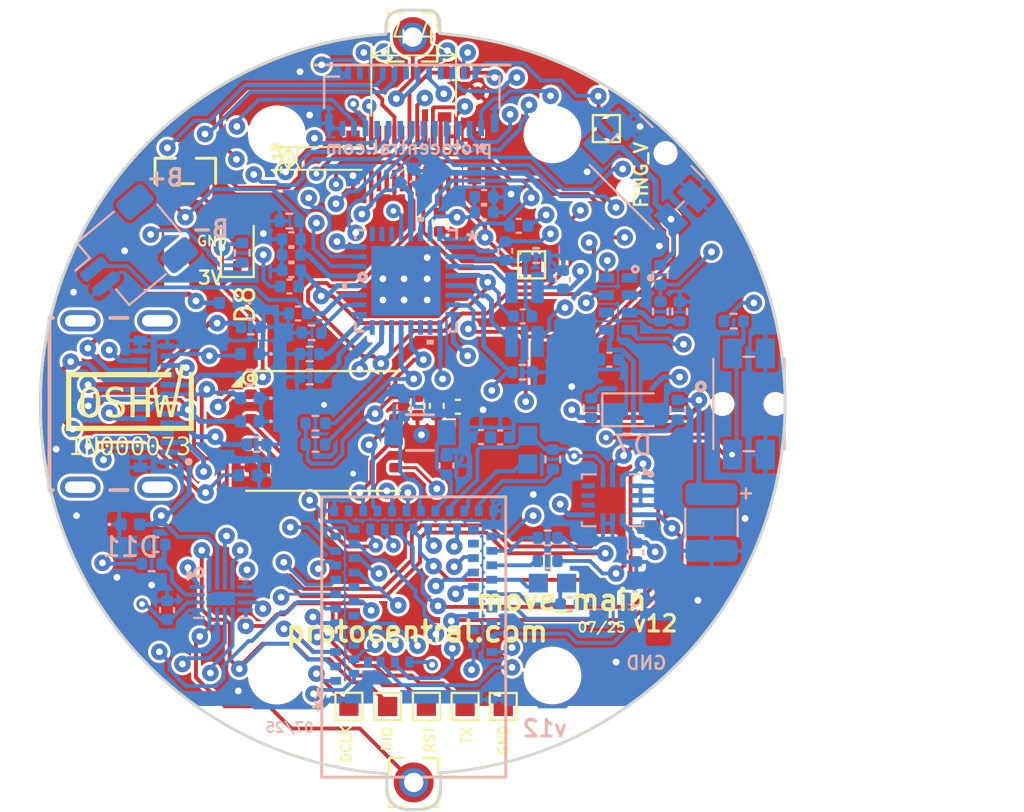
<source format=kicad_pcb>
(kicad_pcb (version 20241229) (generator "pcbnew") (generator_version "9.0")
  (layers (0 "F.Cu" signal) (4 "In1.Cu" signal) (6 "In2.Cu" signal) (8 "In3.Cu" signal) (10 "In4.Cu" signal) (2 "B.Cu" signal) (13 "F.Paste" user) (15 "B.Paste" user) (5 "F.SilkS" user "F.Silkscreen") (7 "B.SilkS" user "B.Silkscreen") (1 "F.Mask" user) (3 "B.Mask" user) (25 "Edge.Cuts" user))
  (net 0 "")
  (net 1 "GND")
  (net 2 "VUSB2")
  (net 3 "SW1")
  (net 4 "SW3")
  (net 5 "USB_D-")
  (net 6 "USB_D+")
  (net 7 "I2C1_SDA")
  (net 8 "I2C1_SCL")
  (net 9 "VBUS")
  (net 10 "SW_D4")
  (net 11 "SW_D3")
  (net 12 "SW_D1")
  (net 13 "SW_D2")
  (net 16 "SWDIO")
  (net 17 "SWCLK")
  (net 18 "Net-(U$5-PVSS1)")
  (net 19 "Net-(U$5-PVSS2)")
  (net 20 "PPG_POWER")
  (net 21 "VCC")
  (net 22 "GP1")
  (net 23 "GP2")
  (net 24 "S4A")
  (net 25 "Net-(D7-K1K2)")
  (net 26 "Net-(MDBT1-P0.01{slash}XL2)")
  (net 27 "3V")
  (net 28 "+1.8V")
  (net 29 "DISP_V")
  (net 30 "FING_SEN_V")
  (net 31 "Net-(MDBT1-DECR)")
  (net 32 "Net-(MDBT1-DECD)")
  (net 33 "Net-(MDBT1-P0.00{slash}XL1)")
  (net 34 "Net-(U$5-VBAT)")
  (net 35 "Net-(C22-Pad1)")
  (net 36 "Net-(J2-DP1)")
  (net 37 "Net-(J2-DN1)")
  (net 38 "Net-(D7-A1)")
  (net 39 "/pc_healthypi_move_nRF5340_v10_2/SBU")
  (net 40 "Net-(Q2-S)")
  (net 41 "/pc_healthypi_move_nRF5340_v10_1/ECG_INTB")
  (net 42 "/pc_healthypi_move_nRF5340_v10_1/I2C2_SDA")
  (net 43 "/pc_healthypi_move_nRF5340_v10_1/S4B")
  (net 44 "/pc_healthypi_move_nRF5340_v10_1/SEN_MOSI")
  (net 45 "/pc_healthypi_move_nRF5340_v10_1/S_SCL")
  (net 46 "/pc_healthypi_move_nRF5340_v10_1/I2C2_SCL")
  (net 47 "/pc_healthypi_move_nRF5340_v10_1/ECG_CS")
  (net 48 "/pc_healthypi_move_nRF5340_v10_1/BST_5V_EN")
  (net 49 "/pc_healthypi_move_nRF5340_v10_1/S_INT")
  (net 50 "/pc_healthypi_move_nRF5340_v10_1/SEN_SCK")
  (net 51 "/pc_healthypi_move_nRF5340_v10_1/W_MFIO")
  (net 52 "/pc_healthypi_move_nRF5340_v10_1/F_RST")
  (net 53 "/pc_healthypi_move_nRF5340_v10_1/SEN_MISO")
  (net 54 "/pc_healthypi_move_nRF5340_v10_1/F_MFIO")
  (net 55 "/pc_healthypi_move_nRF5340_v10_1/W_RST")
  (net 56 "/pc_healthypi_move_nRF5340_v10_1/S_SDA")
  (net 58 "/pc_healthypi_move_nRF5340_v10_1/ACC_INT1")
  (net 61 "/pc_healthypi_move_nRF5340_v10_1/RTC_INT")
  (net 63 "/pc_healthypi_move_nRF5340_v10_1/TP_INT")
  (net 64 "/pc_healthypi_move_nRF5340_v10_1/UART_TX")
  (net 65 "/pc_healthypi_move_nRF5340_v10_1/TP_RST")
  (net 66 "Net-(MDBT1-DCCD)")
  (net 67 "/pc_healthypi_move_nRF5340_v10_1/TFT_MISO")
  (net 68 "/pc_healthypi_move_nRF5340_v10_1/TFT_SCK")
  (net 69 "/pc_healthypi_move_nRF5340_v10_1/TFT_MOSI")
  (net 71 "Net-(MDBT1-DCC)")
  (net 72 "Net-(MDBT1-VDDH)")
  (net 74 "/pc_healthypi_move_nRF5340_v10_1/QSPI-CLK")
  (net 75 "/pc_healthypi_move_nRF5340_v10_1/RESET1")
  (net 76 "Net-(MDBT1-DCCH)")
  (net 77 "/pc_healthypi_move_nRF5340_v10_1/QSPI-CS")
  (net 78 "/pc_healthypi_move_nRF5340_v10_1/TFT_CS")
  (net 80 "/pc_healthypi_move_nRF5340_v10_1/QSPI-1")
  (net 83 "/pc_healthypi_move_nRF5340_v10_1/QSPI-3")
  (net 85 "/pc_healthypi_move_nRF5340_v10_1/QSPI-0")
  (net 86 "/pc_healthypi_move_nRF5340_v10_1/TFT_RST")
  (net 87 "/pc_healthypi_move_nRF5340_v10_1/QSPI-2")
  (net 89 "Net-(U$26-SIO1)")
  (net 90 "Net-(J2-SBU2)")
  (net 91 "Net-(J2-SBU1)")
  (net 92 "Net-(U4-SEL)")
  (net 93 "Net-(U$5-VSET1)")
  (net 94 "Net-(U2-CLKOE)")
  (net 95 "Net-(U$5-VSET2)")
  (net 96 "Net-(U$5-NTC)")
  (net 97 "/pc_healthypi_move_nRF5340_v10_2/CC2")
  (net 98 "/pc_healthypi_move_nRF5340_v10_2/CC1")
  (net 102 "Net-(U$5-SW1)")
  (net 103 "Net-(U$5-SW2)")
  (footprint "pc_healthypi_move_nRF5340_v10:MILL_MAX_821-22-001_38825256" (layer "F.Cu") (at 148.503038 85.654334)
    (property "Reference" "J4" (hide yes))
    (property "Value" "811-22-001-30-002101" (hide yes))
  )
  (footprint "LOGO" (layer "F.Cu") (at 133.83 105.02)
    (property "Reference" "G***" (hide yes))
    (property "Value" "LOGO" (hide yes))
  )
  (footprint "TestPoint:TestPoint_Pad_1.0x1.0mm" (layer "F.Cu") (at 154.67 97.48)
    (property "Reference" "UNK3V3@6" (hide yes))
    (property "Value" "TPSQTP13SQ")
  )
  (footprint "TestPoint:TestPoint_Pad_1.0x1.0mm" (layer "F.Cu") (at 158.553038 90.404334)
    (property "Reference" "UNK3V3@7")
    (property "Value" "TPSQTP13SQ")
  )
  (footprint "Resistor_SMD:R_0402_1005Metric" (layer "F.Cu") (at 150.703038 87.504334)
    (property "Reference" "R1" (hide yes))
    (property "Value" "220R")
  )
  (footprint "pc_healthypi_move_nRF5340_v10:MILL_MAX_821-22-001_38825256" (layer "F.Cu") (at 148.553038 124.354334)
    (property "Reference" "J5" (hide yes))
    (property "Value" "811-22-001-30-002101" (hide yes))
  )
  (footprint "TestPoint:TestPoint_Pad_1.0x1.0mm" (layer "F.Cu") (at 153.2 120.41)
    (property "Reference" "TP2")
    (property "Value" "TestPoint")
  )
  (footprint "Capacitor_SMD:C_0402_1005Metric" (layer "F.Cu") (at 148.75 104.804334 -90)
    (property "Reference" "C24" (hide yes))
    (property "Value" "100nF")
  )
  (footprint "kicad_protocentral_footprints:OK-146F024-04" (layer "F.Cu") (at 148.55 91.904334 180)
    (property "Reference" "U$26")
    (property "Value" "OK-146F024-04")
  )
  (footprint "Capacitor_SMD:C_0402_1005Metric" (layer "F.Cu") (at 149.9 95.27 -90)
    (property "Reference" "C28")
    (property "Value" "10uF")
  )
  (footprint "Capacitor_SMD:C_0402_1005Metric" (layer "F.Cu") (at 149.75 104.8 -90)
    (property "Reference" "C25")
    (property "Value" "2.2uF")
  )
  (footprint "TestPoint:TestPoint_Pad_1.0x1.0mm" (layer "F.Cu") (at 147.2 120.41)
    (property "Reference" "TP3")
    (property "Value" "TestPoint")
  )
  (footprint "TestPoint:TestPoint_Pad_1.0x1.0mm" (layer "F.Cu") (at 149.21 120.4)
    (property "Reference" "TP7")
    (property "Value" "TestPoint")
  )
  (footprint "Package_SON:WSON-8-1EP_8x6mm_P1.27mm_EP3.4x4.3mm" (layer "F.Cu") (at 143.853038 106.104334)
    (property "Reference" "U$35")
    (property "Value" "W25Q01JVZEIQ")
  )
  (footprint "pc_healthypi_move_nRF5340_v10:SOT23-R" (layer "F.Cu") (at 136.703038 92.604334)
    (property "Reference" "Q2" (hide yes))
    (property "Value" "SI2323DS-TI-GE3" (hide yes))
  )
  (footprint "TestPoint:TestPoint_Pad_1.0x1.0mm" (layer "F.Cu") (at 145.19 120.4)
    (property "Reference" "TP5")
    (property "Value" "TestPoint")
  )
  (footprint "Capacitor_SMD:C_0402_1005Metric" (layer "F.Cu") (at 151.55 88.9 45)
    (property "Reference" "C29")
    (property "Value" "10uF")
  )
  (footprint "Diode_SMD:D_SOD-323" (layer "F.Cu") (at 139.4 96.5 90)
    (property "Reference" "D8")
    (property "Value" "BAT20J")
  )
  (footprint "Capacitor_SMD:C_0402_1005Metric" (layer "F.Cu") (at 150.85 104.85)
    (property "Reference" "C7")
    (property "Value" "100nF")
  )
  (footprint "TestPoint:TestPoint_Pad_1.0x1.0mm" (layer "F.Cu") (at 151.22 120.41)
    (property "Reference" "TP6")
    (property "Value" "TestPoint")
  )
  (footprint "Resistor_SMD:R_0402_1005Metric" (layer "B.Cu") (at 139.653038 96.854334 90)
    (property "Reference" "R2" (hide yes))
    (property "Value" "0R")
  )
  (footprint "Capacitor_SMD:C_0402_1005Metric" (layer "B.Cu") (at 156.653038 115.104334)
    (property "Reference" "C14" (hide yes))
    (property "Value" "1uF")
  )
  (footprint "Resistor_SMD:R_0402_1005Metric" (layer "B.Cu") (at 143.453038 106.804334)
    (property "Reference" "R30" (hide yes))
    (property "Value" "4.7K")
  )
  (footprint "ECS-.327-12.5-34B:XTAL_ECS-31B_ECS" (layer "B.Cu") (at 148.8816 106.19 180)
    (property "Reference" "Y1")
    (property "Value" "ECS-.327-12.5-34B-TR")
  )
  (footprint "Resistor_SMD:R_0402_1005Metric" (layer "B.Cu") (at 154.91 97 180)
    (property "Reference" "R24" (hide yes))
    (property "Value" "0R")
  )
  (footprint "Diode_SMD:D_0402_1005Metric" (layer "B.Cu") (at 140.053038 104.404334 180)
    (property "Reference" "D4" (hide yes))
    (property "Value" "TPD1E10B06DPYR")
  )
  (footprint "Capacitor_SMD:C_1210_3225Metric" (layer "B.Cu") (at 164.003038 110.854334 -90)
    (property "Reference" "C22" (hide yes))
    (property "Value" "CPH3225A-2K")
  )
  (footprint "F14D-1B7H1-E8C25:AMPHENOL_F14D-1B7H1-E8C25" (layer "B.Cu") (at 148.453038 89.304334 180)
    (property "Reference" "J3" (hide yes))
    (property "Value" "502598-2593" (hide yes))
  )
  (footprint "Capacitor_SMD:C_0402_1005Metric" (layer "B.Cu") (at 152.203038 93.954334)
    (property "Reference" "C27" (hide yes))
    (property "Value" "10uF")
  )
  (footprint "Resistor_SMD:R_0402_1005Metric" (layer "B.Cu") (at 161.353038 99.904334 90)
    (property "Reference" "R18" (hide yes))
    (property "Value" "DNP")
  )
  (footprint "Capacitor_SMD:C_0402_1005Metric" (layer "B.Cu") (at 154.203038 100.154334)
    (property "Reference" "C1")
    (property "Value" "10uF")
  )
  (footprint "Resistor_SMD:R_0402_1005Metric" (layer "B.Cu") (at 155.503038 112.854334 180)
    (property "Reference" "R32" (hide yes))
    (property "Value" "22R")
  )
  (footprint "Resistor_SMD:R_0402_1005Metric" (layer "B.Cu") (at 157.753038 104.904334 90)
    (property "Reference" "R7" (hide yes))
    (property "Value" "DNP")
  )
  (footprint "Capacitor_SMD:C_0402_1005Metric" (layer "B.Cu") (at 142.203038 97.754334 180)
    (property "Reference" "C6" (hide yes))
    (property "Value" "10uF")
  )
  (footprint "Capacitor_SMD:C_0402_1005Metric" (layer "B.Cu") (at 150.253038 107.904334 -90)
    (property "Reference" "C12" (hide yes))
    (property "Value" "12pF")
  )
  (footprint "Resistor_SMD:R_0402_1005Metric" (layer "B.Cu") (at 134.953038 113.004334)
    (property "Reference" "R6" (hide yes))
    (property "Value" "1K")
  )
  (footprint "Diode_SMD:D_0402_1005Metric" (layer "B.Cu") (at 138.953038 99.454334 180)
    (property "Reference" "D1" (hide yes))
    (property "Value" "TPD1E10B06DPYR")
  )
  (footprint "npm1300_qeaa:QFN32_5X5_NOR" (layer "B.Cu") (at 148.153038 98.304334 180)
    (property "Reference" "U$5" (hide yes))
    (property "Value" "NPM1300-QEAA-R5X5")
  )
  (footprint "Diode_SMD:D_0402_1005Metric" (layer "B.Cu") (at 140.053038 105.604334 180)
    (property "Reference" "D3" (hide yes))
    (property "Value" "TPD1E10B06DPYR")
  )
  (footprint "Resistor_SMD:R_0402_1005Metric" (layer "B.Cu") (at 140.103038 100.704334)
    (property "Reference" "R26" (hide yes))
    (property "Value" "5.1K")
  )
  (footprint "Capacitor_SMD:C_0402_1005Metric" (layer "B.Cu") (at 156.303038 98.254334 90)
    (property "Reference" "C11" (hide yes))
    (property "Value" "100nF")
  )
  (footprint "Capacitor_SMD:C_0402_1005Metric" (layer "B.Cu") (at 160.103038 112.404334 -90)
    (property "Reference" "C10" (hide yes))
    (property "Value" "100nF")
  )
  (footprint "Capacitor_SMD:C_0402_1005Metric" (layer "B.Cu") (at 153.303038 96.754334 -90)
    (property "Reference" "C8")
    (property "Value" "10uF")
  )
  (footprint "Capacitor_SMD:C_0402_1005Metric" (layer "B.Cu") (at 153.04 106.44)
    (property "Reference" "C16" (hide yes))
    (property "Value" "4.7u")
  )
  (footprint "LQM18DN:INDC1608X95N" (layer "B.Cu") (at 158.903038 115.854334)
    (property "Reference" "L2")
    (property "Value" "LQM18DN6R8M70B")
  )
  (footprint "Resistor_SMD:R_0402_1005Metric" (layer "B.Cu") (at 143.453038 105.704334)
    (property "Reference" "R33" (hide yes))
    (property "Value" "4.7K")
  )
  (footprint "VLS201610E:IND_VLS201610ET-100M" (layer "B.Cu") (at 154.303038 101.454334)
    (property "Reference" "U$3")
    (property "Value" "CIGT201610EH2R2MNE")
  )
  (footprint "Resistor_SMD:R_0402_1005Metric" (layer "B.Cu") (at 143.253038 101.004334 180)
    (property "Reference" "R22" (hide yes))
    (property "Value" "10K")
  )
  (footprint "Capacitor_SMD:C_0402_1005Metric" (layer "B.Cu") (at 160.053038 114.804334)
    (property "Reference" "C13")
    (property "Value" "1uF")
  )
  (footprint "Button_Switch_SMD:Panasonic_EVQPUL_EVQPUC" (layer "B.Cu") (at 165.95 104.704334 90)
    (property "Reference" "SW1" (hide yes))
    (property "Value" "SW_Push")
  )
  (footprint "LQM18DN:INDC1608X95N" (layer "B.Cu") (at 154.47 107.08 -90)
    (property "Reference" "L3")
    (property "Value" "LQM18DN6R8M70B")
  )
  (footprint "Capacitor_SMD:C_0402_1005Metric" (layer "B.Cu") (at 148.05 104.85 90)
    (property "Reference" "C15" (hide yes))
    (property "Value" "12pF")
  )
  (footprint "Resistor_SMD:R_0402_1005Metric" (layer "B.Cu") (at 162.353038 99.904334 -90)
    (property "Reference" "R20" (hide yes))
    (property "Value" "DNP")
  )
  (footprint "Resistor_SMD:R_0402_1005Metric" (layer "B.Cu") (at 165.153038 100.404334)
    (property "Reference" "R8" (hide yes))
    (property "Value" "10K")
  )
  (footprint "Diode_SMD:D_0402_1005Metric" (layer "B.Cu") (at 133.853038 110.954334)
    (property "Reference" "D11")
    (property "Value" "TPD1E10B06DPYR")
  )
  (footprint "Capacitor_SMD:C_0402_1005Metric" (layer "B.Cu") (at 148.2 92.85 45)
    (property "Reference" "C21" (hide yes))
    (property "Value" "10uF")
  )
  (footprint "Capacitor_SMD:C_0402_1005Metric" (layer "B.Cu") (at 152.203038 94.754334)
    (property "Reference" "C26" (hide yes))
    (property "Value" "10uF")
  )
  (footprint "Resistor_SMD:R_0402_1005Metric" (layer "B.Cu") (at 143.153038 102.104334)
    (property "Reference" "R17" (hide yes))
    (property "Value" "499K")
  )
  (footprint "Capacitor_SMD:C_0402_1005Metric" (layer "B.Cu") (at 142.203038 96.154334 180)
    (property "Reference" "C5" (hide yes))
    (property "Value" "1uF")
  )
  (footprint "Capacitor_SMD:C_0402_1005Metric" (layer "B.Cu") (at 142.203038 96.954334 180)
    (property "Reference" "C18" (hide yes))
    (property "Value" "1uF")
  )
  (footprint "Resistor_SMD:R_0402_1005Metric" (layer "B.Cu") (at 140.403038 106.804334)
    (property "Reference" "R28" (hide yes))
    (property "Value" "5.1K")
  )
  (footprint "Connector_JST:JST_SH_SM02B-SRSS-TB_1x02-1MP_P1.00mm_Horizontal" (layer "B.Cu") (at 133.8 96.8 -50)
    (property "Reference" "J1" (hide yes))
    (property "Value" "SM02B-SRSS-TB(LF)(SN)")
  )
  (footprint "Capacitor_SMD:C_0402_1005Metric" (layer "B.Cu") (at 158.703038 102.404334 180)
    (property "Reference" "C9" (hide yes))
    (property "Value" "100nF")
  )
  (footprint "Resistor_SMD:R_0402_1005Metric" (layer "B.Cu") (at 155.503038 111.654334 180)
    (property "Reference" "R31" (hide yes))
    (property "Value" "22R")
  )
  (footprint "RV-9263-C7-32.768KHZ:IC_RV-8263-C7-32.768KHZ-20PPM-TA-QC" (layer "B.Cu") (at 159.153038 99.504334 180)
    (property "Reference" "U2")
    (property "Value" "RV-8263-C7-32.768KHZ-20PPM-TA-QC")
  )
  (footprint "USB4081:GCT_USB4081-03-A_REV0.1" (layer "B.Cu") (at 135.253038 104.704334 90)
    (property "Reference" "J2")
    (property "Value" "USB4081-03-A_REV0.1EDIT")
  )
  (footprint "Resistor_SMD:R_0402_1005Metric" (layer "B.Cu") (at 154.203038 103.054334 180)
    (property "Reference" "R23" (hide yes))
    (property "Value" "0R")
  )
  (footprint "Resistor_SMD:R_0402_1005Metric" (layer "B.Cu") (at 140.053038 103.304334)
    (property "Reference" "R4" (hide yes))
    (property "Value" "0R")
  )
  (footprint "Package_DFN_QFN:UQFN-16_1.8x2.6mm_P0.4mm" (layer "B.Cu") (at 138.553038 114.804334 -90)
    (property "Reference" "U4")
    (property "Value" "TMUX1574RSVR")
  )
  (footprint "Button_Switch_SMD:Panasonic_EVQPUL_EVQPUC" (layer "B.Cu") (at 160.65 92.65 135)
    (property "Reference" "SW2" (hide yes))
    (property "Value" "SW_Push")
  )
  (footprint "Resistor_SMD:R_0402_1005Metric" (layer "B.Cu") (at 155.77 107.58 -90)
    (property "Reference" "R34" (hide yes))
    (property "Value" "220R")
  )
  (footprint "Diode_SMD:D_SOD-323" (layer "B.Cu") (at 159.953038 105.004334)
    (property "Reference" "D7")
    (property "Value" "BAS70-0505")
  )
  (footprint "Diode_SMD:D_0402_1005Metric" (layer "B.Cu") (at 139.953038 108.404334 180)
    (property "Reference" "D5" (hide yes))
    (property "Value" "TPD1E10B06DPYR")
  )
  (footprint "Resistor_SMD:R_0402_1005Metric" (layer "B.Cu") (at 161.353038 98.004334 90)
    (property "Reference" "R10" (hide yes))
    (property "Value" "10K")
  )
  (footprint "Capacitor_SMD:C_0402_1005Metric" (layer "B.Cu") (at 142.553038 100.004334 180)
    (property "Reference" "C19" (hide yes))
    (property "Value" "1uF")
  )
  (footprint "Package_LGA:Bosch_LGA-14_3x2.5mm_P0.5mm" (layer "B.Cu") (at 158.873038 109.704334 180)
    (property "Reference" "U3")
    (property "Value" "BMI323")
  )
  (footprint "MDBT53:MDBT53-1M_RAY" (layer "B.Cu") (at 148.553038 116.804334)
    (property "Reference" "MDBT1" (hide yes))
    (property "Value" "MDBT53" (hide yes))
  )
  (footprint "Resistor_SMD:R_0402_1005Metric" (layer "B.Cu") (at 162.253038 105.004334 -90)
    (property "Reference" "R19" (hide yes))
    (property "Value" "0R")
  )
  (footprint "Diode_SMD:D_0402_1005Metric" (layer "B.Cu") (at 140.053038 102.104334 180)
    (property "Reference" "D6" (hide yes))
    (property "Value" "TPD1E10B06DPYR")
  )
  (footprint "Resistor_SMD:R_0402_1005Metric" (layer "B.Cu") (at 143.153038 103.304334)
    (property "Reference" "R21" (hide yes))
    (property "Value" "4.7K")
  )
  (footprint "Capacitor_SMD:C_0402_1005Metric" (layer "B.Cu") (at 154.003038 95.454334)
    (property "Reference" "C17" (hide yes))
    (property "Value" "10uF")
  )
  (footprint "Capacitor_SMD:C_0402_1005Metric" (layer "B.Cu") (at 142.103038 98.604334 180)
    (property "Reference" "C3" (hide yes))
    (property "Value" "10uF")
  )
  (footprint "LQM18DN:INDC1608X95N" (layer "B.Cu") (at 155.753038 114.004334)
    (property "Reference" "L1")
    (property "Value" "LQM18DN6R8M70B")
  )
  (footprint "Capacitor_SMD:C_0402_1005Metric" (layer "B.Cu") (at 152.04 106.42)
    (property "Reference" "C43")
    (property "Value" "4.7u")
  )
  (footprint "Resistor_SMD:R_0402_1005Metric" (layer "B.Cu") (at 142.103038 95.204334)
    (property "Reference" "R15" (hide yes))
    (property "Value" "10K")
  )
  (footprint "VLS201610E:IND_VLS201610ET-100M" (layer "B.Cu") (at 154.303038 98.654334)
    (property "Reference" "U$2")
    (property "Value" "CIGT201610EH2R2MNE")
  )
  (footprint "Resistor_SMD:R_0402_1005Metric" (layer "B.Cu") (at 135.153038 112.004334)
    (property "Reference" "R13" (hide yes))
    (property "Value" "10K")
  )
  (footprint "Capacitor_SMD:C_0402_1005Metric" (layer "B.Cu") (at 135.753038 115.404334 90)
    (property "Reference" "C4" (hide yes))
    (property "Value" "100nF")
  )
  (gr_circle (center 140.103038 103.354334) (end 140.253038 103.354334) (stroke (width 0.1524)) (fill no) (layer "F.SilkS"))
  (gr_circle (center 140.053038 103.354334) (end 140.413591 103.354334) (stroke (width 0.1524)) (fill no) (layer "F.SilkS"))
  (gr_circle (center 160.853038 108.354334) (end 160.964841 108.354334) (stroke (width 0.1524)) (fill no) (layer "B.SilkS"))
  (gr_circle (center 137.403038 113.454334) (end 137.626644 113.454334) (stroke (width 0.1524)) (fill no) (layer "B.SilkS"))
  (gr_line (start 153.553038 87.104334) (end 143.453038 87.104334) (stroke (width 0.1524)) (layer "B.SilkS"))
  (gr_circle (center 145.903038 98.104334) (end 146.083313 98.104334) (stroke (width 0.2)) (fill no) (layer "B.SilkS"))
  (gr_circle (center 163.453038 103.804334) (end 163.665169 103.804334) (stroke (width 0.2)) (fill no) (layer "B.SilkS"))
  (gr_circle (center 160.053038 97.704334) (end 160.21115 97.704334) (stroke (width 0.1524)) (fill no) (layer "B.SilkS"))
  (gr_line (start 148.003038 84.254334) (end 149.353038 84.254334) (stroke (width 0.1524)) (layer "Edge.Cuts"))
  (gr_arc (start 147.103038 85.054334) (mid 147.387353 84.467938) (end 148.003038 84.254334) (stroke (width 0.1524)) (layer "Edge.Cuts"))
  (gr_line (start 147.153038 124.704334) (end 147.153038 123.904334) (stroke (width 0.1524)) (layer "Edge.Cuts"))
  (gr_arc (start 148.203039 125.754333) (mid 147.460577 125.446796) (end 147.153038 124.704334) (stroke (width 0.1524)) (layer "Edge.Cuts"))
  (gr_line (start 147.103038 85.504334) (end 147.103038 85.054334) (stroke (width 0.1524)) (layer "Edge.Cuts"))
  (gr_line (start 148.203038 125.754334) (end 149.053038 125.754334) (stroke (width 0.1524)) (layer "Edge.Cuts"))
  (gr_line (start 147.103038 85.504334) (end 146.353038 85.554334) (stroke (width 0.1524)) (layer "Edge.Cuts"))
  (gr_arc (start 150.303038 85.504334) (mid 167.823199 104.840829) (end 149.953038 123.854335) (stroke (width 0.1524)) (layer "Edge.Cuts"))
  (gr_arc (start 149.953038 124.654334) (mid 149.730855 125.39073) (end 149.053038 125.754334) (stroke (width 0.1524)) (layer "Edge.Cuts"))
  (gr_line (start 149.903038 85.004334) (end 149.903038 85.454334) (stroke (width 0.1524)) (layer "Edge.Cuts"))
  (gr_arc (start 149.353038 84.254334) (mid 149.783368 84.515425) (end 149.903038 85.004334) (stroke (width 0.1524)) (layer "Edge.Cuts"))
  (gr_arc (start 147.153038 123.904335) (mid 129.182387 105.095867) (end 146.353038 85.554334) (stroke (width 0.1524)) (layer "Edge.Cuts"))
  (gr_line (start 149.953038 124.654334) (end 149.953038 123.854334) (stroke (width 0.1524)) (layer "Edge.Cuts"))
  (gr_line (start 149.903038 85.454334) (end 150.303038 85.504334) (stroke (width 0.1524)) (layer "Edge.Cuts"))
  (gr_text "DCLK" (at 145.35 123.4 90) (layer "F.SilkS") (effects (font (size 0.512064 0.512064) (thickness 0.097536)) (justify left bottom)))
  (gr_text "GND" (at 153.51 123.01 90) (layer "F.SilkS") (effects (font (size 0.512064 0.512064) (thickness 0.097536)) (justify left bottom)))
  (gr_text "FING_V" (at 160.753038 94.604334 90) (layer "F.SilkS") (effects (font (size 0.682752 0.682752) (thickness 0.130048)) (justify left bottom)))
  (gr_text "3V" (at 137.29 98.55 0) (layer "F.SilkS") (effects (font (size 0.682752 0.682752) (thickness 0.130048)) (justify left bottom)))
  (gr_text "DIO" (at 147.47 122.8 90) (layer "F.SilkS") (effects (font (size 0.512064 0.512064) (thickness 0.097536)) (justify left bottom)))
  (gr_text "RST" (at 149.69 122.88 90) (layer "F.SilkS") (effects (font (size 0.512064 0.512064) (thickness 0.097536)) (justify left bottom)))
  (gr_text "07/25" (at 157 116.6 0) (layer "F.SilkS") (effects (font (size 0.512064 0.512064) (thickness 0.097536)) (justify left bottom)))
  (gr_text "v12" (at 159.85 116.6 0) (layer "F.SilkS") (effects (font (size 0.85344 0.85344) (thickness 0.16256)) (justify left bottom)))
  (gr_text "GND" (at 137.25 96.54 0) (layer "F.SilkS") (effects (font (size 0.512064 0.512064) (thickness 0.097536)) (justify left bottom)))
  (gr_text "TX" (at 151.6 122.44 90) (layer "F.SilkS") (effects (font (size 0.512064 0.512064) (thickness 0.097536)) (justify left bottom)))
  (gr_text "move_main" (at 151.7 115.5 0) (layer "F.SilkS") (effects (font (size 1.0668 1.0668) (thickness 0.2032)) (justify left bottom)))
  (gr_text "protocentral.com" (at 141.81 117.14 0) (layer "F.SilkS") (effects (font (size 1.0668 1.0668) (thickness 0.2032)) (justify left bottom)))
  (gr_text "07/25" (at 140.8 121.2 0) (layer "B.SilkS") (effects (font (size 0.512064 0.512064) (thickness 0.097536)) (justify right top mirror)))
  (gr_text "B-" (at 139.05 96.1 -0) (layer "B.SilkS") (effects (font (size 0.84328 0.84328) (thickness 0.17272)) (justify left bottom mirror)))
  (gr_text "B+" (at 136.7 93.45 -0) (layer "B.SilkS") (effects (font (size 0.84328 0.84328) (thickness 0.17272)) (justify left bottom mirror)))
  (gr_text "GND" (at 161.75 118.55 -0) (layer "B.SilkS") (effects (font (size 0.682752 0.682752) (thickness 0.130048)) (justify left bottom mirror)))
  (gr_text "v12" (at 156.6 122.05 0) (layer "B.SilkS") (effects (font (size 0.85344 0.85344) (thickness 0.16256)) (justify left bottom mirror)))
  (gr_text "protocentral.com" (at 148.298981 91.4 0) (layer "B.SilkS") (effects (font (size 0.682752 0.682752) (thickness 0.130048)) (justify mirror)))
  (gr_text "+" (at 166.303038 109.704334 -0) (layer "B.SilkS") (effects (font (size 0.69088 0.69088) (thickness 0.12192)) (justify left bottom mirror)))
  (segment (start 135.253038 99.504334) (end 135.353038 99.404334) (width 0.2) (layer "F.Cu") (net 1))
  (via (at 159.053038 118.104334) (size 0.858) (drill 0.35) (layers "F.Cu" "B.Cu") (net 1))
  (via (at 130 107.05) (size 0.858) (drill 0.35) (layers "F.Cu" "B.Cu") (net 1))
  (via (at 140.753038 95.854334) (size 0.858) (drill 0.35) (layers "F.Cu" "B.Cu") (net 1))
  (via (at 149.253038 98.204334) (size 0.858) (drill 0.35) (layers "F.Cu" "B.Cu") (net 1))
  (via (at 130.9 98.9) (size 0.858) (drill 0.35) (layers "F.Cu" "B.Cu") (net 1))
  (via (at 161.303038 96.504334) (size 0.858) (drill 0.35) (layers "F.Cu" "B.Cu") (net 1))
  (via (at 148.953038 106.304334) (size 0.858) (drill 0.35) (layers "F.Cu" "B.Cu") (net 1))
  (via (at 139.453038 119.604334) (size 0.858) (drill 0.35) (layers "F.Cu" "B.Cu") (net 1))
  (via (at 152.153038 105.004334) (size 0.858) (drill 0.35) (layers "F.Cu" "B.Cu") (net 1))
  (via (at 143.9 104.75) (size 0.6) (drill 0.3) (layers "F.Cu" "B.Cu") (net 1))
  (via (at 131.053038 110.504334) (size 0.858) (drill 0.35) (layers "F.Cu" "B.Cu") (net 1))
  (via (at 156.753038 103.804334) (size 0.858) (drill 0.35) (layers "F.Cu" "B.Cu") (net 1))
  (via (at 145.4 92.85) (size 0.858) (drill 0.35) (layers "F.Cu" "B.Cu") (net 1))
  (via (at 149.253038 99.304334) (size 0.858) (drill 0.35) (layers "F.Cu" "B.Cu") (net 1))
  (via (at 154.753038 109.404334) (size 0.858) (drill 0.35) (layers "F.Cu" "B.Cu") (net 1))
  (via (at 146.953038 98.204334) (size 0.858) (drill 0.35) (layers "F.Cu" "B.Cu") (net 1))
  (via (at 149.253038 97.104334) (size 0.858) (drill 0.35) (layers "F.Cu" "B.Cu") (net 1))
  (via (at 133.153038 113.704334) (size 0.858) (drill 0.35) (layers "F.Cu" "B.Cu") (net 1))
  (via (at 148.053038 99.304334) (size 0.858) (drill 0.35) (layers "F.Cu" "B.Cu") (net 1))
  (via (at 142.653038 87.454334) (size 0.858) (drill 0.35) (layers "F.Cu" "B.Cu") (net 1))
  (via (at 148.053038 98.204334) (size 0.858) (drill 0.35) (layers "F.Cu" "B.Cu") (net 1))
  (via (at 133.553038 96.754334) (size 0.858) (drill 0.35) (layers "F.Cu" "B.Cu") (net 1))
  (via (at 134.953038 114.104334) (size 0.858) (drill 0.35) (layers "F.Cu" "B.Cu") (net 1))
  (via (at 160.3 90.3) (size 0.858) (drill 0.35) (layers "F.Cu" "B.Cu") (net 1))
  (via (at 145.41 108.32) (size 0.6) (drill 0.3) (layers "F.Cu" "B.Cu") (net 1))
  (via (at 153.603038 93.804334) (size 0.858) (drill 0.35) (layers "F.Cu" "B.Cu") (net 1))
  (via (at 157.55 92.65) (size 0.858) (drill 0.35) (layers "F.Cu" "B.Cu") (net 1))
  (via (at 146.953038 99.304334) (size 0.858) (drill 0.35) (layers "F.Cu" "B.Cu") (net 1))
  (via (at 165.75 110.65) (size 0.858) (drill 0.35) (layers "F.Cu" "B.Cu") (net 1))
  (via (at 163.3 114.9) (size 0.858) (drill 0.35) (layers "F.Cu" "B.Cu") (net 1))
  (via (at 143.153038 89.704334) (size 0.858) (drill 0.35) (layers "F.Cu" "B.Cu") (net 1))
  (segment (start 153.539388 120.054334) (end 153.570788 120.085734) (width 0.2) (layer "B.Cu") (net 1))
  (segment (start 144.216688 120.054334) (end 143.812688 120.458334) (width 0.2) (layer "B.Cu") (net 1))
  (segment (start 145.153038 87.529334) (end 144.878038 87.804334) (width 0.1524) (layer "B.Cu") (net 1))
  (segment (start 141.153038 94.004334) (end 140.303038 94.004334) (width 0.2) (layer "B.Cu") (net 1))
  (segment (start 155.185288 93.472934) (end 155.753038 94.040684) (width 0.2) (layer "B.Cu") (net 1))
  (segment (start 143.003038 87.804334) (end 142.653038 87.454334) (width 0.1524) (layer "B.Cu") (net 1))
  (segment (start 136.257988 116.504334) (end 134.753038 116.504334) (width 0.2) (layer "B.Cu") (net 1))
  (segment (start 149.103038 92.604334) (end 149.353038 92.354334) (width 0.2) (layer "B.Cu") (net 1))
  (segment (start 149.353038 92.354334) (end 149.703038 92.704334) (width 0.2) (layer "B.Cu") (net 1))
  (segment (start 155.176963 93.472934) (end 155.185288 93.472934) (width 0.2) (layer "B.Cu") (net 1))
  (segment (start 136.553038 100.454334) (end 136.603038 100.404334) (width 0.2) (layer "B.Cu") (net 1))
  (segment (start 135.053038 101.404334) (end 135.053038 101.754334) (width 0.2) (layer "B.Cu") (net 1))
  (segment (start 154.408363 92.704334) (end 155.176963 93.472934) (width 0.2) (layer "B.Cu") (net 1))
  (segment (start 152.678038 110.179334) (end 153.453038 109.404334) (width 0.2) (layer "B.Cu") (net 1))
  (segment (start 137.323038 115.439284) (end 136.257988 116.504334) (width 0.2) (layer "B.Cu") (net 1))
  (segment (start 134.753038 116.504334) (end 133.153038 114.904334) (width 0.2) (layer "B.Cu") (net 1))
  (segment (start 152.678038 110.254334) (end 152.678038 110.179334) (width 0.2) (layer "B.Cu") (net 1))
  (segment (start 140.307038 120.458334) (end 139.453038 119.604334) (width 0.2) (layer "B.Cu") (net 1))
  (segment (start 156.417438 120.408334) (end 156.771438 120.054334) (width 0.2) (layer "B.Cu") (net 1))
  (segment (start 143.812688 120.458334) (end 140.307038 120.458334) (width 0.2) (layer "B.Cu") (net 1))
  (segment (start 155.753038 94.040684) (end 155.753038 94.254334) (width 0.2) (layer "B.Cu") (net 1))
  (segment (start 144.878038 87.804334) (end 143.003038 87.804334) (width 0.1524) (layer "B.Cu") (net 1))
  (segment (start 144.428038 90.404334) (end 144.153038 90.129334) (width 0.2) (layer "B.Cu") (net 1))
  (segment (start 156.303038 97.754334) (end 156.153038 97.754334) (width 0.2) (layer "B.Cu") (net 1))
  (segment (start 133.653038 101.404334) (end 132.653038 100.404334) (width 0.2) (layer "B.Cu") (net 1))
  (segment (start 134.363038 101.404334) (end 133.653038 101.404334) (width 0.2) (layer "B.Cu") (net 1))
  (segment (start 137.323038 115.404334) (end 137.323038 115.439284) (width 0.2) (layer "B.Cu") (net 1))
  (segment (start 156.153038 97.754334) (end 155.453038 97.054334) (width 0.2) (layer "B.Cu") (net 1))
  (segment (start 141.603038 95.204334) (end 141.603038 94.454334) (width 0.2) (layer "B.Cu") (net 1))
  (segment (start 148.303038 92.604334) (end 149.103038 92.604334) (width 0.2) (layer "B.Cu") (net 1))
  (segment (start 141.703038 96.954334) (end 141.703038 97.754334) (width 0.2) (layer "B.Cu") (net 1))
  (segment (start 155.088638 120.408334) (end 156.417438 120.408334) (width 0.2) (layer "B.Cu") (net 1))
  (segment (start 134.363038 107.454334) (end 134.363038 108.004334) (width 0.2) (layer "B.Cu") (net 1))
  (segment (start 134.363038 101.404334) (end 134.363038 101.294334) (width 0.2) (layer "B.Cu") (net 1))
  (segment (start 134.363038 101.954334) (end 134.363038 101.404334) (width 0.2) (layer "B.Cu") (net 1))
  (segment (start 156.771438 120.054334) (end 157.153038 120.054334) (width 0.2) (layer "B.Cu") (net 1))
  (segment (start 152.703038 94.754334) (end 152.703038 94.054334) (width 0.2) (layer "B.Cu") (net 1))
  (segment (start 141.603038 94.454334) (end 141.153038 94.004334) (width 0.2) (layer "B.Cu") (net 1))
  (segment (start 144.503038 120.054334) (end 144.216688 120.054334) (width 0.2) (layer "B.Cu") (net 1))
  (segment (start 154.408363 92.704334) (end 149.703038 92.704334) (width 0.2) (layer "B.Cu") (net 1))
  (segment (start 153.570788 120.085734) (end 154.766038 120.085734) (width 0.2) (layer "B.Cu") (net 1))
  (segment (start 152.703038 94.054334) (end 152.553038 93.904334) (width 0.2) (layer "B.Cu") (net 1))
  (segment (start 152.603038 120.054334) (end 153.539388 120.054334) (width 0.2) (layer "B.Cu") (net 1))
  (segment (start 154.766038 120.085734) (end 155.088638 120.408334) (width 0.2) (layer "B.Cu") (net 1))
  (segment (start 133.153038 113.704334) (end 133.153038 114.904334) (width 0.2) (layer "B.Cu") (net 1))
  (segment (start 134.363038 108.004334) (end 134.363038 108.114334) (width 0.2) (layer "B.Cu") (net 1))
  (segment (start 135.253038 101.204334) (end 135.053038 101.404334) (width 0.2) (layer "B.Cu") (net 1))
  (segment (start 135.053038 101.754334) (end 135.103038 101.804334) (width 0.2) (layer "B.Cu") (net 1))
  (segment (start 144.853038 90.404334) (end 144.428038 90.404334) (width 0.2) (layer "B.Cu") (net 1))
  (segment (start 153.453038 109.404334) (end 154.753038 109.404334) (width 0.2) (layer "B.Cu") (net 1))
  (segment (start 130.352122 102.90525) (end 130.352122 105.503419) (width 0.254) (layer "F.Cu") (net 2))
  (segment (start 135.753038 93.604334) (end 135.753038 94.004334) (width 0.2) (layer "F.Cu") (net 2))
  (segment (start 130.752122 102.50525) (end 130.352122 102.90525) (width 0.254) (layer "F.Cu") (net 2))
  (segment (start 130.352122 105.503419) (end 130.853038 106.004334) (width 0.254) (layer "F.Cu") (net 2))
  (segment (start 136.703038 94.954334) (end 136.703038 95.004334) (width 0.2) (layer "F.Cu") (net 2))
  (segment (start 136.703038 94.954334) (end 135.753038 94.004334) (width 0.2) (layer "F.Cu") (net 2))
  (via (at 130.752122 102.50525) (size 0.858) (drill 0.35) (layers "F.Cu" "B.Cu") (net 2))
  (via (at 136.703038 95.004334) (size 0.858) (drill 0.35) (layers "F.Cu" "B.Cu") (net 2))
  (via (at 132.403038 112.954334) (size 0.858) (drill 0.35) (layers "F.Cu" "B.Cu") (net 2))
  (via (at 130.853038 106.004334) (size 0.858) (drill 0.35) (layers "F.Cu" "B.Cu") (net 2))
  (segment (start 135.397306 103.174934) (end 135.117906 103.454334) (width 0.254) (layer "B.Cu") (net 2))
  (segment (start 130.752122 102.50525) (end 130.852122 102.60525) (width 0.254) (layer "B.Cu") (net 2))
  (segment (start 142.703038 96.154334) (end 142.703038 95.304334) (width 0.2) (layer "B.Cu") (net 2))
  (segment (start 132.503038 103.454334) (end 131.653953 102.60525) (width 0.254) (layer "B.Cu") (net 2))
  (segment (start 130.853038 106.004334) (end 130.903038 105.954334) (width 0.254) (layer "B.Cu") (net 2))
  (segment (start 142.703038 95.304334) (end 142.603038 95.204334) (width 0.2) (layer "B.Cu") (net 2))
  (segment (start 135.117906 103.454334) (end 134.363038 103.454334) (width 0.254) (layer "B.Cu") (net 2))
  (segment (start 135.733638 103.174934) (end 135.397306 103.174934) (width 0.254) (layer "B.Cu") (net 2))
  (segment (start 144.149038 98.050334) (end 143.053038 96.954334) (width 0.254) (layer "B.Cu") (net 2))
  (segment (start 134.363038 105.954334) (end 134.392438 105.924934) (width 0.254) (layer "B.Cu") (net 2))
  (segment (start 142.703038 96.154334) (end 142.703038 96.954334) (width 0.2) (layer "B.Cu") (net 2))
  (segment (start 143.053038 96.954334) (end 142.703038 96.954334) (width 0.254) (layer "B.Cu") (net 2))
  (segment (start 130.903038 105.954334) (end 134.363038 105.954334) (width 0.254) (layer "B.Cu") (net 2))
  (segment (start 138.153038 93.554334) (end 136.703038 95.004334) (width 0.2) (layer "B.Cu") (net 2))
  (segment (start 142.603038 95.204334) (end 142.603038 94.904334) (width 0.254) (layer "B.Cu") (net 2))
  (segment (start 135.008169 106.204334) (end 134.728769 105.924934) (width 0.254) (layer "B.Cu") (net 2))
  (segment (start 131.653953 102.60525) (end 130.852122 102.60525) (width 0.254) (layer "B.Cu") (net 2))
  (segment (start 141.253038 93.554334) (end 138.153038 93.554334) (width 0.2) (layer "B.Cu") (net 2))
  (segment (start 135.763038 103.204334) (end 135.733638 103.174934) (width 0.254) (layer "B.Cu") (net 2))
  (segment (start 134.728769 105.924934) (end 134.392438 105.924934) (width 0.254) (layer "B.Cu") (net 2))
  (segment (start 132.553038 113.004334) (end 132.453038 112.904334) (width 0.2) (layer "B.Cu") (net 2))
  (segment (start 132.453038 112.904334) (end 132.403038 112.954334) (width 0.2) (layer "B.Cu") (net 2))
  (segment (start 142.603038 94.904334) (end 141.253038 93.554334) (width 0.254) (layer "B.Cu") (net 2))
  (segment (start 145.701938 98.050334) (end 144.149038 98.050334) (width 0.254) (layer "B.Cu") (net 2))
  (segment (start 135.763038 106.204334) (end 135.008169 106.204334) (width 0.254) (layer "B.Cu") (net 2))
  (segment (start 134.303038 113.004334) (end 132.553038 113.004334) (width 0.2) (layer "B.Cu") (net 2))
  (segment (start 134.363038 103.454334) (end 132.503038 103.454334) (width 0.254) (layer "B.Cu") (net 2))
  (segment (start 161.905115 95.832726) (end 162.053038 95.980649) (width 0.2) (layer "F.Cu") (net 3))
  (segment (start 162.053038 95.980649) (end 162.053038 97.154334) (width 0.2) (layer "F.Cu") (net 3))
  (segment (start 158.003038 101.204334) (end 154.303038 101.204334) (width 0.2) (layer "F.Cu") (net 3))
  (segment (start 151.47 100.821296) (end 151.603038 100.954334) (width 0.2) (layer "F.Cu") (net 3))
  (segment (start 151.39 100.8086) (end 151.402696 100.821296) (width 0.2) (layer "F.Cu") (net 3))
  (segment (start 154.365838 101.267134) (end 154.303038 101.204334) (width 0.2) (layer "F.Cu") (net 3))
  (segment (start 161.905115 95.107196) (end 161.905115 95.832726) (width 0.2) (layer "F.Cu") (net 3))
  (segment (start 151.402696 100.821296) (end 151.47 100.821296) (width 0.2) (layer "F.Cu") (net 3))
  (segment (start 151.603038 100.954334) (end 154.053038 100.954334) (width 0.2) (layer "F.Cu") (net 3))
  (segment (start 162.053038 97.154334) (end 158.003038 101.204334) (width 0.2) (layer "F.Cu") (net 3))
  (segment (start 154.053038 100.954334) (end 154.303038 101.204334) (width 0.2) (layer "F.Cu") (net 3))
  (segment (start 154.365838 104.585734) (end 154.365838 101.267134) (width 0.2) (layer "F.Cu") (net 3))
  (via (at 151.39 100.8086) (size 0.858) (drill 0.35) (layers "F.Cu" "B.Cu") (net 3))
  (via (at 161.905115 95.107196) (size 0.858) (drill 0.35) (layers "F.Cu" "B.Cu") (net 3))
  (via (at 154.365838 104.585734) (size 0.858) (drill 0.35) (layers "F.Cu" "B.Cu") (net 3))
  (via (at 150.653038 112.104334) (size 0.858) (drill 0.35) (layers "F.Cu" "B.Cu") (net 3))
  (segment (start 151.653038 100.704334) (end 151.653038 99.873038) (width 0.2) (layer "B.Cu") (net 3))
  (segment (start 150.803038 111.954334) (end 150.653038 112.104334) (width 0.2) (layer "B.Cu") (net 3))
  (segment (start 151.653038 99.873038) (end 151.406572 99.626572) (width 0.2) (layer "B.Cu") (net 3))
  (segment (start 161.905115 95.107196) (end 161.905115 95.856484) (width 0.254) (layer "B.Cu") (net 3))
  (segment (start 162.041159 95.992528) (end 162.041159 96.816213) (width 0.254) (layer "B.Cu") (net 3))
  (segment (start 150.803038 111.204334) (end 150.803038 111.954334) (width 0.2) (layer "B.Cu") (net 3))
  (segment (start 151.344334 99.574334) (end 150.604138 99.574334) (width 0.2) (layer "B.Cu") (net 3))
  (segment (start 161.1 93.15) (end 161.1 94.302081) (width 0.3) (layer "B.Cu") (net 3))
  (segment (start 161.1 94.302081) (end 161.905115 95.107196) (width 0.3) (layer "B.Cu") (net 3))
  (segment (start 151.39 100.8086) (end 151.494266 100.704334) (width 0.2) (layer "B.Cu") (net 3))
  (segment (start 161.905115 95.856484) (end 162.041159 95.992528) (width 0.254) (layer "B.Cu") (net 3))
  (segment (start 158.192804 91.394885) (end 159.344885 91.394885) (width 0.3) (layer "B.Cu") (net 3))
  (segment (start 151.494266 100.704334) (end 151.653038 100.704334) (width 0.2) (layer "B.Cu") (net 3))
  (segment (start 162.041159 96.816213) (end 161.353038 97.504334) (width 0.254) (layer "B.Cu") (net 3))
  (segment (start 151.396572 99.626572) (end 151.344334 99.574334) (width 0.2) (layer "B.Cu") (net 3))
  (segment (start 159.344885 91.394885) (end 161.1 93.15) (width 0.3) (layer "B.Cu") (net 3))
  (segment (start 151.406572 99.626572) (end 151.396572 99.626572) (width 0.2) (layer "B.Cu") (net 3))
  (segment (start 164.679334 107.329334) (end 163.8 106.45) (width 0.2) (layer "F.Cu") (net 4))
  (segment (start 163.8 106.45) (end 158.5308 106.45) (width 0.2) (layer "F.Cu") (net 4))
  (segment (start 165.0726 107.329334) (end 164.679334 107.329334) (width 0.2) (layer "F.Cu") (net 4))
  (via (at 165.0726 107.329334) (size 0.75) (drill 0.3) (layers "F.Cu" "B.Cu") (net 4))
  (via (at 158.5308 106.45) (size 0.75) (drill 0.3) (layers "F.Cu" "B.Cu") (net 4))
  (via (at 145.753038 102.904334) (size 0.858) (drill 0.35) (layers "F.Cu" "B.Cu") (net 4))
  (via (at 147.159438 109.215734) (size 0.858) (drill 0.35) (layers "F.Cu" "B.Cu") (net 4))
  (segment (start 165.663038 100.404334) (end 165.663038 101.516296) (width 0.2) (layer "B.Cu") (net 4))
  (segment (start 145.753038 102.626962) (end 145.753038 102.904334) (width 0.254) (layer "B.Cu") (net 4))
  (segment (start 165.301 107.128334) (end 165.1 107.329334) (width 0.2) (layer "B.Cu") (net 4))
  (segment (start 146.883038 101.496962) (end 145.753038 102.626962) (width 0.254) (layer "B.Cu") (net 4))
  (segment (start 147.428038 110.254334) (end 147.428038 109.279334) (width 0.2) (layer "B.Cu") (net 4))
  (segment (start 147.159438 109.215734) (end 147.364438 109.215734) (width 0.2) (layer "B.Cu") (net 4))
  (segment (start 165.663038 101.516296) (end 165.1 102.079334) (width 0.2) (layer "B.Cu") (net 4))
  (segment (start 165.1 102.079334) (end 165.301 102.280334) (width 0.2) (layer "B.Cu") (net 4))
  (segment (start 146.883038 100.755434) (end 146.883038 101.496962) (width 0.254) (layer "B.Cu") (net 4))
  (segment (start 147.428038 109.279334) (end 147.364438 109.215734) (width 0.2) (layer "B.Cu") (net 4))
  (segment (start 165.301 102.280334) (end 165.301 107.128334) (width 0.2) (layer "B.Cu") (net 4))
  (segment (start 165.0726 107.329334) (end 165.1 107.329334) (width 0.2) (layer "B.Cu") (net 4))
  (segment (start 154.628038 113.079334) (end 154.853038 112.854334) (width 0.2) (layer "B.Cu") (net 5))
  (segment (start 152.603038 113.079334) (end 154.628038 113.079334) (width 0.2) (layer "B.Cu") (net 5))
  (segment (start 153.528038 112.329334) (end 154.203038 111.654334) (width 0.2) (layer "B.Cu") (net 6))
  (segment (start 154.203038 111.654334) (end 154.853038 111.654334) (width 0.2) (layer "B.Cu") (net 6))
  (segment (start 152.603038 112.329334) (end 153.528038 112.329334) (width 0.2) (layer "B.Cu") (net 6))
  (segment (start 158.770788 114.185734) (end 158.420788 113.835734) (width 0.2) (layer "F.Cu") (net 7))
  (segment (start 144.521636 92.425898) (end 144.7966 92.150934) (width 0.2) (layer "F.Cu") (net 7))
  (segment (start 159.335288 114.185734) (end 158.770788 114.185734) (width 0.2) (layer "F.Cu") (net 7))
  (segment (start 144.521636 93.296621) (end 144.521636 92.425898) (width 0.2) (layer "F.Cu") (net 7))
  (segment (start 147.95 92.446737) (end 147.95 93.104334) (width 0.2) (layer "F.Cu") (net 7))
  (segment (start 146.0034 92.154334) (end 147.657596 92.154334) (width 0.2) (layer "F.Cu") (net 7))
  (segment (start 149.660463 113.125409) (end 149.581963 113.125409) (width 0.2) (layer "F.Cu") (net 7))
  (segment (start 159.805438 113.715584) (end 159.335288 114.185734) (width 0.2) (layer "F.Cu") (net 7))
  (segment (start 150.370788 113.835734) (end 149.660463 113.125409) (width 0.2) (layer "F.Cu") (net 7))
  (segment (start 144.521636 93.296621) (end 144.453038 93.228023) (width 0.2) (layer "F.Cu") (net 7))
  (segment (start 146.0034 92.150934) (end 146.0034 92.154334) (width 0.2) (layer "F.Cu") (net 7))
  (segment (start 159.805438 108.451934) (end 159.805438 113.715584) (width 0.2) (layer "F.Cu") (net 7))
  (segment (start 147.657596 92.154334) (end 147.95 92.446737) (width 0.2) (layer "F.Cu") (net 7))
  (segment (start 160.453038 107.804334) (end 159.805438 108.451934) (width 0.2) (layer "F.Cu") (net 7))
  (segment (start 158.420788 113.835734) (end 150.370788 113.835734) (width 0.2) (layer "F.Cu") (net 7))
  (segment (start 144.7966 92.150934) (end 146.0034 92.150934) (width 0.2) (layer "F.Cu") (net 7))
  (via (at 149.581963 113.125409) (size 0.858) (drill 0.35) (layers "F.Cu" "B.Cu") (net 7))
  (via (at 148.553038 103.404334) (size 0.858) (drill 0.35) (layers "F.Cu" "B.Cu") (net 7))
  (via (at 145.41942 89.121698) (size 0.6) (drill 0.3) (layers "F.Cu" "B.Cu") (net 7))
  (via (at 144.521636 93.296621) (size 0.75) (drill 0.3) (layers "F.Cu" "B.Cu") (net 7))
  (via (at 158.603038 97.254334) (size 0.858) (drill 0.35) (layers "F.Cu" "B.Cu") (net 7))
  (via (at 160.453038 107.804334) (size 0.858) (drill 0.35) (layers "F.Cu" "B.Cu") (net 7))
  (segment (start 149.581963 113.125409) (end 148.881963 112.425409) (width 0.2) (layer "B.Cu") (net 7))
  (segment (start 158.603038 97.254334) (end 158.553038 97.304334) (width 0.2) (layer "B.Cu") (net 7))
  (segment (start 159.560431 108.327334) (end 159.930038 108.327334) (width 0.254) (layer "B.Cu") (net 7))
  (segment (start 147.899038 102.750334) (end 148.553038 103.404334) (width 0.254) (layer "B.Cu") (net 7))
  (segment (start 159.373038 108.504334) (end 159.383431 108.504334) (width 0.254) (layer "B.Cu") (net 7))
  (segment (start 148.881963 111.633259) (end 148.881963 112.425409) (width 0.2) (layer "B.Cu") (net 7))
  (segment (start 143.953038 106.804334) (end 147.353038 103.404334) (width 0.2) (layer "B.Cu") (net 7))
  (segment (start 159.383431 108.504334) (end 159.560431 108.327334) (width 0.254) (layer "B.Cu") (net 7))
  (segment (start 145.41942 89.36942) (end 145.41942 89.121698) (width 0.2) (layer "B.Cu") (net 7))
  (segment (start 146.053038 90.003038) (end 145.41942 89.36942) (width 0.2) (layer "B.Cu") (net 7))
  (segment (start 159.930038 108.327334) (end 160.453038 107.804334) (width 0.254) (layer "B.Cu") (net 7))
  (segment (start 147.899038 100.755434) (end 147.899038 102.750334) (width 0.254) (layer "B.Cu") (net 7))
  (segment (start 148.881963 111.633259) (end 148.553038 111.304334) (width 0.2) (layer "B.Cu") (net 7))
  (segment (start 158.553038 97.304334) (end 158.553038 98.154334) (width 0.2) (layer "B.Cu") (net 7))
  (segment (start 146.053038 90.404334) (end 146.053038 90.003038) (width 0.2) (layer "B.Cu") (net 7))
  (segment (start 148.553038 111.204334) (end 148.553038 111.304334) (width 0.2) (layer "B.Cu") (net 7))
  (segment (start 147.353038 103.404334) (end 148.553038 103.404334) (width 0.2) (layer "B.Cu") (net 7))
  (segment (start 144.035698 98.421934) (end 143.470378 98.421934) (width 0.2) (layer "F.Cu") (net 8))
  (segment (start 145.905578 102.221934) (end 146.470638 102.221934) (width 0.2) (layer "F.Cu") (net 8))
  (segment (start 148.35 93.104334) (end 148.379638 93.133972) (width 0.2) (layer "F.Cu") (net 8))
  (segment (start 161.853038 113.304334) (end 161.853038 112.104334) (width 0.2) (layer "F.Cu") (net 8))
  (segment (start 149.867425 115.239797) (end 149.8175 115.189872) (width 0.2) (layer "F.Cu") (net 8))
  (segment (start 157.905863 98.172934) (end 157.078797 99) (width 0.2) (layer "F.Cu") (net 8))
  (segment (start 152.353038 100.004334) (end 151.053038 100.004334) (width 0.2) (layer "F.Cu") (net 8))
  (segment (start 157.655863 96.322934) (end 157.905863 96.572934) (width 0.2) (layer "F.Cu") (net 8))
  (segment (start 148.55 94.15) (end 148.55 95.640394) (width 0.2) (layer "F.Cu") (net 8))
  (segment (start 151.053038 100.004334) (end 150.153038 100.904334) (width 0.2) (layer "F.Cu") (net 8))
  (segment (start 148.55 95.640394) (end 145.597276 98.593118) (width 0.2) (layer "F.Cu") (net 8))
  (segment (start 161.242713 107.385734) (end 160.842713 106.985734) (width 0.2) (layer "F.Cu") (net 8))
  (segment (start 148.35 93.104334) (end 148.35 93.95) (width 0.2) (layer "F.Cu") (net 8))
  (segment (start 143.070638 98.821674) (end 143.070638 99.386994) (width 0.2) (layer "F.Cu") (net 8))
  (segment (start 160.842713 106.985734) (end 159.842713 106.985734) (width 0.2) (layer "F.Cu") (net 8))
  (segment (start 150.153038 100.904334) (end 148.553038 100.904334) (width 0.2) (layer "F.Cu") (net 8))
  (segment (start 143.070638 99.386994) (end 145.905578 102.221934) (width 0.2) (layer "F.Cu") (net 8))
  (segment (start 157.905863 96.572934) (end 157.905863 98.172934) (width 0.2) (layer "F.Cu") (net 8))
  (segment (start 143.470378 98.421934) (end 143.070638 98.821674) (width 0.2) (layer "F.Cu") (net 8))
  (segment (start 157.078797 99) (end 153.357372 99) (width 0.2) (layer "F.Cu") (net 8))
  (segment (start 146.470638 102.221934) (end 146.853038 102.604334) (width 0.2) (layer "F.Cu") (net 8))
  (segment (start 153.357372 99) (end 152.353038 100.004334) (width 0.2) (layer "F.Cu") (net 8))
  (segment (start 159.842713 106.985734) (end 159.442713 107.385734) (width 0.2) (layer "F.Cu") (net 8))
  (segment (start 145.597276 98.593118) (end 144.206882 98.593118) (width 0.2) (layer "F.Cu") (net 8))
  (segment (start 144.206882 98.593118) (end 144.035698 98.421934) (width 0.2) (layer "F.Cu") (net 8))
  (segment (start 159.917575 115.239797) (end 161.853038 113.304334) (width 0.2) (layer "F.Cu") (net 8))
  (segment (start 148.553038 100.904334) (end 146.853038 102.604334) (width 0.2) (layer "F.Cu") (net 8))
  (segment (start 148.35 93.95) (end 148.55 94.15) (width 0.2) (layer "F.Cu") (net 8))
  (segment (start 161.242713 107.385734) (end 161.242713 111.494009) (width 0.2) (layer "F.Cu") (net 8))
  (segment (start 159.917575 115.239797) (end 149.867425 115.239797) (width 0.2) (layer "F.Cu") (net 8))
  (segment (start 161.853038 112.104334) (end 161.242713 111.494009) (width 0.2) (layer "F.Cu") (net 8))
  (via (at 149.8175 115.189872) (size 0.858) (drill 0.35) (layers "F.Cu" "B.Cu") (net 8))
  (via (at 157.655863 96.322934) (size 0.858) (drill 0.35) (layers "F.Cu" "B.Cu") (net 8))
  (via (at 143.776616 87.090103) (size 0.858) (drill 0.35) (layers "F.Cu" "B.Cu") (net 8))
  (via (at 159.442713 107.385734) (size 0.858) (drill 0.35) (layers "F.Cu" "B.Cu") (net 8))
  (via (at 157.503038 99.454334) (size 0.858) (drill 0.35) (layers "F.Cu" "B.Cu") (net 8))
  (via (at 146.853038 102.604334) (size 0.858) (drill 0.35) (layers "F.Cu" "B.Cu") (net 8))
  (segment (start 145.753038 87.254334) (end 145.353038 86.854334) (width 0.2) (layer "B.Cu") (net 8))
  (segment (start 149.7175 115.189872) (end 149.0175 114.489872) (width 0.2) (layer "B.Cu") (net 8))
  (segment (start 158.873038 108.504334) (end 158.873038 107.884334) (width 0.254) (layer "B.Cu") (net 8))
  (segment (start 149.0175 113.589872) (end 149.0175 114.489872) (width 0.2) (layer "B.Cu") (net 8))
  (segment (start 157.903038 99.054334) (end 157.503038 99.454334) (width 0.2) (layer "B.Cu") (net 8))
  (segment (start 147.803039 111.204334) (end 147.854334 111.204334) (width 0.2) (layer "B.Cu") (net 8))
  (segment (start 143.953038 105.704334) (end 144.453038 105.704334) (width 0.2) (layer "B.Cu") (net 8))
  (segment (start 147.803039 111.443735) (end 148.503038 112.143734) (width 0.2) (layer "B.Cu") (net 8))
  (segment (start 144.012384 86.854334) (end 143.776616 87.090103) (width 0.2) (layer "B.Cu") (net 8))
  (segment (start 144.453038 105.704334) (end 146.853038 103.304334) (width 0.2) (layer "B.Cu") (net 8))
  (segment (start 158.553038 99.054334) (end 157.903038 99.054334) (width 0.2) (layer "B.Cu") (net 8))
  (segment (start 147.803039 111.204334) (end 147.803039 111.443735) (width 0.2) (layer "B.Cu") (net 8))
  (segment (start 145.753038 87.529334) (end 145.753038 87.254334) (width 0.2) (layer "B.Cu") (net 8))
  (segment (start 148.503038 112.45) (end 148.503038 113.075409) (width 0.2) (layer "B.Cu") (net 8))
  (segment (start 147.391038 102.066334) (end 146.853038 102.604334) (width 0.254) (layer "B.Cu") (net 8))
  (segment (start 149.0175 113.589872) (end 148.503038 113.075409) (width 0.2) (layer "B.Cu") (net 8))
  (segment (start 149.8175 115.189872) (end 149.7175 115.189872) (width 0.2) (layer "B.Cu") (net 8))
  (segment (start 158.873038 107.884334) (end 159.371638 107.385734) (width 0.254) (layer "B.Cu") (net 8))
  (segment (start 146.853038 103.304334) (end 146.853038 102.604334) (width 0.2) (layer "B.Cu") (net 8))
  (segment (start 147.391038 100.755434) (end 147.391038 102.066334) (width 0.254) (layer "B.Cu") (net 8))
  (segment (start 159.371638 107.385734) (end 159.442713 107.385734) (width 0.254) (layer "B.Cu") (net 8))
  (segment (start 145.353038 86.854334) (end 144.012384 86.854334) (width 0.2) (layer "B.Cu") (net 8))
  (segment (start 148.503038 112.143734) (end 148.503038 112.45) (width 0.2) (layer "B.Cu") (net 8))
  (via (at 143.503038 95.304334) (size 0.858) (drill 0.35) (layers "F.Cu" "B.Cu") (net 9))
  (via (at 154.753038 110.504334) (size 0.858) (drill 0.35) (layers "F.Cu" "B.Cu") (net 9))
  (segment (start 144.262334 97.542334) (end 143.353038 96.633038) (width 0.2) (layer "B.Cu") (net 9))
  (segment (start 143.353038 96.633038) (end 143.353038 95.454334) (width 0.2) (layer "B.Cu") (net 9))
  (segment (start 153.478038 111.579334) (end 154.553038 110.504334) (width 0.2) (layer "B.Cu") (net 9))
  (segment (start 152.603038 111.579334) (end 153.478038 111.579334) (width 0.2) (layer "B.Cu") (net 9))
  (segment (start 154.553038 110.504334) (end 154.753038 110.504334) (width 0.2) (layer "B.Cu") (net 9))
  (segment (start 145.701938 97.542334) (end 144.262334 97.542334) (width 0.2) (layer "B.Cu") (net 9))
  (segment (start 143.353038 95.454334) (end 143.503038 95.304334) (width 0.2) (layer "B.Cu") (net 9))
  (segment (start 132.053038 106.504334) (end 131.653038 106.904334) (width 0.2) (layer "F.Cu") (net 10))
  (segment (start 137.753038 109.304334) (end 137.453038 109.304334) (width 0.2) (layer "F.Cu") (net 10))
  (segment (start 134.653038 106.504334) (end 132.053038 106.504334) (width 0.2) (layer "F.Cu") (net 10))
  (segment (start 137.453038 109.304334) (end 134.653038 106.504334) (width 0.2) (layer "F.Cu") (net 10))
  (via (at 137.753038 109.304334) (size 0.858) (drill 0.35) (layers "F.Cu" "B.Cu") (net 10))
  (via (at 131.653038 106.904334) (size 0.858) (drill 0.35) (layers "F.Cu" "B.Cu") (net 10))
  (via (at 136.753038 102.812734) (size 0.858) (drill 0.35) (layers "F.Cu" "B.Cu") (net 10))
  (via (at 136.553038 118.204334) (size 0.858) (drill 0.35) (layers "F.Cu" "B.Cu") (net 10))
  (segment (start 136.753038 102.704334) (end 136.753038 102.812734) (width 0.254) (layer "B.Cu") (net 10))
  (segment (start 137.953038 117.904334) (end 136.853038 117.904334) (width 0.2) (layer "B.Cu") (net 10))
  (segment (start 134.363038 106.454334) (end 132.103038 106.454334) (width 0.2) (layer "B.Cu") (net 10))
  (segment (start 136.553038 118.204334) (end 136.853038 117.904334) (width 0.2) (layer "B.Cu") (net 10))
  (segment (start 138.653038 108.404334) (end 139.373038 108.404334) (width 0.2) (layer "B.Cu") (net 10))
  (segment (start 138.753038 117.104334) (end 137.953038 117.904334) (width 0.2) (layer "B.Cu") (net 10))
  (segment (start 135.763038 102.704334) (end 136.753038 102.704334) (width 0.254) (layer "B.Cu") (net 10))
  (segment (start 137.753038 109.304334) (end 138.653038 108.404334) (width 0.2) (layer "B.Cu") (net 10))
  (segment (start 132.103038 106.454334) (end 131.653038 106.904334) (width 0.2) (layer "B.Cu") (net 10))
  (segment (start 138.753038 115.579334) (end 138.753038 117.104334) (width 0.2) (layer "B.Cu") (net 10))
  (via (at 140.732038 115.329972) (size 0.858) (drill 0.35) (layers "F.Cu" "B.Cu") (net 11))
  (via (at 137.953038 102.204334) (size 0.858) (drill 0.35) (layers "F.Cu" "B.Cu") (net 11))
  (via (at 132.453038 107.604334) (size 0.858) (drill 0.35) (layers "F.Cu" "B.Cu") (net 11))
  (segment (start 137.853038 102.104334) (end 136.263038 102.104334) (width 0.2) (layer "B.Cu") (net 11))
  (segment (start 132.803038 106.954334) (end 132.453038 107.304334) (width 0.2) (layer "B.Cu") (net 11))
  (segment (start 132.453038 107.304334) (end 132.453038 107.604334) (width 0.2) (layer "B.Cu") (net 11))
  (segment (start 135.763038 102.204334) (end 136.163038 102.204334) (width 0.2) (layer "B.Cu") (net 11))
  (segment (start 139.783038 115.004334) (end 140.4064 115.004334) (width 0.2) (layer "B.Cu") (net 11))
  (segment (start 139.473038 102.104334) (end 139.373038 102.204334) (width 0.254) (layer "B.Cu") (net 11))
  (segment (start 137.853038 102.104334) (end 137.953038 102.204334) (width 0.2) (layer "B.Cu") (net 11))
  (segment (start 134.363038 106.954334) (end 132.803038 106.954334) (width 0.2) (layer "B.Cu") (net 11))
  (segment (start 139.373038 102.204334) (end 137.953038 102.204334) (width 0.2) (layer "B.Cu") (net 11))
  (segment (start 136.263038 102.104334) (end 136.163038 102.204334) (width 0.2) (layer "B.Cu") (net 11))
  (segment (start 140.4064 115.004334) (end 140.732038 115.329972) (width 0.2) (layer "B.Cu") (net 11))
  (via (at 132.753038 101.904334) (size 0.858) (drill 0.35) (layers "F.Cu" "B.Cu") (net 12))
  (via (at 135.453038 110.504334) (size 0.858) (drill 0.35) (layers "F.Cu" "B.Cu") (net 12))
  (segment (start 136.903038 107.794334) (end 136.313038 107.204334) (width 0.254) (layer "B.Cu") (net 12))
  (segment (start 138.353038 112.104334) (end 137.853038 111.604334) (width 0.2) (layer "B.Cu") (net 12))
  (segment (start 138.353038 114.029334) (end 138.353038 112.104334) (width 0.2) (layer "B.Cu") (net 12))
  (segment (start 135.003038 110.954334) (end 134.433038 110.954334) (width 0.254) (layer "B.Cu") (net 12))
  (segment (start 136.903038 107.794334) (end 136.903038 109.354334) (width 0.254) (layer "B.Cu") (net 12))
  (segment (start 136.903038 109.354334) (end 135.753038 110.504334) (width 0.254) (layer "B.Cu") (net 12))
  (segment (start 134.363038 102.454334) (end 133.303038 102.454334) (width 0.254) (layer "B.Cu") (net 12))
  (segment (start 135.753038 110.504334) (end 135.453038 110.504334) (width 0.254) (layer "B.Cu") (net 12))
  (segment (start 135.683038 110.954334) (end 134.433038 110.954334) (width 0.2) (layer "B.Cu") (net 12))
  (segment (start 135.763038 107.204334) (end 136.313038 107.204334) (width 0.254) (layer "B.Cu") (net 12))
  (segment (start 137.853038 111.604334) (end 136.333038 111.604334) (width 0.2) (layer "B.Cu") (net 12))
  (segment (start 135.453038 110.504334) (end 135.003038 110.954334) (width 0.254) (layer "B.Cu") (net 12))
  (segment (start 133.303038 102.454334) (end 132.753038 101.904334) (width 0.254) (layer "B.Cu") (net 12))
  (segment (start 136.333038 111.604334) (end 135.683038 110.954334) (width 0.2) (layer "B.Cu") (net 12))
  (segment (start 136.903038 99.004334) (end 134.353038 99.004334) (width 0.254) (layer "F.Cu") (net 13))
  (segment (start 131.642638 101.780547) (end 131.642638 101.804334) (width 0.254) (layer "F.Cu") (net 13))
  (segment (start 134.353038 99.004334) (end 132.607438 100.749934) (width 0.254) (layer "F.Cu") (net 13))
  (segment (start 132.607438 100.815747) (end 131.642638 101.780547) (width 0.254) (layer "F.Cu") (net 13))
  (segment (start 132.607438 100.749934) (end 132.607438 100.815747) (width 0.254) (layer "F.Cu") (net 13))
  (segment (start 137.253038 99.354334) (end 136.903038 99.004334) (width 0.254) (layer "F.Cu") (net 13))
  (via (at 137.253038 99.354334) (size 0.858) (drill 0.35) (layers "F.Cu" "B.Cu") (net 13))
  (via (at 139.906288 113.314734) (size 0.858) (drill 0.35) (layers "F.Cu" "B.Cu") (net 13))
  (via (at 131.642638 101.804334) (size 0.858) (drill 0.35) (layers "F.Cu" "B.Cu") (net 13))
  (via (at 137.653038 108.214734) (size 0.858) (drill 0.35) (layers "F.Cu" "B.Cu") (net 13))
  (segment (start 136.753038 106.704334) (end 137.653038 107.604334) (width 0.254) (layer "B.Cu") (net 13))
  (segment (start 131.642638 101.804334) (end 131.642638 101.904334) (width 0.254) (layer "B.Cu") (net 13))
  (segment (start 135.763038 106.704334) (end 136.753038 106.704334) (width 0.254) (layer "B.Cu") (net 13))
  (segment (start 132.353038 102.604334) (end 132.342638 102.604334) (width 0.254) (layer "B.Cu") (net 13))
  (segment (start 138.373038 99.454334) (end 137.353038 99.454334) (width 0.254) (layer "B.Cu") (net 13))
  (segment (start 137.253038 99.354334) (end 137.353038 99.454334) (width 0.254) (layer "B.Cu") (net 13))
  (segment (start 139.783038 114.204334) (end 139.783038 113.974334) (width 0.2) (layer "B.Cu") (net 13))
  (segment (start 139.906288 113.851084) (end 139.906288 113.314734) (width 0.2) (layer "B.Cu") (net 13))
  (segment (start 132.703038 102.954334) (end 132.353038 102.604334) (width 0.254) (layer "B.Cu") (net 13))
  (segment (start 132.342638 102.604334) (end 131.642638 101.904334) (width 0.254) (layer "B.Cu") (net 13))
  (segment (start 134.363038 102.954334) (end 132.703038 102.954334) (width 0.254) (layer "B.Cu") (net 13))
  (segment (start 139.783038 113.974334) (end 139.906288 113.851084) (width 0.2) (layer "B.Cu") (net 13))
  (segment (start 137.653038 107.604334) (end 137.653038 108.214734) (width 0.254) (layer "B.Cu") (net 13))
  (segment (start 140.703038 117.154334) (end 139.503038 118.354334) (width 0.2) (layer "F.Cu") (net 16))
  (segment (start 139.503038 118.354334) (end 139.503038 118.454334) (width 0.2) (layer "F.Cu") (net 16))
  (segment (start 146.105438 119.156734) (end 145.370713 119.156734) (width 0.2) (layer "F.Cu") (net 16))
  (segment (start 142.303038 117.154334) (end 140.703038 117.154334) (width 0.2) (layer "F.Cu") (net 16))
  (segment (start 139.503038 118.454334) (end 139.003038 117.954334) (width 0.2) (layer "F.Cu") (net 16))
  (segment (start 147.04 120.41) (end 147.04 120.091296) (width 0.2) (layer "F.Cu") (net 16))
  (segment (start 139.003038 116.117984) (end 138.791788 115.906734) (width 0.2) (layer "F.Cu") (net 16))
  (segment (start 138.791788 115.906734) (end 138.098488 115.906734) (width 0.2) (layer "F.Cu") (net 16))
  (segment (start 137.553038 115.361284) (end 137.553038 112.304334) (width 0.2) (layer "F.Cu") (net 16))
  (segment (start 143.103038 117.954334) (end 142.303038 117.154334) (width 0.2) (layer "F.Cu") (net 16))
  (segment (start 145.370713 119.156734) (end 144.168313 117.954334) (width 0.2) (layer "F.Cu") (net 16))
  (segment (start 147.04 120.091296) (end 146.105438 119.156734) (width 0.2) (layer "F.Cu") (net 16))
  (segment (start 139.003038 116.117984) (end 139.003038 117.954334) (width 0.2) (layer "F.Cu") (net 16))
  (segment (start 138.098488 115.906734) (end 137.553038 115.361284) (width 0.2) (layer "F.Cu") (net 16))
  (segment (start 144.168313 117.954334) (end 143.103038 117.954334) (width 0.2) (layer "F.Cu") (net 16))
  (via (at 139.503038 118.454334) (size 0.858) (drill 0.35) (layers "F.Cu" "B.Cu") (net 16))
  (via (at 137.553038 112.304334) (size 0.858) (drill 0.35) (layers "F.Cu" "B.Cu") (net 16))
  (segment (start 140.803038 117.154334) (end 139.503038 118.454334) (width 0.2) (layer "B.Cu") (net 16))
  (segment (start 143.078038 117.979334) (end 142.253038 117.154334) (width 0.2) (layer "B.Cu") (net 16))
  (segment (start 144.503038 118.329334) (end 144.353038 118.329334) (width 0.2) (layer "B.Cu") (net 16))
  (segment (start 144.353038 118.329334) (end 144.003038 117.979334) (width 0.2) (layer "B.Cu") (net 16))
  (segment (start 137.953038 112.704334) (end 137.553038 112.304334) (width 0.2) (layer "B.Cu") (net 16))
  (segment (start 144.003038 117.979334) (end 143.078038 117.979334) (width 0.2) (layer "B.Cu") (net 16))
  (segment (start 137.953038 114.080134) (end 137.953038 112.704334) (width 0.2) (layer "B.Cu") (net 16))
  (segment (start 142.253038 117.154334) (end 140.803038 117.154334) (width 0.2) (layer "B.Cu") (net 16))
  (segment (start 145.01 120.4) (end 145.01 120.211296) (width 0.2) (layer "F.Cu") (net 17))
  (segment (start 145.01 120.211296) (end 143.503038 118.704334) (width 0.2) (layer "F.Cu") (net 17))
  (via (at 143.503038 118.704334) (size 0.858) (drill 0.35) (layers "F.Cu" "B.Cu") (net 17))
  (via (at 139.553038 112.304334) (size 0.858) (drill 0.35) (layers "F.Cu" "B.Cu") (net 17))
  (segment (start 143.878038 119.079334) (end 143.503038 118.704334) (width 0.2) (layer "B.Cu") (net 17))
  (segment (start 144.503038 119.079334) (end 143.878038 119.079334) (width 0.2) (layer "B.Cu") (net 17))
  (segment (start 139.553038 112.304334) (end 139.553038 112.529334) (width 0.2) (layer "B.Cu") (net 17))
  (segment (start 139.153038 114.029334) (end 139.153038 112.929334) (width 0.2) (layer "B.Cu") (net 17))
  (segment (start 139.553038 112.529334) (end 139.153038 112.929334) (width 0.2) (layer "B.Cu") (net 17))
  (segment (start 153.233038 97.184334) (end 153.303038 97.254334) (width 0.254) (layer "B.Cu") (net 18))
  (segment (start 154.353038 96.854334) (end 154.153038 97.054334) (width 0.2) (layer "B.Cu") (net 18))
  (segment (start 151.803734 97.183734) (end 151.804334 97.184334) (width 0.254) (layer "B.Cu") (net 18))
  (segment (start 153.953038 97.254334) (end 153.303038 97.254334) (width 0.254) (layer "B.Cu") (net 18))
  (segment (start 151.804334 97.184334) (end 153.233038 97.184334) (width 0.254) (layer "B.Cu") (net 18))
  (segment (start 154.703038 100.154334) (end 154.703038 100.004334) (width 0.2) (layer "B.Cu") (net 18))
  (segment (start 154.153038 97.054334) (end 153.953038 97.254334) (width 0.254) (layer "B.Cu") (net 18))
  (segment (start 150.629804 97.06) (end 151.673849 97.06) (width 0.254) (layer "B.Cu") (net 18))
  (segment (start 151.673849 97.06) (end 151.803734 97.183734) (width 0.254) (layer "B.Cu") (net 18))
  (segment (start 154.703038 100.004334) (end 154.353038 99.654334) (width 0.2) (layer "B.Cu") (net 18))
  (segment (start 154.353038 99.654334) (end 154.353038 96.854334) (width 0.2) (layer "B.Cu") (net 18))
  (segment (start 153.978038 97.229334) (end 154.153038 97.054334) (width 0.254) (layer "B.Cu") (net 18))
  (via (at 152.603038 104.004334) (size 0.858) (drill 0.35) (layers "F.Cu" "B.Cu") (net 19))
  (via (at 140.753038 96.954334) (size 0.858) (drill 0.35) (layers "F.Cu" "B.Cu") (net 19))
  (via (at 155.422025 94.885347) (size 0.858) (drill 0.35) (layers "F.Cu" "B.Cu") (net 19))
  (segment (start 151.486334 99.066334) (end 152.1822 99.7622) (width 0.254) (layer "B.Cu") (net 19))
  (segment (start 152.1822 101.683496) (end 153.022638 102.523934) (width 0.254) (layer "B.Cu") (net 19))
  (segment (start 154.503038 95.454334) (end 154.522641 95.454334) (width 0.2) (layer "B.Cu") (net 19))
  (segment (start 153.553038 103.054334) (end 153.403038 103.054334) (width 0.2) (layer "B.Cu") (net 19))
  (segment (start 153.022638 102.523934) (end 153.022638 102.534734) (width 0.254) (layer "B.Cu") (net 19))
  (segment (start 150.604138 99.066334) (end 151.486334 99.066334) (width 0.254) (layer "B.Cu") (net 19))
  (segment (start 153.403038 103.054334) (end 152.603038 103.854334) (width 0.2) (layer "B.Cu") (net 19))
  (segment (start 152.603038 103.854334) (end 152.603038 104.004334) (width 0.2) (layer "B.Cu") (net 19))
  (segment (start 152.1822 99.7622) (end 152.1822 101.683496) (width 0.254) (layer "B.Cu") (net 19))
  (segment (start 153.022638 102.534734) (end 153.033438 102.534734) (width 0.254) (layer "B.Cu") (net 19))
  (segment (start 141.603038 98.604334) (end 141.103038 98.604334) (width 0.2) (layer "B.Cu") (net 19))
  (segment (start 155.422025 94.885347) (end 154.522641 95.454334) (width 0.2) (layer "B.Cu") (net 19))
  (segment (start 140.753038 96.954334) (end 140.753038 98.254334) (width 0.2) (layer "B.Cu") (net 19))
  (segment (start 153.033438 102.534734) (end 153.553038 103.054334) (width 0.254) (layer "B.Cu") (net 19))
  (segment (start 141.103038 98.604334) (end 140.753038 98.254334) (width 0.2) (layer "B.Cu") (net 19))
  (segment (start 143.403038 90.904334) (end 143.403038 91.154334) (width 0.2) (layer "F.Cu") (net 20))
  (segment (start 139.399838 93.469534) (end 138.534638 92.604334) (width 0.2) (layer "F.Cu") (net 20))
  (segment (start 138.534638 92.604334) (end 137.103038 92.604334) (width 0.2) (layer "F.Cu") (net 20))
  (segment (start 142.634438 92.886584) (end 142.051488 93.469534) (width 0.2) (layer "F.Cu") (net 20))
  (segment (start 136.703038 92.204334) (end 136.703038 91.604334) (width 0.2) (layer "F.Cu") (net 20))
  (segment (start 142.634438 91.922934) (end 142.634438 92.886584) (width 0.2) (layer "F.Cu") (net 20))
  (segment (start 143.403038 91.154334) (end 142.634438 91.922934) (width 0.2) (layer "F.Cu") (net 20))
  (segment (start 142.051488 93.469534) (end 139.399838 93.469534) (width 0.2) (layer "F.Cu") (net 20))
  (segment (start 137.103038 92.604334) (end 136.703038 92.204334) (width 0.2) (layer "F.Cu") (net 20))
  (via (at 143.403038 90.904334) (size 0.858) (drill 0.35) (layers "F.Cu" "B.Cu") (net 20))
  (segment (start 146.353038 91.154334) (end 143.653038 91.154334) (width 0.2) (layer "B.Cu") (net 20))
  (segment (start 146.653038 90.854334) (end 146.353038 91.154334) (width 0.2) (layer "B.Cu") (net 20))
  (segment (start 146.653038 90.404334) (end 146.653038 90.854334) (width 0.2) (layer "B.Cu") (net 20))
  (segment (start 143.653038 91.154334) (end 143.403038 90.904334) (width 0.2) (layer "B.Cu") (net 20))
  (segment (start 152.391896 98.381838) (end 152.403038 98.39298) (width 0.2) (layer "F.Cu") (net 21))
  (segment (start 150.853038 99.604334) (end 149.953038 100.504334) (width 0.2) (layer "F.Cu") (net 21))
  (segment (start 145.753038 100.504334) (end 144.353038 99.104334) (width 0.2) (layer "F.Cu") (net 21))
  (segment (start 152.403038 98.626962) (end 151.425666 99.604334) (width 0.2) (layer "F.Cu") (net 21))
  (segment (start 144.353038 99.104334) (end 143.753038 99.104334) (width 0.2) (layer "F.Cu") (net 21))
  (segment (start 149.953038 100.504334) (end 145.753038 100.504334) (width 0.2) (layer "F.Cu") (net 21))
  (segment (start 152.403038 98.39298) (end 152.403038 98.626962) (width 0.2) (layer "F.Cu") (net 21))
  (segment (start 151.425666 99.604334) (end 150.853038 99.604334) (width 0.2) (layer "F.Cu") (net 21))
  (via (at 143.753038 99.104334) (size 0.858) (drill 0.35) (layers "F.Cu" "B.Cu") (net 21))
  (via (at 152.391896 98.381838) (size 0.858) (drill 0.35) (layers "F.Cu" "B.Cu") (net 21))
  (segment (start 152.060392 98.050334) (end 150.604138 98.050334) (width 0.2) (layer "B.Cu") (net 21))
  (segment (start 152.97 98.959942) (end 152.97 99.521296) (width 0.2) (layer "B.Cu") (net 21))
  (segment (start 145.701938 98.558334) (end 144.599038 98.558334) (width 0.254) (layer "B.Cu") (net 21))
  (segment (start 152.2694 98.504334) (end 152.2694 98.259342) (width 0.2) (layer "B.Cu") (net 21))
  (segment (start 152.2694 98.259342) (end 152.060392 98.050334) (width 0.2) (layer "B.Cu") (net 21))
  (segment (start 152.97 99.521296) (end 153.603038 100.154334) (width 0.2) (layer "B.Cu") (net 21))
  (segment (start 143.903038 99.254334) (end 143.753038 99.104334) (width 0.254) (layer "B.Cu") (net 21))
  (segment (start 143.753038 98.804334) (end 142.703038 97.754334) (width 0.254) (layer "B.Cu") (net 21))
  (segment (start 143.753038 99.104334) (end 143.753038 98.804334) (width 0.254) (layer "B.Cu") (net 21))
  (segment (start 152.391896 98.381838) (end 152.97 98.959942) (width 0.2) (layer "B.Cu") (net 21))
  (segment (start 142.703038 97.754334) (end 142.703038 98.504334) (width 0.254) (layer "B.Cu") (net 21))
  (segment (start 144.599038 98.558334) (end 143.903038 99.254334) (width 0.254) (layer "B.Cu") (net 21))
  (segment (start 153.603038 100.154334) (end 153.703038 100.154334) (width 0.2) (layer "B.Cu") (net 21))
  (segment (start 152.391896 98.381838) (end 152.2694 98.504334) (width 0.2) (layer "B.Cu") (net 21))
  (segment (start 142.603038 98.604334) (end 142.703038 98.504334) (width 0.254) (layer "B.Cu") (net 21))
  (via (at 148.253038 109.304334) (size 0.858) (drill 0.35) (layers "F.Cu" "B.Cu") (net 22))
  (via (at 151.353038 102.204334) (size 0.858) (drill 0.35) (layers "F.Cu" "B.Cu") (net 22))
  (segment (start 148.178038 110.254334) (end 148.253038 110.179334) (width 0.2) (layer "B.Cu") (net 22))
  (segment (start 151.326138 102.204334) (end 151.353038 102.204334) (width 0.254) (layer "B.Cu") (net 22))
  (segment (start 150.604138 100.082334) (end 150.604138 101.482334) (width 0.254) (layer "B.Cu") (net 22))
  (segment (start 151.326138 102.204334) (end 150.604138 101.482334) (width 0.254) (layer "B.Cu") (net 22))
  (segment (start 148.253038 110.179334) (end 148.253038 109.304334) (width 0.2) (layer "B.Cu") (net 22))
  (via (at 142.153038 111.104334) (size 0.858) (drill 0.35) (layers "F.Cu" "B.Cu") (net 23))
  (via (at 150.053038 103.404334) (size 0.858) (drill 0.35) (layers "F.Cu" "B.Cu") (net 23))
  (segment (start 149.931038 103.282334) (end 150.053038 103.404334) (width 0.2) (layer "B.Cu") (net 23))
  (segment (start 143.053038 111.104334) (end 142.153038 111.104334) (width 0.2) (layer "B.Cu") (net 23))
  (segment (start 144.278038 112.329334) (end 143.053038 111.104334) (width 0.2) (layer "B.Cu") (net 23))
  (segment (start 149.931038 102.326334) (end 149.931038 103.282334) (width 0.2) (layer "B.Cu") (net 23))
  (segment (start 149.931038 100.755434) (end 149.931038 102.326334) (width 0.254) (layer "B.Cu") (net 23))
  (segment (start 144.503038 112.329334) (end 144.278038 112.329334) (width 0.2) (layer "B.Cu") (net 23))
  (segment (start 137.253038 116.972934) (end 137.453038 116.772934) (width 0.2) (layer "F.Cu") (net 24))
  (segment (start 141.057038 120.408334) (end 140.788638 120.408334) (width 0.2) (layer "F.Cu") (net 24))
  (segment (start 142.203038 121.554334) (end 141.057038 120.408334) (width 0.2) (layer "F.Cu") (net 24))
  (segment (start 147.615033 88.700208) (end 148.503038 87.812203) (width 0.2) (layer "F.Cu") (net 24))
  (segment (start 140.784638 120.404334) (end 138.753038 120.404334) (width 0.2) (layer "F.Cu") (net 24))
  (segment (start 137.253038 118.904334) (end 137.253038 116.972934) (width 0.2) (layer "F.Cu") (net 24))
  (segment (start 147.651638 88.850787) (end 147.615033 88.814182) (width 0.2) (layer "F.Cu") (net 24))
  (segment (start 148.503038 87.812203) (end 148.503038 85.654334) (width 0.2) (layer "F.Cu") (net 24))
  (segment (start 148.553038 124.354334) (end 145.753038 121.554334) (width 0.2) (layer "F.Cu") (net 24))
  (segment (start 145.753038 121.554334) (end 142.203038 121.554334) (width 0.2) (layer "F.Cu") (net 24))
  (segment (start 147.615033 88.814182) (end 147.615033 88.700208) (width 0.2) (layer "F.Cu") (net 24))
  (segment (start 138.753038 120.404334) (end 137.253038 118.904334) (width 0.2) (layer "F.Cu") (net 24))
  (segment (start 140.788638 120.408334) (end 140.784638 120.404334) (width 0.2) (layer "F.Cu") (net 24))
  (via (at 148.503038 85.654334) (size 1.508) (drill 1) (layers "F.Cu" "B.Cu") (net 24))
  (via (at 137.453038 116.772934) (size 0.858) (drill 0.35) (layers "F.Cu" "B.Cu") (net 24))
  (via (at 147.651638 88.850787) (size 0.858) (drill 0.35) (layers "F.Cu" "B.Cu") (net 24))
  (via (at 148.553038 124.354334) (size 1.508) (drill 1) (layers "F.Cu" "B.Cu") (net 24))
  (segment (start 147.659864 88.842561) (end 147.964811 88.842561) (width 0.2) (layer "B.Cu") (net 24))
  (segment (start 147.964811 88.842561) (end 148.753038 88.054334) (width 0.2) (layer "B.Cu") (net 24))
  (segment (start 147.651638 88.850787) (end 147.659864 88.842561) (width 0.2) (layer "B.Cu") (net 24))
  (segment (start 148.753038 88.054334) (end 148.753038 87.529334) (width 0.2) (layer "B.Cu") (net 24))
  (segment (start 137.453038 116.772934) (end 137.953038 116.272934) (width 0.2) (layer "B.Cu") (net 24))
  (segment (start 137.953038 115.579334) (end 137.953038 116.272934) (width 0.2) (layer "B.Cu") (net 24))
  (segment (start 159.953038 102.503038) (end 159.354334 101.904334) (width 0.254) (layer "B.Cu") (net 25))
  (segment (start 161.653038 106.104334) (end 159.953038 106.104334) (width 0.254) (layer "B.Cu") (net 25))
  (segment (start 158.553038 100.854334) (end 158.803038 101.104334) (width 0.254) (layer "B.Cu") (net 25))
  (segment (start 158.703038 101.404334) (end 158.703038 101.904334) (width 0.254) (layer "B.Cu") (net 25))
  (segment (start 159.953038 106.104334) (end 159.953038 102.503038) (width 0.254) (layer "B.Cu") (net 25))
  (segment (start 159.354334 101.904334) (end 158.703038 101.904334) (width 0.254) (layer "B.Cu") (net 25))
  (segment (start 162.253038 105.504334) (end 161.653038 106.104334) (width 0.254) (layer "B.Cu") (net 25))
  (segment (start 158.803038 101.104334) (end 158.803038 101.304334) (width 0.254) (layer "B.Cu") (net 25))
  (segment (start 158.803038 101.304334) (end 158.703038 101.404334) (width 0.254) (layer "B.Cu") (net 25))
  (segment (start 150.478038 109.354334) (end 149.678038 110.154334) (width 0.2) (layer "B.Cu") (net 26))
  (segment (start 150.478038 108.729334) (end 150.478038 109.354334) (width 0.2) (layer "B.Cu") (net 26))
  (segment (start 149.678038 110.254334) (end 149.678038 110.154334) (width 0.2) (layer "B.Cu") (net 26))
  (segment (start 149.753038 107.904334) (end 149.753038 106.754334) (width 0.2) (layer "B.Cu") (net 26))
  (segment (start 149.753038 106.754334) (end 150.203038 106.304334) (width 0.2) (layer "B.Cu") (net 26))
  (segment (start 149.753038 108.004334) (end 149.753038 107.904334) (width 0.2) (layer "B.Cu") (net 26))
  (segment (start 150.478038 108.729334) (end 149.753038 108.004334) (width 0.2) (layer "B.Cu") (net 26))
  (segment (start 150.8 104.3) (end 150.85 104.35) (width 0.2) (layer "F.Cu") (net 27))
  (segment (start 147.603038 104.199334) (end 147.603038 103.389274) (width 0.2) (layer "F.Cu") (net 27))
  (segment (start 147.803038 104.199334) (end 147.908038 104.304334) (width 0.254) (layer "F.Cu") (net 27))
  (segment (start 147.708038 104.304334) (end 147.603038 104.199334) (width 0.2) (layer "F.Cu") (net 27))
  (segment (start 147.558038 104.199334) (end 146.553038 105.204334) (width 0.2) (layer "F.Cu") (net 27))
  (segment (start 149.75 104.3) (end 148.754334 104.3) (width 0.2) (layer "F.Cu") (net 27))
  (segment (start 147.603038 103.389274) (end 148.587978 102.404334) (width 0.2) (layer "F.Cu") (net 27))
  (segment (start 148.754334 104.3) (end 148.75 104.304334) (width 0.2) (layer "F.Cu") (net 27))
  (segment (start 148.587978 102.404334) (end 149.053038 102.404334) (width 0.2) (layer "F.Cu") (net 27))
  (segment (start 149.75 104.3) (end 150.8 104.3) (width 0.2) (layer "F.Cu") (net 27))
  (segment (start 148.75 104.304334) (end 147.708038 104.304334) (width 0.2) (layer "F.Cu") (net 27))
  (segment (start 147.603038 104.199334) (end 147.558038 104.199334) (width 0.2) (layer "F.Cu") (net 27))
  (via (at 155.650041 95.869685) (size 0.858) (drill 0.35) (layers "F.Cu" "B.Cu") (net 27))
  (via (at 156.88 107.404334) (size 0.6) (drill 0.3) (layers "F.Cu" "B.Cu") (net 27))
  (via (at 161.082553 112.383849) (size 0.858) (drill 0.35) (layers "F.Cu" "B.Cu") (net 27))
  (via (at 164.003038 96.804334) (size 0.858) (drill 0.35) (layers "F.Cu" "B.Cu") (net 27))
  (via (at 166.203038 99.454334) (size 0.858) (drill 0.35) (layers "F.Cu" "B.Cu") (net 27))
  (via (at 157.203038 97.804334) (size 0.858) (drill 0.35) (layers "F.Cu" "B.Cu") (net 27))
  (via (at 147.496622 94.682363) (size 0.75) (drill 0.3) (layers "F.Cu" "B.Cu") (net 27))
  (via (at 134.46 115.09) (size 0.6) (drill 0.3) (layers "F.Cu" "B.Cu") (net 27))
  (via (at 156.153038 109.904334) (size 0.858) (drill 0.35) (layers "F.Cu" "B.Cu") (net 27))
  (via (at 162.353038 103.304334) (size 0.858) (drill 0.35) (layers "F.Cu" "B.Cu") (net 27))
  (via (at 149.053038 102.404334) (size 0.858) (drill 0.35) (layers "F.Cu" "B.Cu") (net 27))
  (via (at 145.962759 86.454159) (size 0.858) (drill 0.35) (layers "F.Cu" "B.Cu") (net 27))
  (via (at 146.553038 105.204334) (size 0.858) (drill 0.35) (layers "F.Cu" "B.Cu") (net 27))
  (segment (start 157.953038 107.404334) (end 156.88 107.404334) (width 0.2) (layer "B.Cu") (net 27))
  (segment (start 161.353038 98.504334) (end 161.453038 98.504334) (width 0.2) (layer "B.Cu") (net 27))
  (segment (start 144.853038 107.304334) (end 144.853038 106.604334) (width 0.2) (layer "B.Cu") (net 27))
  (segment (start 150.753038 107.904334) (end 151.053038 107.604334) (width 0.2) (layer "B.Cu") (net 27))
  (segment (start 159.373038 110.904334) (end 159.873038 111.404334) (width 0.254) (layer "B.Cu") (net 27))
  (segment (start 160.103038 111.764334) (end 159.873038 111.534334) (width 0.254) (layer "B.Cu") (net 27))
  (segment (start 151.853038 107.106962) (end 152.04 106.92) (width 0.2) (layer "B.Cu") (net 27))
  (segment (start 159.873038 111.404334) (end 159.873038 111.534334) (width 0.254) (layer "B.Cu") (net 27))
  (segment (start 142.953038 106.804334) (end 142.953038 105.704334) (width 0.2) (layer "B.Cu") (net 27))
  (segment (start 156.603038 110.454334) (end 156.153038 110.004334) (width 0.254) (layer "B.Cu") (net 27))
  (segment (start 160.103038 111.904334) (end 160.603038 111.904334) (width 0.254) (layer "B.Cu") (net 27))
  (segment (start 134.46 115.09) (end 134.638704 115.09) (width 0.2) (layer "B.Cu") (net 27))
  (segment (start 161.353038 98.604334) (end 161.453038 98.504334) (width 0.2) (layer "B.Cu") (net 27))
  (segment (start 161.353038 99.404334) (end 161.353038 98.604334) (width 0.2) (layer "B.Cu") (net 27))
  (segment (start 152.06 106.94) (end 152.04 106.92) (width 0.2) (layer "B.Cu") (net 27))
  (segment (start 147.667637 94.682363) (end 147.903038 94.917764) (width 0.2) (layer "B.Cu") (net 27))
  (segment (start 152.781038 96.776334) (end 151.966334 96.776334) (width 0.2) (layer "B.Cu") (net 27))
  (segment (start 150.703038 96.554334) (end 151.744334 96.554334) (width 0.2) (layer "B.Cu") (net 27))
  (segment (start 150.428038 110.254334) (end 150.428038 110.054334) (width 0.2) (layer "B.Cu") (net 27))
  (segment (start 156.88 107.404334) (end 156.753038 107.404334) (width 0.2) (layer "B.Cu") (net 27))
  (segment (start 158.373038 108.504334) (end 158.373038 107.824334) (width 0.2) (layer "B.Cu") (net 27))
  (segment (start 154.47 106.345) (end 153.875 106.94) (width 0.2) (layer "B.Cu") (net 27))
  (segment (start 156.403038 107.054334) (end 156.753038 107.404334) (width 0.2) (layer "B.Cu") (net 27))
  (segment (start 155.612354 95.907372) (end 155.5 95.907372) (width 0.2) (layer "B.Cu") (net 27))
  (segment (start 135.453038 115.904334) (end 134.638704 115.09) (width 0.2) (layer "B.Cu") (net 27))
  (segment (start 157.423038 110.454334) (end 156.603038 110.454334) (width 0.254) (layer "B.Cu") (net 27))
  (segment (start 161.503038 103.304334) (end 162.353038 103.304334) (width 0.254) (layer "B.Cu") (net 27))
  (segment (start 160.103038 111.764334) (end 160.103038 111.904334) (width 0.254) (layer "B.Cu") (net 27))
  (segment (start 148.407038 101.758334) (end 149.053038 102.404334) (width 0.254) (layer "B.Cu") (net 27))
  (segment (start 153.875 106.94) (end 153.04 106.94) (width 0.2) (layer "B.Cu") (net 27))
  (segment (start 160.603038 111.904334) (end 161.082553 112.383849) (width 0.254) (layer "B.Cu") (net 27))
  (segment (start 155.353038 107.054334) (end 156.403038 107.054334) (width 0.2) (layer "B.Cu") (net 27))
  (segment (start 151.053038 107.604334) (end 151.053038 106.786962) (width 0.2) (layer "B.Cu") (net 27))
  (segment (start 165.593038 99.454334) (end 166.203038 99.454334) (width 0.2) (layer "B.Cu") (net 27))
  (segment (start 143.253038 107.804334) (end 144.353038 107.804334) (width 0.2) (layer "B.Cu") (net 27))
  (segment (start 146.353038 86.844438) (end 146.353038 87.529334) (width 0.2) (layer "B.Cu") (net 27))
  (segment (start 164.643038 100.404334) (end 165.593038 99.454334) (width 0.2) (layer "B.Cu") (net 27))
  (segment (start 156.153038 110.004334) (end 156.153038 109.904334) (width 0.254) (layer "B.Cu") (net 27))
  (segment (start 146.553038 105.104334) (end 146.553038 105.204334) (width 0.2) (layer "B.Cu") (net 27))
  (segment (start 152.781038 96.776334) (end 153.303038 96.254334) (width 0.2) (layer "B.Cu") (net 27))
  (segment (start 144.853038 106.604334) (end 146.353038 105.104334) (width 0.2) (layer "B.Cu") (net 27))
  (segment (start 156.303038 98.754334) (end 156.203038 98.654334) (width 0.2) (layer "B.Cu") (net 27))
  (segment (start 143.053038 107.604334) (end 143.253038 107.804334) (width 0.2) (layer "B.Cu") (net 27))
  (segment (start 156.203038 98.654334) (end 154.978038 98.654334) (width 0.2) (layer "B.Cu") (net 27))
  (segment (start 148.407038 100.755434) (end 148.407038 101.758334) (width 0.2) (layer "B.Cu") (net 27))
  (segment (start 153.04 106.94) (end 152.06 106.94) (width 0.2) (layer "B.Cu") (net 27))
  (segment (start 156.303038 98.754334) (end 156.653038 98.754334) (width 0.254) (layer "B.Cu") (net 27))
  (segment (start 157.203038 98.204334) (end 156.653038 98.754334) (width 0.254) (layer "B.Cu") (net 27))
  (segment (start 160.903038 103.904334) (end 161.178038 103.629334) (width 0.254) (layer "B.Cu") (net 27))
  (segment (start 151.853038 108.629334) (end 151.853038 107.106962) (width 0.2) (layer "B.Cu") (net 27))
  (segment (start 142.953038 106.804334) (end 143.053038 106.904334) (width 0.2) (layer "B.Cu") (net 27))
  (segment (start 136.823038 115.004334) (end 135.923038 115.904334) (width 0.2) (layer "B.Cu") (net 27))
  (segment (start 135.753038 115.904334) (end 135.453038 115.904334) (width 0.2) (layer "B.Cu") (net 27))
  (segment (start 155.5 95.907372) (end 155.153038 96.254334) (width 0.2) (layer "B.Cu") (net 27))
  (segment (start 147.903038 94.917764) (end 147.903038 95.754334) (width 0.2) (layer "B.Cu") (net 27))
  (segment (start 145.962759 86.454159) (end 146.353038 86.844438) (width 0.2) (layer "B.Cu") (net 27))
  (segment (start 151.685666 106.154334) (end 151.853038 106.154334) (width 0.2) (layer "B.Cu") (net 27))
  (segment (start 144.353038 107.804334) (end 144.853038 107.304334) (width 0.2) (layer "B.Cu") (net 27))
  (segment (start 162.303038 98.504334) (end 164.003038 96.804334) (width 0.2) (layer "B.Cu") (net 27))
  (segment (start 154.668038 106.369334) (end 155.353038 107.054334) (width 0.2) (layer "B.Cu") (net 27))
  (segment (start 137.323038 115.004334) (end 136.823038 115.004334) (width 0.2) (layer "B.Cu") (net 27))
  (segment (start 147.496622 94.682363) (end 147.667637 94.682363) (width 0.2) (layer "B.Cu") (net 27))
  (segment (start 158.373038 107.824334) (end 157.953038 107.404334) (width 0.2) (layer "B.Cu") (net 27))
  (segment (start 135.753038 115.904334) (end 135.923038 115.904334) (width 0.2) (layer "B.Cu") (net 27))
  (segment (start 151.744334 96.554334) (end 151.966334 96.776334) (width 0.2) (layer "B.Cu") (net 27))
  (segment (start 155.153038 96.254334) (end 153.303038 96.254334) (width 0.2) (layer "B.Cu") (net 27))
  (segment (start 143.053038 106.904334) (end 143.053038 107.604334) (width 0.2) (layer "B.Cu") (net 27))
  (segment (start 146.353038 105.104334) (end 146.553038 105.104334) (width 0.2) (layer "B.Cu") (net 27))
  (segment (start 150.428038 110.054334) (end 151.853038 108.629334) (width 0.2) (layer "B.Cu") (net 27))
  (segment (start 155.650041 95.869685) (end 155.612354 95.907372) (width 0.2) (layer "B.Cu") (net 27))
  (segment (start 161.453038 98.504334) (end 162.303038 98.504334) (width 0.2) (layer "B.Cu") (net 27))
  (segment (start 161.178038 103.629334) (end 161.503038 103.304334) (width 0.254) (layer "B.Cu") (net 27))
  (segment (start 157.203038 97.804334) (end 157.203038 98.204334) (width 0.254) (layer "B.Cu") (net 27))
  (segment (start 151.053038 106.786962) (end 151.685666 106.154334) (width 0.2) (layer "B.Cu") (net 27))
  (via (at 155.653038 88.704334) (size 0.858) (drill 0.35) (layers "F.Cu" "B.Cu") (net 28))
  (via (at 154.653038 94.004334) (size 0.858) (drill 0.35) (layers "F.Cu" "B.Cu") (net 28))
  (via (at 156.403038 99.704334) (size 0.858) (drill 0.35) (layers "F.Cu" "B.Cu") (net 28))
  (segment (start 154.203038 93.104334) (end 154.653038 93.554334) (width 0.2) (layer "B.Cu") (net 28))
  (segment (start 153.517882 88.454334) (end 155.403038 88.454334) (width 0.2) (layer "B.Cu") (net 28))
  (segment (start 153.182082 88.790134) (end 153.517882 88.454334) (width 0.2) (layer "B.Cu") (net 28))
  (segment (start 151.970378 95.371934) (end 151.212312 96.13) (width 0.2) (layer "B.Cu") (net 28))
  (segment (start 151.212312 96.13) (end 150.207804 96.13) (width 0.2) (layer "B.Cu") (net 28))
  (segment (start 152.029125 95.330875) (end 151.988066 95.371934) (width 0.2) (layer "B.Cu") (net 28))
  (segment (start 150.553038 93.104334) (end 154.203038 93.104334) (width 0.2) (layer "B.Cu") (net 28))
  (segment (start 152.707372 88.85) (end 153.1 88.85) (width 0.2) (layer "B.Cu") (net 28))
  (segment (start 153.146384 88.807734) (end 153.163984 88.790134) (width 0.2) (layer "B.Cu") (net 28))
  (segment (start 149.75 94.331216) (end 149.75 93.907372) (width 0.2) (layer "B.Cu") (net 28))
  (segment (start 155.578038 100.279334) (end 155.578038 100.854334) (width 0.2) (layer "B.Cu") (net 28))
  (segment (start 152.053038 90.404334) (end 152.053038 89.504334) (width 0.2) (layer "B.Cu") (net 28))
  (segment (start 148.915038 95.166178) (end 149.75 94.331216) (width 0.2) (layer "B.Cu") (net 28))
  (segment (start 154.978038 101.454334) (end 155.578038 100.854334) (width 0.2) (layer "B.Cu") (net 28))
  (segment (start 152.053038 89.504334) (end 152.707372 88.85) (width 0.2) (layer "B.Cu") (net 28))
  (segment (start 156.153038 99.704334) (end 155.578038 100.279334) (width 0.2) (layer "B.Cu") (net 28))
  (segment (start 149.757588 93.906734) (end 149.905438 93.758884) (width 0.2) (layer "B.Cu") (net 28))
  (segment (start 151.988066 95.371934) (end 151.970378 95.371934) (width 0.2) (layer "B.Cu") (net 28))
  (segment (start 148.915038 95.853234) (end 148.915038 95.166178) (width 0.2) (layer "B.Cu") (net 28))
  (segment (start 153.503038 95.454334) (end 153.503038 95.104334) (width 0.2) (layer "B.Cu") (net 28))
  (segment (start 153.142266 88.807734) (end 153.146384 88.807734) (width 0.2) (layer "B.Cu") (net 28))
  (segment (start 155.403038 88.454334) (end 155.653038 88.704334) (width 0.2) (layer "B.Cu") (net 28))
  (segment (start 149.750638 93.906734) (end 149.757588 93.906734) (width 0.2) (layer "B.Cu") (net 28))
  (segment (start 153.163984 88.790134) (end 153.182082 88.790134) (width 0.2) (layer "B.Cu") (net 28))
  (segment (start 149.905438 93.758884) (end 149.905438 93.751934) (width 0.2) (layer "B.Cu") (net 28))
  (segment (start 154.653038 93.554334) (end 154.653038 94.004334) (width 0.2) (layer "B.Cu") (net 28))
  (segment (start 150.207804 96.13) (end 149.931038 95.853234) (width 0.2) (layer "B.Cu") (net 28))
  (segment (start 156.403038 99.704334) (end 156.153038 99.704334) (width 0.2) (layer "B.Cu") (net 28))
  (segment (start 153.379578 95.330875) (end 152.029125 95.330875) (width 0.2) (layer "B.Cu") (net 28))
  (segment (start 153.1 88.85) (end 153.142266 88.807734) (width 0.2) (layer "B.Cu") (net 28))
  (segment (start 149.75 93.907372) (end 149.750638 93.906734) (width 0.2) (layer "B.Cu") (net 28))
  (segment (start 149.905438 93.751934) (end 150.553038 93.104334) (width 0.2) (layer "B.Cu") (net 28))
  (segment (start 154.653038 94.004334) (end 154.603038 94.004334) (width 0.2) (layer "B.Cu") (net 28))
  (segment (start 154.603038 94.004334) (end 153.503038 95.104334) (width 0.2) (layer "B.Cu") (net 28))
  (segment (start 153.503038 95.454334) (end 153.379578 95.330875) (width 0.2) (layer "B.Cu") (net 28))
  (segment (start 151.13906 89.19) (end 151.203765 89.254705) (width 0.2) (layer "F.Cu") (net 29))
  (segment (start 149.86 94.79) (end 150.324342 94.325658) (width 0.2) (layer "F.Cu") (net 29))
  (segment (start 154.67 97.48) (end 153.678704 97.48) (width 0.2) (layer "F.Cu") (net 29))
  (segment (start 151.02906 89.3) (end 151.13906 89.19) (width 0.2) (layer "F.Cu") (net 29))
  (segment (start 151.087072 94.325658) (end 152.253038 95.491624) (width 0.2) (layer "F.Cu") (net 29))
  (segment (start 152.253038 95.491624) (end 152.253038 96.054334) (width 0.2) (layer "F.Cu") (net 29))
  (segment (start 153.678704 97.48) (end 152.253038 96.054334) (width 0.2) (layer "F.Cu") (net 29))
  (segment (start 150.35 90.804334) (end 150.75 90.804334) (width 0.2) (layer "F.Cu") (net 29))
  (segment (start 149.95 94.74) (end 149.9 94.79) (width 0.2) (layer "F.Cu") (net 29))
  (segment (start 149.55 90.804334) (end 149.55 89.358862) (width 0.2) (layer "F.Cu") (net 29))
  (segment (start 146.35 93.104334) (end 146.35 94.358151) (width 0.2) (layer "F.Cu") (net 29))
  (segment (start 149.608862 89.3) (end 151.02906 89.3) (width 0.2) (layer "F.Cu") (net 29))
  (segment (start 150.75 90.804334) (end 150.75 89.70847) (width 0.2) (layer "F.Cu") (net 29))
  (segment (start 146.35 94.358151) (end 145.864367 94.843784) (width 0.2) (layer "F.Cu") (net 29))
  (segment (start 150.75 89.70847) (end 151.203765 89.254705) (width 0.2) (layer "F.Cu") (net 29))
  (segment (start 150.324342 94.325658) (end 151.087072 94.325658) (width 0.2) (layer "F.Cu") (net 29))
  (segment (start 149.533038 93.424334) (end 149.933038 93.424334) (width 0.2) (layer "F.Cu") (net 29))
  (segment (start 149.55 89.358862) (end 149.608862 89.3) (width 0.2) (layer "F.Cu") (net 29))
  (segment (start 149.95 93.104334) (end 149.95 94.74) (width 0.2) (layer "F.Cu") (net 29))
  (via (at 151.203765 89.254705) (size 0.858) (drill 0.35) (layers "F.Cu" "B.Cu") (net 29))
  (via (at 152.253038 96.054334) (size 0.858) (drill 0.35) (layers "F.Cu" "B.Cu") (net 29))
  (via (at 145.864367 94.843784) (size 0.858) (drill 0.35) (layers "F.Cu" "B.Cu") (net 29))
  (segment (start 145.864367 94.781216) (end 147.041249 93.604334) (width 0.2) (layer "B.Cu") (net 29))
  (segment (start 148.403038 95.754334) (end 148.403038 93.760144) (width 0.3) (layer "B.Cu") (net 29))
  (segment (start 147.041249 93.604334) (end 147.445666 93.604334) (width 0.2) (layer "B.Cu") (net 29))
  (segment (start 145.864367 94.843784) (end 145.864367 94.781216) (width 0.2) (layer "B.Cu") (net 29))
  (segment (start 147.445666 93.604334) (end 147.846447 93.203553) (width 0.2) (layer "B.Cu") (net 29))
  (segment (start 148.403038 93.760144) (end 147.846447 93.203553) (width 0.3) (layer "B.Cu") (net 29))
  (segment (start 158.131175 88.718825) (end 158.15 88.73765) (width 0.2) (layer "F.Cu") (net 30))
  (segment (start 158.15 90.001296) (end 158.553038 90.404334) (width 0.2) (layer "F.Cu") (net 30))
  (segment (start 158.15 88.73765) (end 158.15 90.001296) (width 0.2) (layer "F.Cu") (net 30))
  (via (at 150.804412 95.008058) (size 0.858) (drill 0.35) (layers "F.Cu" "B.Cu") (net 30))
  (via (at 158.131175 88.718825) (size 0.858) (drill 0.35) (layers "F.Cu" "B.Cu") (net 30))
  (segment (start 150.750638 95.004334) (end 151.453038 95.004334) (width 0.2) (layer "B.Cu") (net 30))
  (segment (start 150.791936 95.020534) (end 150.74 95.020534) (width 0.2) (layer "B.Cu") (net 30))
  (segment (start 150.687763 94.954334) (end 149.703038 94.954334) (width 0.2) (layer "B.Cu") (net 30))
  (segment (start 151.453038 95.004334) (end 151.703038 94.754334) (width 0.2) (layer "B.Cu") (net 30))
  (segment (start 155.153038 87.904334) (end 154.253038 87.004334) (width 0.2) (layer "B.Cu") (net 30))
  (segment (start 149.403038 95.254334) (end 149.403038 95.833234) (width 0.2) (layer "B.Cu") (net 30))
  (segment (start 151.703038 93.954334) (end 151.703038 94.754334) (width 0.2) (layer "B.Cu") (net 30))
  (segment (start 154.253038 87.004334) (end 152.278038 87.004334) (width 0.2) (layer "B.Cu") (net 30))
  (segment (start 150.734438 95.001009) (end 150.687763 94.954334) (width 0.2) (layer "B.Cu") (net 30))
  (segment (start 156.998704 88.7) (end 156.203038 87.904334) (width 0.2) (layer "B.Cu") (net 30))
  (segment (start 150.791936 95.020534) (end 150.74176 95.020534) (width 0.2) (layer "B.Cu") (net 30))
  (segment (start 149.703038 94.954334) (end 149.403038 95.254334) (width 0.2) (layer "B.Cu") (net 30))
  (segment (start 150.804412 95.008058) (end 150.791936 95.020534) (width 0.2) (layer "B.Cu") (net 30))
  (segment (start 158.131175 88.718825) (end 158.11235 88.7) (width 0.2) (layer "B.Cu") (net 30))
  (segment (start 150.74088 95.014092) (end 150.750638 95.004334) (width 0.2) (layer "B.Cu") (net 30))
  (segment (start 150.74176 95.020534) (end 150.74088 95.019654) (width 0.2) (layer "B.Cu") (net 30))
  (segment (start 150.74088 95.019654) (end 150.74088 95.014092) (width 0.2) (layer "B.Cu") (net 30))
  (segment (start 158.11235 88.7) (end 156.998704 88.7) (width 0.2) (layer "B.Cu") (net 30))
  (segment (start 156.203038 87.904334) (end 155.153038 87.904334) (width 0.2) (layer "B.Cu") (net 30))
  (segment (start 150.734438 95.014972) (end 150.734438 95.001009) (width 0.2) (layer "B.Cu") (net 30))
  (segment (start 152.278038 87.004334) (end 151.753038 87.529334) (width 0.2) (layer "B.Cu") (net 30))
  (segment (start 150.74 95.020534) (end 150.734438 95.014972) (width 0.2) (layer "B.Cu") (net 30))
  (segment (start 159.638038 116.369334) (end 159.638038 115.854334) (width 0.2) (layer "B.Cu") (net 31))
  (segment (start 158.903038 117.104334) (end 159.638038 116.369334) (width 0.2) (layer "B.Cu") (net 31))
  (segment (start 157.003038 117.104334) (end 158.903038 117.104334) (width 0.2) (layer "B.Cu") (net 31))
  (segment (start 159.638038 115.854334) (end 159.553038 115.769334) (width 0.2) (layer "B.Cu") (net 31))
  (segment (start 152.603038 116.829334) (end 152.803038 116.629334) (width 0.2) (layer "B.Cu") (net 31))
  (segment (start 156.528038 116.629334) (end 157.003038 117.104334) (width 0.2) (layer "B.Cu") (net 31))
  (segment (start 159.553038 114.804334) (end 159.553038 115.769334) (width 0.2) (layer "B.Cu") (net 31))
  (segment (start 156.528038 116.629334) (end 152.803038 116.629334) (width 0.2) (layer "B.Cu") (net 31))
  (segment (start 156.153038 115.104334) (end 156.153038 114.339334) (width 0.2) (layer "B.Cu") (net 32))
  (segment (start 152.603038 114.579334) (end 154.028038 114.579334) (width 0.2) (layer "B.Cu") (net 32))
  (segment (start 156.153038 114.339334) (end 156.488038 114.004334) (width 0.2) (layer "B.Cu") (net 32))
  (segment (start 154.553038 115.104334) (end 156.153038 115.104334) (width 0.2) (layer "B.Cu") (net 32))
  (segment (start 154.028038 114.579334) (end 154.553038 115.104334) (width 0.2) (layer "B.Cu") (net 32))
  (segment (start 147.703038 106.304334) (end 147.703038 106.704334) (width 0.2) (layer "B.Cu") (net 33))
  (segment (start 147.853038 107.804334) (end 147.853038 108.223038) (width 0.2) (layer "B.Cu") (net 33))
  (segment (start 147.853038 108.223038) (end 148.251934 108.621934) (width 0.2) (layer "B.Cu") (net 33))
  (segment (start 148.935438 109.586994) (end 148.87 109.652432) (width 0.2) (layer "B.Cu") (net 33))
  (segment (start 147.55 104.85) (end 147.55 106.15) (width 0.2) (layer "B.Cu") (net 33))
  (segment (start 148.535698 108.621934) (end 148.935438 109.021674) (width 0.2) (layer "B.Cu") (net 33))
  (segment (start 147.853038 106.854334) (end 147.703038 106.704334) (width 0.2) (layer "B.Cu") (net 33))
  (segment (start 148.251934 108.621934) (end 148.535698 108.621934) (width 0.2) (layer "B.Cu") (net 33))
  (segment (start 148.935438 109.021674) (end 148.935438 109.586994) (width 0.2) (layer "B.Cu") (net 33))
  (segment (start 148.87 109.652432) (end 148.87 110.196296) (width 0.2) (layer "B.Cu") (net 33))
  (segment (start 147.853038 106.854334) (end 147.853038 107.804334) (width 0.2) (layer "B.Cu") (net 33))
  (segment (start 148.87 110.196296) (end 148.928038 110.254334) (width 0.2) (layer "B.Cu") (net 33))
  (segment (start 147.55 106.15) (end 147.51 106.19) (width 0.2) (layer "B.Cu") (net 33))
  (segment (start 141.003038 99.304334) (end 140.353038 98.654334) (width 0.2) (layer "B.Cu") (net 34))
  (segment (start 132.102879 97.546191) (end 131.946517 97.702553) (width 0.2) (layer "B.Cu") (net 34))
  (segment (start 145.689938 99.054334) (end 144.835666 99.054334) (width 0.254) (layer "B.Cu") (net 34))
  (segment (start 144.835666 99.054334) (end 143.885666 100.004334) (width 0.254) (layer "B.Cu") (net 34))
  (segment (start 143.053038 99.904334) (end 142.453038 99.304334) (width 0.2) (layer "B.Cu") (net 34))
  (segment (start 140.353038 98.654334) (end 134.804663 98.654334) (width 0.2) (layer "B.Cu") (net 34))
  (segment (start 143.885666 100.004334) (end 143.053038 100.004334) (width 0.254) (layer "B.Cu") (net 34))
  (segment (start 142.453038 99.304334) (end 141.003038 99.304334) (width 0.2) (layer "B.Cu") (net 34))
  (segment (start 133.69652 97.546191) (end 132.102879 97.546191) (width 0.2) (layer "B.Cu") (net 34))
  (segment (start 134.804663 98.654334) (end 133.69652 97.546191) (width 0.2) (layer "B.Cu") (net 34))
  (segment (start 143.053038 100.004334) (end 143.053038 99.904334) (width 0.2) (layer "B.Cu") (net 34))
  (segment (start 162.753038 105.404334) (end 163.353038 104.804334) (width 0.254) (layer "F.Cu") (net 35))
  (segment (start 156.753038 105.004334) (end 157.153038 105.404334) (width 0.254) (layer "F.Cu") (net 35))
  (segment (start 157.153038 105.404334) (end 162.753038 105.404334) (width 0.254) (layer "F.Cu") (net 35))
  (segment (start 163.353038 104.804334) (end 163.353038 104.504334) (width 0.254) (layer "F.Cu") (net 35))
  (via (at 163.353038 104.504334) (size 0.858) (drill 0.35) (layers "F.Cu" "B.Cu") (net 35))
  (via (at 156.753038 105.004334) (size 0.858) (drill 0.35) (layers "F.Cu" "B.Cu") (net 35))
  (segment (start 163.353038 104.504334) (end 162.253038 104.504334) (width 0.254) (layer "B.Cu") (net 35))
  (segment (start 157.153038 105.404334) (end 156.753038 105.004334) (width 0.254) (layer "B.Cu") (net 35))
  (segment (start 163.353038 104.504334) (end 163.353038 109.454334) (width 0.254) (layer "B.Cu") (net 35))
  (segment (start 157.753038 105.404334) (end 157.153038 105.404334) (width 0.254) (layer "B.Cu") (net 35))
  (segment (start 164.003038 109.454334) (end 163.353038 109.454334) (width 0.254) (layer "B.Cu") (net 35))
  (segment (start 153.390838 112.454334) (end 158.490838 112.454334) (width 0.2) (layer "F.Cu") (net 36))
  (segment (start 140.455438 112.106734) (end 140.455438 112.706734) (width 0.2) (layer "F.Cu") (net 36))
  (segment (start 138.453038 110.104334) (end 140.455438 112.106734) (width 0.2) (layer "F.Cu") (net 36))
  (segment (start 140.678726 112.930022) (end 140.678726 113.392441) (width 0.2) (layer "F.Cu") (net 36))
  (segment (start 140.455438 112.706734) (end 140.678726 112.930022) (width 0.2) (layer "F.Cu") (net 36))
  (segment (start 136.853038 104.904334) (end 136.430038 104.481334) (width 0.2) (layer "F.Cu") (net 36))
  (segment (start 147.114213 114.685734) (end 148.880725 112.919222) (width 0.2) (layer "F.Cu") (net 36))
  (segment (start 137.153038 105.304334) (end 137.153038 106.954334) (width 0.2) (layer "F.Cu") (net 36))
  (segment (start 142.716857 114.685734) (end 147.114213 114.685734) (width 0.2) (layer "F.Cu") (net 36))
  (segment (start 152.315838 111.379334) (end 153.390838 112.454334) (width 0.2) (layer "F.Cu") (net 36))
  (segment (start 148.880725 111.676647) (end 149.178038 111.379334) (width 0.2) (layer "F.Cu") (net 36))
  (segment (start 136.853038 104.904334) (end 136.853038 105.004334) (width 0.2) (layer "F.Cu") (net 36))
  (segment (start 132.470788 104.481334) (end 136.430038 104.481334) (width 0.2) (layer "F.Cu") (net 36))
  (segment (start 148.880725 112.919222) (end 148.880725 111.676647) (width 0.2) (layer "F.Cu") (net 36))
  (segment (start 136.853038 105.004334) (end 137.153038 105.304334) (width 0.2) (layer "F.Cu") (net 36))
  (segment (start 131.663438 104.804334) (end 132.147788 104.804334) (width 0.2) (layer "F.Cu") (net 36))
  (segment (start 137.982038 107.533334) (end 138.453038 108.004334) (width 0.2) (layer "F.Cu") (net 36))
  (segment (start 132.147788 104.804334) (end 132.470788 104.481334) (width 0.2) (layer "F.Cu") (net 36))
  (segment (start 140.678726 113.392441) (end 141.248519 113.962234) (width 0.2) (layer "F.Cu") (net 36))
  (segment (start 141.993357 113.962234) (end 142.716857 114.685734) (width 0.2) (layer "F.Cu") (net 36))
  (segment (start 149.178038 111.379334) (end 152.315838 111.379334) (width 0.2) (layer "F.Cu") (net 36))
  (segment (start 137.732038 107.533334) (end 137.982038 107.533334) (width 0.2) (layer "F.Cu") (net 36))
  (segment (start 141.248519 113.962234) (end 141.993357 113.962234) (width 0.2) (layer "F.Cu") (net 36))
  (segment (start 138.453038 108.004334) (end 138.453038 110.104334) (width 0.2) (layer "F.Cu") (net 36))
  (segment (start 137.153038 106.954334) (end 137.732038 107.533334) (width 0.2) (layer "F.Cu") (net 36))
  (via (at 158.490838 112.454334) (size 0.858) (drill 0.35) (layers "F.Cu" "B.Cu") (net 36))
  (via (at 136.853038 105.004334) (size 0.858) (drill 0.35) (layers "F.Cu" "B.Cu") (net 36))
  (via (at 131.663438 104.804334) (size 0.858) (drill 0.35) (layers "F.Cu" "B.Cu") (net 36))
  (segment (start 157.053038 112.354334) (end 156.353038 111.654334) (width 0.2) (layer "B.Cu") (net 36))
  (segment (start 156.153038 111.654334) (end 156.353038 111.654334) (width 0.2) (layer "B.Cu") (net 36))
  (segment (start 139.473038 105.604334) (end 137.453038 105.604334) (width 0.254) (layer "B.Cu") (net 36))
  (segment (start 135.763038 105.204334) (end 136.653038 105.204334) (width 0.254) (layer "B.Cu") (net 36))
  (segment (start 158.403038 112.354334) (end 157.053038 112.354334) (width 0.2) (layer "B.Cu") (net 36))
  (segment (start 134.363038 104.454334) (end 132.003038 104.454334) (width 0.254) (layer "B.Cu") (net 36))
  (segment (start 131.663438 104.804334) (end 131.663438 104.793934) (width 0.254) (layer "B.Cu") (net 36))
  (segment (start 132.003038 104.454334) (end 131.663438 104.793934) (width 0.254) (layer "B.Cu") (net 36))
  (segment (start 137.453038 105.604334) (end 136.853038 105.004334) (width 0.254) (layer "B.Cu") (net 36))
  (segment (start 158.490838 112.442134) (end 158.490838 112.454334) (width 0.2) (layer "B.Cu") (net 36))
  (segment (start 158.403038 112.354334) (end 158.490838 112.442134) (width 0.2) (layer "B.Cu") (net 36))
  (segment (start 136.653038 105.204334) (end 136.853038 105.004334) (width 0.254) (layer "B.Cu") (net 36))
  (segment (start 148.953038 111.004334) (end 148.453038 111.504334) (width 0.2) (layer "F.Cu") (net 37))
  (segment (start 142.139325 113.609834) (end 141.394488 113.609834) (width 0.2) (layer "F.Cu") (net 37))
  (segment (start 141.031126 112.782422) (end 140.807838 112.559134) (width 0.2) (layer "F.Cu") (net 37))
  (segment (start 141.031126 113.246472) (end 141.031126 112.782422) (width 0.2) (layer "F.Cu") (net 37))
  (segment (start 138.853038 107.805959) (end 138.151413 107.104334) (width 0.2) (layer "F.Cu") (net 37))
  (segment (start 159.053038 113.504334) (end 159.453038 113.104334) (width 0.2) (layer "F.Cu") (net 37))
  (segment (start 138.853038 109.904334) (end 138.853038 107.805959) (width 0.2) (layer "F.Cu") (net 37))
  (segment (start 158.153038 111.704334) (end 157.755438 112.101934) (width 0.2) (layer "F.Cu") (net 37))
  (segment (start 153.550638 112.101934) (end 152.453038 111.004334) (width 0.2) (layer "F.Cu") (net 37))
  (segment (start 141.394488 113.609834) (end 141.031126 113.246472) (width 0.2) (layer "F.Cu") (net 37))
  (segment (start 140.807838 112.559134) (end 140.807838 111.859134) (width 0.2) (layer "F.Cu") (net 37))
  (segment (start 159.453038 112.204334) (end 158.953038 111.704334) (width 0.2) (layer "F.Cu") (net 37))
  (segment (start 137.553038 106.754334) (end 137.553038 104.204334) (width 0.2) (layer "F.Cu") (net 37))
  (segment (start 138.151413 107.104334) (end 137.903038 107.104334) (width 0.2) (layer "F.Cu") (net 37))
  (segment (start 142.833825 114.304334) (end 142.139325 113.609834) (width 0.2) (layer "F.Cu") (net 37))
  (segment (start 137.903038 107.104334) (end 137.553038 106.754334) (width 0.2) (layer "F.Cu") (net 37))
  (segment (start 146.953038 114.304334) (end 142.833825 114.304334) (width 0.2) (layer "F.Cu") (net 37))
  (segment (start 152.453038 111.004334) (end 148.953038 111.004334) (width 0.2) (layer "F.Cu") (net 37))
  (segment (start 137.553038 104.204334) (end 137.8175 103.939872) (width 0.2) (layer "F.Cu") (net 37))
  (segment (start 159.453038 113.104334) (end 159.453038 112.204334) (width 0.2) (layer "F.Cu") (net 37))
  (segment (start 140.807838 111.859134) (end 138.853038 109.904334) (width 0.2) (layer "F.Cu") (net 37))
  (segment (start 157.755438 112.101934) (end 153.550638 112.101934) (width 0.2) (layer "F.Cu") (net 37))
  (segment (start 148.453038 112.804334) (end 146.953038 114.304334) (width 0.2) (layer "F.Cu") (net 37))
  (segment (start 158.953038 111.704334) (end 158.153038 111.704334) (width 0.2) (layer "F.Cu") (net 37))
  (segment (start 148.453038 111.504334) (end 148.453038 112.804334) (width 0.2) (layer "F.Cu") (net 37))
  (via (at 159.053038 113.504334) (size 0.858) (drill 0.35) (layers "F.Cu" "B.Cu") (net 37))
  (via (at 137.8175 103.939872) (size 0.858) (drill 0.35) (layers "F.Cu" "B.Cu") (net 37))
  (segment (start 135.653038 104.204334) (end 135.763038 104.204334) (width 0.254) (layer "B.Cu") (net 37))
  (segment (start 139.473038 104.404334) (end 139.173038 104.104334) (width 0.254) (layer "B.Cu") (net 37))
  (segment (start 134.363038 104.954334) (end 134.903038 104.954334) (width 0.254) (layer "B.Cu") (net 37))
  (segment (start 158.353038 113.504334) (end 157.703038 112.854334) (width 0.2) (layer "B.Cu") (net 37))
  (segment (start 137.553038 104.204334) (end 137.8175 103.939872) (width 0.2) (layer "B.Cu") (net 37))
  (segment (start 156.153038 112.854334) (end 157.703038 112.854334) (width 0.2) (layer "B.Cu") (net 37))
  (segment (start 139.173038 104.104334) (end 137.981963 104.104334) (width 0.2) (layer "B.Cu") (net 37))
  (segment (start 135.763038 104.204334) (end 137.553038 104.204334) (width 0.2) (layer "B.Cu") (net 37))
  (segment (start 137.981963 104.104334) (end 137.8175 103.939872) (width 0.2) (layer "B.Cu") (net 37))
  (segment (start 158.353038 113.504334) (end 159.053038 113.504334) (width 0.2) (layer "B.Cu") (net 37))
  (segment (start 134.903038 104.954334) (end 135.653038 104.204334) (width 0.254) (layer "B.Cu") (net 37))
  (segment (start 158.253038 103.904334) (end 157.753038 104.404334) (width 0.254) (layer "B.Cu") (net 38))
  (segment (start 159.003038 103.904334) (end 158.253038 103.904334) (width 0.254) (layer "B.Cu") (net 38))
  (segment (start 139.4 97.65) (end 139.4 97.757372) (width 0.2) (layer "F.Cu") (net 39))
  (segment (start 140.715838 100.667134) (end 138.603038 98.554334) (width 0.2) (layer "F.Cu") (net 39))
  (segment (start 138.603038 96.604334) (end 138.603038 98.554334) (width 0.2) (layer "F.Cu") (net 39))
  (segment (start 140.715838 103.304334) (end 140.715838 100.667134) (width 0.2) (layer "F.Cu") (net 39))
  (segment (start 139.4 97.757372) (end 138.603038 98.554334) (width 0.2) (layer "F.Cu") (net 39))
  (segment (start 138.753038 96.604334) (end 138.603038 96.604334) (width 0.2) (layer "F.Cu") (net 39))
  (via (at 140.715838 103.304334) (size 0.858) (drill 0.35) (layers "F.Cu" "B.Cu") (net 39))
  (via (at 138.603038 96.604334) (size 0.858) (drill 0.35) (layers "F.Cu" "B.Cu") (net 39))
  (segment (start 139.653038 96.204334) (end 139.553038 96.249681) (width 0.2) (layer "B.Cu") (net 39))
  (segment (start 140.703038 103.304334) (end 140.715838 103.304334) (width 0.2) (layer "B.Cu") (net 39))
  (segment (start 139.453038 96.404334) (end 138.803038 96.404334) (width 0.2) (layer "B.Cu") (net 39))
  (segment (start 138.803038 96.404334) (end 138.603038 96.604334) (width 0.2) (layer "B.Cu") (net 39))
  (segment (start 139.653038 96.204334) (end 139.453038 96.404334) (width 0.2) (layer "B.Cu") (net 39))
  (segment (start 138.754334 94.704334) (end 139.4 95.35) (width 0.2) (layer "F.Cu") (net 40))
  (segment (start 137.653038 94.004334) (end 137.653038 93.604334) (width 0.2) (layer "F.Cu") (net 40))
  (segment (start 138.353038 94.704334) (end 138.754334 94.704334) (width 0.2) (layer "F.Cu") (net 40))
  (segment (start 138.353038 94.704334) (end 137.653038 94.004334) (width 0.2) (layer "F.Cu") (net 40))
  (via (at 153.903038 87.754334) (size 0.858) (drill 0.35) (layers "F.Cu" "B.Cu") (net 41))
  (via (at 150.553038 117.393934) (size 0.858) (drill 0.35) (layers "F.Cu" "B.Cu") (net 41))
  (segment (start 150.553038 87.857564) (end 150.553038 87.529334) (width 0.2) (layer "B.Cu") (net 41))
  (segment (start 151.149808 88.454334) (end 150.553038 87.857564) (width 0.2) (layer "B.Cu") (net 41))
  (segment (start 147.578038 118.104334) (end 147.578038 118.204334) (width 0.2) (layer "B.Cu") (net 41))
  (segment (start 153.903038 87.754334) (end 153.7 87.754334) (width 0.2) (layer "B.Cu") (net 41))
  (segment (start 153.035698 88.436734) (end 153.0176 88.436734) (width 0.2) (layer "B.Cu") (net 41))
  (segment (start 149.853038 118.943934) (end 148.317638 118.943934) (width 0.2) (layer "B.Cu") (net 41))
  (segment (start 148.317638 118.943934) (end 147.578038 118.204334) (width 0.2) (layer "B.Cu") (net 41))
  (segment (start 153.7 87.754334) (end 153.435438 88.018896) (width 0.2) (layer "B.Cu") (net 41))
  (segment (start 153 88.454334) (end 151.149808 88.454334) (width 0.2) (layer "B.Cu") (net 41))
  (segment (start 153.0176 88.436734) (end 153 88.454334) (width 0.2) (layer "B.Cu") (net 41))
  (segment (start 153.435438 88.018896) (end 153.435438 88.036994) (width 0.2) (layer "B.Cu") (net 41))
  (segment (start 153.435438 88.036994) (end 153.035698 88.436734) (width 0.2) (layer "B.Cu") (net 41))
  (segment (start 150.553038 117.393934) (end 150.553038 118.243934) (width 0.2) (layer "B.Cu") (net 41))
  (segment (start 150.553038 118.243934) (end 149.853038 118.943934) (width 0.2) (layer "B.Cu") (net 41))
  (via (at 143.553038 116.804334) (size 0.858) (drill 0.35) (layers "F.Cu" "B.Cu") (net 42))
  (via (at 141.903038 92.654334) (size 0.858) (drill 0.35) (layers "F.Cu" "B.Cu") (net 42))
  (segment (start 147.253038 90.854334) (end 146.500638 91.606734) (width 0.2) (layer "B.Cu") (net 42))
  (segment (start 146.500638 91.606734) (end 143.150638 91.606734) (width 0.2) (layer "B.Cu") (net 42))
  (segment (start 144.503038 116.829334) (end 143.578038 116.829334) (width 0.2) (layer "B.Cu") (net 42))
  (segment (start 147.253038 90.404334) (end 147.253038 90.854334) (width 0.2) (layer "B.Cu") (net 42))
  (segment (start 143.150638 91.606734) (end 142.103038 92.654334) (width 0.2) (layer "B.Cu") (net 42))
  (segment (start 143.578038 116.829334) (end 143.553038 116.804334) (width 0.2) (layer "B.Cu") (net 42))
  (segment (start 142.103038 92.654334) (end 141.903038 92.654334) (width 0.2) (layer "B.Cu") (net 42))
  (via (at 145.542016 95.817934) (size 0.858) (drill 0.35) (layers "F.Cu" "B.Cu") (net 43))
  (via (at 135.353038 117.572934) (size 0.858) (drill 0.35) (layers "F.Cu" "B.Cu") (net 43))
  (segment (start 143.646386 114.983952) (end 142.529639 114.983952) (width 0.2) (layer "B.Cu") (net 43))
  (segment (start 145.182967 95.127444) (end 145.181967 95.126444) (width 0.2) (layer "B.Cu") (net 43))
  (segment (start 141.993357 115.520234) (end 141.649855 115.520234) (width 0.2) (layer "B.Cu") (net 43))
  (segment (start 144.503038 115.329334) (end 143.991768 115.329334) (width 0.2) (layer "B.Cu") (net 43))
  (segment (start 140.162008 117.008081) (end 139.985641 117.008081) (width 0.2) (layer "B.Cu") (net 43))
  (segment (start 138.684438 118.309284) (end 138.684438 118.953584) (width 0.2) (layer "B.Cu") (net 43))
  (segment (start 135.871638 118.091534) (end 135.353038 117.572934) (width 0.2) (layer "B.Cu") (net 43))
  (segment (start 145.788616 94.161384) (end 147.103756 92.846244) (width 0.2) (layer "B.Cu") (net 43))
  (segment (start 148.599421 91.207734) (end 148.802266 91.207734) (width 0.2) (layer "B.Cu") (net 43))
  (segment (start 148.802266 91.207734) (end 149.053038 90.956962) (width 0.2) (layer "B.Cu") (net 43))
  (segment (start 145.542016 95.817934) (end 145.182967 95.458885) (width 0.2) (layer "B.Cu") (net 43))
  (segment (start 145.181967 94.561124) (end 145.581707 94.161384) (width 0.2) (layer "B.Cu") (net 43))
  (segment (start 141.649855 115.520234) (end 140.162008 117.008081) (width 0.2) (layer "B.Cu") (net 43))
  (segment (start 147.103756 92.846244) (end 147.103756 92.7034) (width 0.2) (layer "B.Cu") (net 43))
  (segment (start 135.871638 118.486584) (end 135.871638 118.091534) (width 0.2) (layer "B.Cu") (net 43))
  (segment (start 149.053038 90.956962) (end 149.053038 90.404334) (width 0.2) (layer "B.Cu") (net 43))
  (segment (start 147.103756 92.7034) (end 148.599421 91.207734) (width 0.2) (layer "B.Cu") (net 43))
  (segment (start 143.991768 115.329334) (end 143.646386 114.983952) (width 0.2) (layer "B.Cu") (net 43))
  (segment (start 136.737788 119.352734) (end 135.871638 118.486584) (width 0.2) (layer "B.Cu") (net 43))
  (segment (start 145.581707 94.161384) (end 145.788616 94.161384) (width 0.2) (layer "B.Cu") (net 43))
  (segment (start 138.285288 119.352734) (end 136.737788 119.352734) (width 0.2) (layer "B.Cu") (net 43))
  (segment (start 142.529639 114.983952) (end 141.993357 115.520234) (width 0.2) (layer "B.Cu") (net 43))
  (segment (start 138.684438 118.953584) (end 138.285288 119.352734) (width 0.2) (layer "B.Cu") (net 43))
  (segment (start 145.181967 95.126444) (end 145.181967 94.561124) (width 0.2) (layer "B.Cu") (net 43))
  (segment (start 145.182967 95.458885) (end 145.182967 95.127444) (width 0.2) (layer "B.Cu") (net 43))
  (segment (start 139.985641 117.008081) (end 138.684438 118.309284) (width 0.2) (layer "B.Cu") (net 43))
  (via (at 150.303038 86.354334) (size 0.858) (drill 0.35) (layers "F.Cu" "B.Cu") (net 44))
  (via (at 150.7279 114.558397) (size 0.858) (drill 0.35) (layers "F.Cu" "B.Cu") (net 44))
  (segment (start 151.653038 114.204334) (end 151.131963 114.204334) (width 0.2) (layer "B.Cu") (net 44))
  (segment (start 150.303038 86.404334) (end 149.953038 86.754334) (width 0.2) (layer "B.Cu") (net 44))
  (segment (start 149.953038 87.529334) (end 149.953038 86.754334) (width 0.2) (layer "B.Cu") (net 44))
  (segment (start 150.7529 114.583397) (end 150.7279 114.558397) (width 0.2) (layer "B.Cu") (net 44))
  (segment (start 151.131963 114.204334) (end 150.7529 114.583397) (width 0.2) (layer "B.Cu") (net 44))
  (segment (start 150.303038 86.354334) (end 150.303038 86.404334) (width 0.2) (layer "B.Cu") (net 44))
  (via (at 138.839388 111.554334) (size 0.858) (drill 0.35) (layers "F.Cu" "B.Cu") (net 45))
  (via (at 147.003038 86.404334) (size 0.858) (drill 0.35) (layers "F.Cu" "B.Cu") (net 45))
  (segment (start 148.153038 87.233038) (end 147.324334 86.404334) (width 0.2) (layer "B.Cu") (net 45))
  (segment (start 147.324334 86.404334) (end 147.003038 86.404334) (width 0.2) (layer "B.Cu") (net 45))
  (segment (start 138.753038 111.640684) (end 138.839388 111.554334) (width 0.2) (layer "B.Cu") (net 45))
  (segment (start 138.753038 114.029334) (end 138.753038 111.640684) (width 0.2) (layer "B.Cu") (net 45))
  (segment (start 148.153038 87.529334) (end 148.153038 87.233038) (width 0.2) (layer "B.Cu") (net 45))
  (via (at 151.353038 86.454334) (size 0.858) (drill 0.35) (layers "F.Cu" "B.Cu") (net 46))
  (via (at 148.753038 117.254334) (size 0.858) (drill 0.35) (layers "F.Cu" "B.Cu") (net 46))
  (segment (start 146.003038 116.104334) (end 145.653038 116.454334) (width 0.2) (layer "B.Cu") (net 46))
  (segment (start 151.153038 86.704334) (end 151.353038 86.504334) (width 0.2) (layer "B.Cu") (net 46))
  (segment (start 151.153038 87.529334) (end 151.153038 86.704334) (width 0.2) (layer "B.Cu") (net 46))
  (segment (start 147.503038 116.104334) (end 146.003038 116.104334) (width 0.2) (layer "B.Cu") (net 46))
  (segment (start 148.753038 117.254334) (end 148.653038 117.254334) (width 0.2) (layer "B.Cu") (net 46))
  (segment (start 151.353038 86.504334) (end 151.353038 86.454334) (width 0.2) (layer "B.Cu") (net 46))
  (segment (start 148.653038 117.254334) (end 147.503038 116.104334) (width 0.2) (layer "B.Cu") (net 46))
  (segment (start 145.453038 116.454334) (end 145.653038 116.454334) (width 0.2) (layer "B.Cu") (net 46))
  (via (at 150.111501 88.597424) (size 0.858) (drill 0.35) (layers "F.Cu" "B.Cu") (net 47))
  (via (at 151.553038 118.504334) (size 0.858) (drill 0.35) (layers "F.Cu" "B.Cu") (net 47))
  (segment (start 149.353038 87.811585) (end 149.353038 87.529334) (width 0.2) (layer "B.Cu") (net 47))
  (segment (start 150.111501 88.570048) (end 149.353038 87.811585) (width 0.2) (layer "B.Cu") (net 47))
  (segment (start 151.653038 117.204334) (end 151.653038 118.404334) (width 0.2) (layer "B.Cu") (net 47))
  (segment (start 151.653038 118.404334) (end 151.553038 118.504334) (width 0.2) (layer "B.Cu") (net 47))
  (segment (start 150.111501 88.597424) (end 150.111501 88.570048) (width 0.2) (layer "B.Cu") (net 47))
  (via (at 141.670684 114.741234) (size 0.858) (drill 0.35) (layers "F.Cu" "B.Cu") (net 48))
  (via (at 139.377088 90.293934) (size 0.858) (drill 0.35) (layers "F.Cu" "B.Cu") (net 48))
  (segment (start 145.453038 90.404334) (end 145.403038 90.354334) (width 0.2) (layer "B.Cu") (net 48))
  (segment (start 145.403038 90.003038) (end 144.311534 88.911534) (width 0.2) (layer "B.Cu") (net 48))
  (segment (start 144.503038 114.579334) (end 141.832584 114.579334) (width 0.1524) (layer "B.Cu") (net 48))
  (segment (start 144.311534 88.911534) (end 140.495838 88.911534) (width 0.2) (layer "B.Cu") (net 48))
  (segment (start 140.495838 88.911534) (end 139.377088 90.030284) (width 0.2) (layer "B.Cu") (net 48))
  (segment (start 139.377088 90.030284) (end 139.377088 90.293934) (width 0.2) (layer "B.Cu") (net 48))
  (segment (start 145.403038 90.354334) (end 145.403038 90.003038) (width 0.2) (layer "B.Cu") (net 48))
  (segment (start 141.832584 114.579334) (end 141.670684 114.741234) (width 0.1524) (layer "B.Cu") (net 48))
  (via (at 138.003038 118.671334) (size 0.858) (drill 0.35) (layers "F.Cu" "B.Cu") (net 49))
  (via (at 144.519369 94.307019) (size 0.858) (drill 0.35) (layers "F.Cu" "B.Cu") (net 49))
  (segment (start 145.176388 93.65) (end 144.519369 94.307019) (width 0.2) (layer "B.Cu") (net 49))
  (segment (start 146.95 92.35) (end 145.65 93.65) (width 0.2) (layer "B.Cu") (net 49))
  (segment (start 145.65 93.65) (end 145.176388 93.65) (width 0.2) (layer "B.Cu") (net 49))
  (segment (start 146.957372 92.35) (end 148.453038 90.854334) (width 0.2) (layer "B.Cu") (net 49))
  (segment (start 139.153038 117.271334) (end 138.003038 118.421334) (width 0.2) (layer "B.Cu") (net 49))
  (segment (start 139.153038 115.579334) (end 139.153038 117.271334) (width 0.2) (layer "B.Cu") (net 49))
  (segment (start 138.003038 118.421334) (end 138.003038 118.671334) (width 0.2) (layer "B.Cu") (net 49))
  (segment (start 146.957372 92.35) (end 146.95 92.35) (width 0.2) (layer "B.Cu") (net 49))
  (segment (start 148.453038 90.854334) (end 148.453038 90.404334) (width 0.2) (layer "B.Cu") (net 49))
  (via (at 159.05 94.5) (size 0.858) (drill 0.35) (layers "F.Cu" "B.Cu") (net 50))
  (via (at 150.653038 113.154334) (size 0.858) (drill 0.35) (layers "F.Cu" "B.Cu") (net 50))
  (segment (start 151.653038 112.704334) (end 151.603038 112.654334) (width 0.2) (layer "B.Cu") (net 50))
  (segment (start 151.603038 112.654334) (end 151.153038 112.654334) (width 0.2) (layer "B.Cu") (net 50))
  (segment (start 154.553038 92.304334) (end 150.653038 92.304334) (width 0.2) (layer "B.Cu") (net 50))
  (segment (start 150.653038 92.304334) (end 149.653038 91.304334) (width 0.2) (layer "B.Cu") (net 50))
  (segment (start 159.05 94.5) (end 158.467984 93.917984) (width 0.2) (layer "B.Cu") (net 50))
  (segment (start 158.467984 93.917984) (end 156.166688 93.917984) (width 0.2) (layer "B.Cu") (net 50))
  (segment (start 149.653038 91.304334) (end 149.653038 90.404334) (width 0.2) (layer "B.Cu") (net 50))
  (segment (start 156.166688 93.917984) (end 154.553038 92.304334) (width 0.2) (layer "B.Cu") (net 50))
  (segment (start 151.153038 112.654334) (end 150.653038 113.154334) (width 0.2) (layer "B.Cu") (net 50))
  (via (at 159.4 92.5) (size 0.858) (drill 0.35) (layers "F.Cu" "B.Cu") (net 51))
  (via (at 153.653038 117.354334) (size 0.858) (drill 0.35) (layers "F.Cu" "B.Cu") (net 51))
  (segment (start 157.886297 93.55) (end 156.306979 93.55) (width 0.2) (layer "B.Cu") (net 51))
  (segment (start 159.4 92.5) (end 158.936297 92.5) (width 0.2) (layer "B.Cu") (net 51))
  (segment (start 153.428038 117.579334) (end 153.653038 117.354334) (width 0.2) (layer "B.Cu") (net 51))
  (segment (start 156.306979 93.55) (end 154.661313 91.904334) (width 0.2) (layer "B.Cu") (net 51))
  (segment (start 158.936297 92.5) (end 157.886297 93.55) (width 0.2) (layer "B.Cu") (net 51))
  (segment (start 154.661313 91.904334) (end 151.003038 91.904334) (width 0.2) (layer "B.Cu") (net 51))
  (segment (start 152.603038 117.579334) (end 153.428038 117.579334) (width 0.2) (layer "B.Cu") (net 51))
  (segment (start 150.253038 91.154334) (end 150.253038 90.404334) (width 0.2) (layer "B.Cu") (net 51))
  (segment (start 151.003038 91.904334) (end 150.253038 91.154334) (width 0.2) (layer "B.Cu") (net 51))
  (via (at 135.772081 91.404334) (size 0.858) (drill 0.35) (layers "F.Cu" "B.Cu") (net 52))
  (via (at 143.323713 115.762952) (size 0.858) (drill 0.35) (layers "F.Cu" "B.Cu") (net 52))
  (segment (start 144.503038 116.079334) (end 143.640095 116.079334) (width 0.2) (layer "B.Cu") (net 52))
  (segment (start 137.939731 90) (end 139.787797 88.151934) (width 0.2) (layer "B.Cu") (net 52))
  (segment (start 142.703038 88.154334) (end 146.603038 88.154334) (width 0.2) (layer "B.Cu") (net 52))
  (segment (start 143.640095 116.079334) (end 143.323713 115.762952) (width 0.2) (layer "B.Cu") (net 52))
  (segment (start 137.176415 90) (end 137.939731 90) (width 0.2) (layer "B.Cu") (net 52))
  (segment (start 142.705438 88.151934) (end 142.703038 88.154334) (width 0.2) (layer "B.Cu") (net 52))
  (segment (start 146.603038 88.154334) (end 146.953038 87.804334) (width 0.2) (layer "B.Cu") (net 52))
  (segment (start 139.787797 88.151934) (end 142.705438 88.151934) (width 0.2) (layer "B.Cu") (net 52))
  (segment (start 135.772081 91.404334) (end 137.176415 90) (width 0.2) (layer "B.Cu") (net 52))
  (segment (start 146.953038 87.804334) (end 146.953038 87.529334) (width 0.2) (layer "B.Cu") (net 52))
  (via (at 137.723097 90.684275) (size 0.858) (drill 0.35) (layers "F.Cu" "B.Cu") (net 53))
  (via (at 149.703038 114.154334) (size 0.858) (drill 0.35) (layers "F.Cu" "B.Cu") (net 53))
  (segment (start 137.723097 90.684275) (end 137.798097 90.759275) (width 0.2) (layer "B.Cu") (net 53))
  (segment (start 151.035288 113.835734) (end 150.121638 113.835734) (width 0.2) (layer "B.Cu") (net 53))
  (segment (start 151.653038 113.454334) (end 151.416688 113.454334) (width 0.2) (layer "B.Cu") (net 53))
  (segment (start 140.048238 88.509134) (end 146.955038 88.509134) (width 0.2) (layer "B.Cu") (net 53))
  (segment (start 149.803038 114.154334) (end 149.703038 114.154334) (width 0.2) (layer "B.Cu") (net 53))
  (segment (start 147.553038 87.911134) (end 147.553038 87.529334) (width 0.2) (layer "B.Cu") (net 53))
  (segment (start 151.416688 113.454334) (end 151.035288 113.835734) (width 0.2) (layer "B.Cu") (net 53))
  (segment (start 137.798097 90.759275) (end 140.048238 88.509134) (width 0.2) (layer "B.Cu") (net 53))
  (segment (start 150.121638 113.835734) (end 149.803038 114.154334) (width 0.2) (layer "B.Cu") (net 53))
  (segment (start 146.955038 88.509134) (end 147.553038 87.911134) (width 0.2) (layer "B.Cu") (net 53))
  (via (at 154.5362 89.171172) (size 0.858) (drill 0.35) (layers "F.Cu" "B.Cu") (net 54))
  (via (at 153.653038 118.383534) (size 0.858) (drill 0.35) (layers "F.Cu" "B.Cu") (net 54))
  (segment (start 150.853038 91.004334) (end 151.353038 91.504334) (width 0.2) (layer "B.Cu") (net 54))
  (segment (start 146.828038 118.104334) (end 146.828038 118.204334) (width 0.2) (layer "B.Cu") (net 54))
  (segment (start 150.853038 90.404334) (end 150.853038 91.004334) (width 0.2) (layer "B.Cu") (net 54))
  (segment (start 151.353038 91.504334) (end 152.995666 91.504334) (width 0.2) (layer "B.Cu") (net 54))
  (segment (start 151.832238 119.304334) (end 147.928038 119.304334) (width 0.2) (layer "B.Cu") (net 54))
  (segment (start 154.0862 90.121172) (end 154.3862 89.821172) (width 0.2) (layer "B.Cu") (net 54))
  (segment (start 154.3862 89.321172) (end 154.5362 89.171172) (width 0.2) (layer "B.Cu") (net 54))
  (segment (start 154.0862 90.4138) (end 154.0862 90.121172) (width 0.2) (layer "B.Cu") (net 54))
  (segment (start 152.995666 91.504334) (end 154.0862 90.4138) (width 0.2) (layer "B.Cu") (net 54))
  (segment (start 154.3862 89.821172) (end 154.3862 89.321172) (width 0.2) (layer "B.Cu") (net 54))
  (segment (start 147.928038 119.304334) (end 146.828038 118.204334) (width 0.2) (layer "B.Cu") (net 54))
  (segment (start 153.653038 118.383534) (end 152.753038 118.383534) (width 0.2) (layer "B.Cu") (net 54))
  (segment (start 152.753038 118.383534) (end 151.832238 119.304334) (width 0.2) (layer "B.Cu") (net 54))
  (via (at 153.553038 89.664734) (size 0.858) (drill 0.35) (layers "F.Cu" "B.Cu") (net 55))
  (via (at 143.353038 119.754334) (size 0.858) (drill 0.35) (layers "F.Cu" "B.Cu") (net 55))
  (segment (start 153.553038 90.414734) (end 152.863438 91.104334) (width 0.2) (layer "B.Cu") (net 55))
  (segment (start 151.453038 90.754334) (end 151.453038 90.404334) (width 0.2) (layer "B.Cu") (net 55))
  (segment (start 145.453038 118.704334) (end 145.453038 118.996962) (width 0.2) (layer "B.Cu") (net 55))
  (segment (start 145.453038 118.996962) (end 144.895666 119.554334) (width 0.2) (layer "B.Cu") (net 55))
  (segment (start 143.553038 119.554334) (end 143.353038 119.754334) (width 0.2) (layer "B.Cu") (net 55))
  (segment (start 151.803038 91.104334) (end 151.453038 90.754334) (width 0.2) (layer "B.Cu") (net 55))
  (segment (start 152.863438 91.104334) (end 151.803038 91.104334) (width 0.2) (layer "B.Cu") (net 55))
  (segment (start 144.895666 119.554334) (end 143.553038 119.554334) (width 0.2) (layer "B.Cu") (net 55))
  (segment (start 153.553038 89.664734) (end 153.553038 90.414734) (width 0.2) (layer "B.Cu") (net 55))
  (via (at 140.253038 92.788134) (size 0.858) (drill 0.35) (layers "F.Cu" "B.Cu") (net 56))
  (via (at 136.834438 113.204334) (size 0.858) (drill 0.35) (layers "F.Cu" "B.Cu") (net 56))
  (segment (start 142.471638 93.335734) (end 141.570994 93.335734) (width 0.2) (layer "B.Cu") (net 56))
  (segment (start 137.323038 113.992934) (end 136.834438 113.504334) (width 0.2) (layer "B.Cu") (net 56))
  (segment (start 136.834438 113.204334) (end 136.834438 113.504334) (width 0.2) (layer "B.Cu") (net 56))
  (segment (start 142.803038 93.004334) (end 142.471638 93.335734) (width 0.2) (layer "B.Cu") (net 56))
  (segment (start 141.570994 93.335734) (end 141.410194 93.174934) (width 0.2) (layer "B.Cu") (net 56))
  (segment (start 143.343453 91.994234) (end 142.803038 92.53465) (width 0.2) (layer "B.Cu") (net 56))
  (segment (start 137.323038 114.204334) (end 137.323038 113.992934) (width 0.2) (layer "B.Cu") (net 56))
  (segment (start 147.853038 90.904334) (end 146.763138 91.994234) (width 0.2) (layer "B.Cu") (net 56))
  (segment (start 142.803038 92.53465) (end 142.803038 93.004334) (width 0.2) (layer "B.Cu") (net 56))
  (segment (start 141.410194 93.174934) (end 140.639838 93.174934) (width 0.2) (layer "B.Cu") (net 56))
  (segment (start 147.853038 90.404334) (end 147.853038 90.904334) (width 0.2) (layer "B.Cu") (net 56))
  (segment (start 146.763138 91.994234) (end 143.343453 91.994234) (width 0.2) (layer "B.Cu") (net 56))
  (segment (start 140.639838 93.174934) (end 140.253038 92.788134) (width 0.2) (layer "B.Cu") (net 56))
  (segment (start 161.953038 111.154334) (end 162.453038 111.654334) (width 0.2) (layer "F.Cu") (net 58))
  (segment (start 162.453038 111.654334) (end 162.453038 113.317984) (width 0.2) (layer "F.Cu") (net 58))
  (segment (start 150.703038 115.923134) (end 150.653038 115.973134) (width 0.2) (layer "F.Cu") (net 58))
  (segment (start 162.453038 113.317984) (end 159.847888 115.923134) (width 0.2) (layer "F.Cu") (net 58))
  (segment (start 159.847888 115.923134) (end 150.703038 115.923134) (width 0.2) (layer "F.Cu") (net 58))
  (segment (start 150.653038 115.973134) (end 150.503038 115.973134) (width 0.2) (layer "F.Cu") (net 58))
  (via (at 161.953038 111.154334) (size 0.858) (drill 0.35) (layers "F.Cu" "B.Cu") (net 58))
  (via (at 150.503038 115.973134) (size 0.858) (drill 0.35) (layers "F.Cu" "B.Cu") (net 58))
  (segment (start 150.503038 115.973134) (end 150.771838 115.704334) (width 0.2) (layer "B.Cu") (net 58))
  (segment (start 160.323038 110.454334) (end 161.253038 110.454334) (width 0.254) (layer "B.Cu") (net 58))
  (segment (start 151.653038 115.704334) (end 150.771838 115.704334) (width 0.2) (layer "B.Cu") (net 58))
  (segment (start 161.253038 110.454334) (end 161.953038 111.154334) (width 0.254) (layer "B.Cu") (net 58))
  (via (at 149.596213 112.060734) (size 0.858) (drill 0.35) (layers "F.Cu" "B.Cu") (net 61))
  (via (at 162.553038 101.604334) (size 0.858) (drill 0.35) (layers "F.Cu" "B.Cu") (net 61))
  (segment (start 149.303038 111.204334) (end 149.303038 111.654334) (width 0.2) (layer "B.Cu") (net 61))
  (segment (start 160.203038 101.304334) (end 161.753038 101.304334) (width 0.2) (layer "B.Cu") (net 61))
  (segment (start 159.753038 100.854334) (end 160.203038 101.304334) (width 0.254) (layer "B.Cu") (net 61))
  (segment (start 149.596213 111.947509) (end 149.303038 111.654334) (width 0.2) (layer "B.Cu") (net 61))
  (segment (start 161.753038 101.304334) (end 162.053038 101.604334) (width 0.2) (layer "B.Cu") (net 61))
  (segment (start 162.553038 101.604334) (end 162.053038 101.604334) (width 0.2) (layer "B.Cu") (net 61))
  (segment (start 149.596213 112.060734) (end 149.596213 111.947509) (width 0.2) (layer "B.Cu") (net 61))
  (segment (start 149.15 93.104334) (end 149.15 92.45) (width 0.2) (layer "F.Cu") (net 63))
  (segment (start 158.2 94.4) (end 158.2 95.35) (width 0.2) (layer "F.Cu") (net 63))
  (segment (start 157.6 93.8) (end 158.2 94.4) (width 0.2) (layer "F.Cu") (net 63))
  (segment (start 149.165638 93.391734) (end 149.165638 92.759784) (width 0.2) (layer "F.Cu") (net 63))
  (segment (start 155.048704 93.1) (end 155.748704 93.8) (width 0.2) (layer "F.Cu") (net 63))
  (segment (start 149.15 92.45) (end 149.5 92.1) (width 0.2) (layer "F.Cu") (net 63))
  (segment (start 152.6 92.1) (end 153.6 93.1) (width 0.2) (layer "F.Cu") (net 63))
  (segment (start 155.748704 93.8) (end 157.6 93.8) (width 0.2) (layer "F.Cu") (net 63))
  (segment (start 158.2 95.35) (end 158.904334 96.054334) (width 0.2) (layer "F.Cu") (net 63))
  (segment (start 153.6 93.1) (end 155.048704 93.1) (width 0.2) (layer "F.Cu") (net 63))
  (segment (start 149.5 92.1) (end 152.6 92.1) (width 0.2) (layer "F.Cu") (net 63))
  (segment (start 158.904334 96.054334) (end 159.503038 96.054334) (width 0.2) (layer "F.Cu") (net 63))
  (via (at 147.603038 117.204334) (size 0.858) (drill 0.35) (layers "F.Cu" "B.Cu") (net 63))
  (via (at 159.503038 96.054334) (size 0.858) (drill 0.35) (layers "F.Cu" "B.Cu") (net 63))
  (segment (start 146.903038 116.504334) (end 146.253038 116.504334) (width 0.2) (layer "B.Cu") (net 63))
  (segment (start 146.253038 116.504334) (end 145.553038 117.204334) (width 0.2) (layer "B.Cu") (net 63))
  (segment (start 145.453038 117.204334) (end 145.553038 117.204334) (width 0.2) (layer "B.Cu") (net 63))
  (segment (start 146.903038 116.504334) (end 147.603038 117.204334) (width 0.2) (layer "B.Cu") (net 63))
  (segment (start 144.353038 115.054334) (end 142.394932 115.054334) (width 0.2) (layer "F.Cu") (net 64))
  (segment (start 142.394932 115.054334) (end 141.820801 115.628465) (width 0.2) (layer "F.Cu") (net 64))
  (segment (start 141.465257 115.628465) (end 140.864641 116.229081) (width 0.2) (layer "F.Cu") (net 64))
  (segment (start 150.053038 119.204334) (end 148.853038 119.204334) (width 0.2) (layer "F.Cu") (net 64))
  (segment (start 147.053038 118.804334) (end 146.553038 118.304334) (width 0.2) (layer "F.Cu") (net 64))
  (segment (start 151.22 120.42) (end 151.22 120.371296) (width 0.2) (layer "F.Cu") (net 64))
  (segment (start 144.353038 117.104334) (end 144.353038 115.054334) (width 0.2) (layer "F.Cu") (net 64))
  (segment (start 151.22 120.371296) (end 150.053038 119.204334) (width 0.2) (layer "F.Cu") (net 64))
  (segment (start 148.853038 119.204334) (end 148.453038 118.804334) (width 0.2) (layer "F.Cu") (net 64))
  (segment (start 148.453038 118.804334) (end 147.053038 118.804334) (width 0.2) (layer "F.Cu") (net 64))
  (segment (start 146.553038 118.304334) (end 145.553038 118.304334) (width 0.2) (layer "F.Cu") (net 64))
  (segment (start 141.820801 115.628465) (end 141.465257 115.628465) (width 0.2) (layer "F.Cu") (net 64))
  (segment (start 145.553038 118.304334) (end 144.353038 117.104334) (width 0.2) (layer "F.Cu") (net 64))
  (segment (start 146.348088 115.422934) (end 145.979488 115.054334) (width 0.2) (layer "F.Cu") (net 64))
  (segment (start 145.979488 115.054334) (end 144.353038 115.054334) (width 0.2) (layer "F.Cu") (net 64))
  (segment (start 140.864641 116.229081) (end 139.839335 116.229081) (width 0.2) (layer "F.Cu") (net 64))
  (via (at 139.839335 116.229081) (size 0.858) (drill 0.35) (layers "F.Cu" "B.Cu") (net 64))
  (via (at 146.348088 115.422934) (size 0.858) (drill 0.35) (layers "F.Cu" "B.Cu") (net 64))
  (segment (start 145.879488 114.954334) (end 145.453038 114.954334) (width 0.2) (layer "B.Cu") (net 64))
  (segment (start 139.839335 115.460631) (end 139.839335 116.229081) (width 0.2) (layer "B.Cu") (net 64))
  (segment (start 139.783038 115.404334) (end 139.839335 115.460631) (width 0.2) (layer "B.Cu") (net 64))
  (segment (start 146.348088 115.422934) (end 145.879488 114.954334) (width 0.2) (layer "B.Cu") (net 64))
  (segment (start 149.049784 94.15) (end 149.05 94.15) (width 0.2) (layer "F.Cu") (net 65))
  (segment (start 153.6466 98.6466) (end 155.5034 98.6466) (width 0.2) (layer "F.Cu") (net 65))
  (segment (start 149.05 95.770234) (end 150.929766 97.65) (width 0.2) (layer "F.Cu") (net 65))
  (segment (start 148.75 93.850216) (end 149.049784 94.15) (width 0.2) (layer "F.Cu") (net 65))
  (segment (start 156.332441 95.524931) (end 157.203038 94.654334) (width 0.2) (layer "F.Cu") (net 65))
  (segment (start 150.929766 97.65) (end 152.65 97.65) (width 0.2) (layer "F.Cu") (net 65))
  (segment (start 156.332441 97.817559) (end 156.332441 95.524931) (width 0.2) (layer "F.Cu") (net 65))
  (segment (start 155.5034 98.6466) (end 156.332441 97.817559) (width 0.2) (layer "F.Cu") (net 65))
  (segment (start 148.75 93.104334) (end 148.75 93.850216) (width 0.2) (layer "F.Cu") (net 65))
  (segment (start 149.05 94.15) (end 149.05 95.770234) (width 0.2) (layer "F.Cu") (net 65))
  (segment (start 152.65 97.65) (end 153.6466 98.6466) (width 0.2) (layer "F.Cu") (net 65))
  (via (at 146.553038 117.204334) (size 0.858) (drill 0.35) (layers "F.Cu" "B.Cu") (net 65))
  (via (at 157.203038 94.654334) (size 0.858) (drill 0.35) (layers "F.Cu" "B.Cu") (net 65))
  (segment (start 145.958496 117.504334) (end 145.508496 117.954334) (width 0.1524) (layer "B.Cu") (net 65))
  (segment (start 145.508496 117.954334) (end 145.453038 117.954334) (width 0.1524) (layer "B.Cu") (net 65))
  (segment (start 146.353038 117.504334) (end 145.958496 117.504334) (width 0.1524) (layer "B.Cu") (net 65))
  (segment (start 146.553038 117.304334) (end 146.353038 117.504334) (width 0.1524) (layer "B.Cu") (net 65))
  (segment (start 146.553038 117.204334) (end 146.553038 117.304334) (width 0.1524) (layer "B.Cu") (net 65))
  (segment (start 154.453038 114.204334) (end 154.818038 114.204334) (width 0.2) (layer "B.Cu") (net 66))
  (segment (start 154.078038 113.829334) (end 154.453038 114.204334) (width 0.2) (layer "B.Cu") (net 66))
  (segment (start 154.818038 114.204334) (end 155.018038 114.004334) (width 0.2) (layer "B.Cu") (net 66))
  (segment (start 152.603038 113.829334) (end 154.078038 113.829334) (width 0.2) (layer "B.Cu") (net 66))
  (segment (start 152.503038 87.504334) (end 152.753038 87.754334) (width 0.2) (layer "F.Cu") (net 67))
  (segment (start 151.203038 87.504334) (end 152.503038 87.504334) (width 0.2) (layer "F.Cu") (net 67))
  (via (at 143.603038 113.254334) (size 0.858) (drill 0.35) (layers "F.Cu" "B.Cu") (net 67))
  (via (at 152.753038 87.754334) (size 0.858) (drill 0.35) (layers "F.Cu" "B.Cu") (net 67))
  (segment (start 144.503038 113.079334) (end 144.303038 112.879334) (width 0.2) (layer "B.Cu") (net 67))
  (segment (start 143.603038 113.254334) (end 143.978038 112.879334) (width 0.2) (layer "B.Cu") (net 67))
  (segment (start 144.303038 112.879334) (end 143.978038 112.879334) (width 0.2) (layer "B.Cu") (net 67))
  (segment (start 147.95 91.586134) (end 147.7386 91.797534) (width 0.2) (layer "F.Cu") (net 68))
  (segment (start 147.7386 91.797534) (end 144.452466 91.797534) (width 0.2) (layer "F.Cu") (net 68))
  (segment (start 147.95 90.804334) (end 147.95 91.586134) (width 0.2) (layer "F.Cu") (net 68))
  (segment (start 144.452466 91.797534) (end 143.5 92.75) (width 0.2) (layer "F.Cu") (net 68))
  (via micro (at 147.5 112.05) (size 0.75) (drill 0.3) (layers "F.Cu" "B.Cu") (net 68))
  (via (at 143.5 92.75) (size 0.75) (drill 0.3) (layers "F.Cu" "B.Cu") (net 68))
  (segment (start 147.5 112.05) (end 147.5 111.875051) (width 0.2) (layer "B.Cu") (net 68))
  (segment (start 147.5 111.875051) (end 147.053038 111.428089) (width 0.2) (layer "B.Cu") (net 68))
  (segment (start 147.053038 111.428089) (end 147.053038 111.204334) (width 0.2) (layer "B.Cu") (net 68))
  (segment (start 148.733038 89.201165) (end 149.115931 88.818272) (width 0.2) (layer "F.Cu") (net 69))
  (segment (start 148.733038 90.344334) (end 148.733038 89.201165) (width 0.2) (layer "F.Cu") (net 69))
  (segment (start 149.115931 88.818272) (end 149.12553 88.818272) (width 0.2) (layer "F.Cu") (net 69))
  (via (at 146.753038 113.504334) (size 0.858) (drill 0.35) (layers "F.Cu" "B.Cu") (net 69))
  (via (at 149.12553 88.818272) (size 0.858) (drill 0.35) (layers "F.Cu" "B.Cu") (net 69))
  (segment (start 145.453038 112.704334) (end 145.753038 112.704334) (width 0.2) (layer "B.Cu") (net 69))
  (segment (start 146.553038 113.504334) (end 146.753038 113.504334) (width 0.2) (layer "B.Cu") (net 69))
  (segment (start 145.753038 112.704334) (end 146.553038 113.504334) (width 0.2) (layer "B.Cu") (net 69))
  (segment (start 154.403038 115.854334) (end 158.168038 115.854334) (width 0.2) (layer "B.Cu") (net 71))
  (segment (start 153.878038 115.329334) (end 154.403038 115.854334) (width 0.2) (layer "B.Cu") (net 71))
  (segment (start 152.603038 115.329334) (end 153.878038 115.329334) (width 0.2) (layer "B.Cu") (net 71))
  (segment (start 151.928038 109.929334) (end 153.153038 108.704334) (width 0.2) (layer "B.Cu") (net 72))
  (segment (start 155.77 108.26) (end 155.77 108.09) (width 0.2) (layer "B.Cu") (net 72))
  (segment (start 153.153038 108.704334) (end 155.325666 108.704334) (width 0.2) (layer "B.Cu") (net 72))
  (segment (start 155.325666 108.704334) (end 155.77 108.26) (width 0.2) (layer "B.Cu") (net 72))
  (segment (start 151.928038 110.254334) (end 151.928038 109.929334) (width 0.2) (layer "B.Cu") (net 72))
  (segment (start 147.318038 106.739334) (end 146.353038 107.704334) (width 0.2) (layer "F.Cu") (net 74))
  (segment (start 147.803038 106.739334) (end 147.318038 106.739334) (width 0.2) (layer "F.Cu") (net 74))
  (segment (start 146.353038 108.704334) (end 145.753038 109.304334) (width 0.2) (layer "F.Cu") (net 74))
  (segment (start 146.353038 107.704334) (end 146.353038 108.704334) (width 0.2) (layer "F.Cu") (net 74))
  (via (at 145.753038 109.304334) (size 0.858) (drill 0.35) (layers "F.Cu" "B.Cu") (net 74))
  (segment (start 145.928038 110.254334) (end 145.928038 109.479334) (width 0.2) (layer "B.Cu") (net 74))
  (segment (start 145.928038 109.479334) (end 145.753038 109.304334) (width 0.2) (layer "B.Cu") (net 74))
  (segment (start 146.453038 118.804334) (end 145.516688 118.804334) (width 0.2) (layer "F.Cu") (net 75))
  (segment (start 145.516688 118.804334) (end 144.285288 117.572934) (width 0.2) (layer "F.Cu") (net 75))
  (segment (start 144.285288 117.572934) (end 143.354638 117.572934) (width 0.2) (layer "F.Cu") (net 75))
  (segment (start 142.160751 116.379047) (end 141.823086 116.379047) (width 0.2) (layer "F.Cu") (net 75))
  (segment (start 149.21 120.4) (end 148.114334 119.304334) (width 0.2) (layer "F.Cu") (net 75))
  (segment (start 146.953038 119.304334) (end 146.453038 118.804334) (width 0.2) (layer "F.Cu") (net 75))
  (segment (start 143.354638 117.572934) (end 142.160751 116.379047) (width 0.2) (layer "F.Cu") (net 75))
  (segment (start 148.114334 119.304334) (end 146.953038 119.304334) (width 0.2) (layer "F.Cu") (net 75))
  (via (at 141.823086 116.379047) (size 0.858) (drill 0.35) (layers "F.Cu" "B.Cu") (net 75))
  (segment (start 142.127751 116.379047) (end 141.823086 116.379047) (width 0.2) (layer "B.Cu") (net 75))
  (segment (start 143.328038 117.579334) (end 142.127751 116.379047) (width 0.2) (layer "B.Cu") (net 75))
  (segment (start 144.503038 117.579334) (end 143.328038 117.579334) (width 0.2) (layer "B.Cu") (net 75))
  (segment (start 151.178038 110.254334) (end 151.378038 110.054334) (width 0.2) (layer "B.Cu") (net 76))
  (segment (start 153.753038 108.189334) (end 154.103038 107.839334) (width 0.2) (layer "B.Cu") (net 76))
  (segment (start 151.378038 109.679334) (end 152.868038 108.189334) (width 0.2) (layer "B.Cu") (net 76))
  (segment (start 153.753038 108.189334) (end 152.868038 108.189334) (width 0.2) (layer "B.Cu") (net 76))
  (segment (start 151.378038 109.679334) (end 151.378038 110.054334) (width 0.2) (layer "B.Cu") (net 76))
  (segment (start 139.058038 104.199334) (end 138.403038 104.854334) (width 0.2) (layer "F.Cu") (net 77))
  (segment (start 139.903038 104.199334) (end 139.058038 104.199334) (width 0.2) (layer "F.Cu") (net 77))
  (via (at 141.810126 112.923799) (size 0.858) (drill 0.35) (layers "F.Cu" "B.Cu") (net 77))
  (via (at 138.403038 104.854334) (size 0.858) (drill 0.35) (layers "F.Cu" "B.Cu") (net 77))
  (segment (start 144.503038 113.829334) (end 144.253038 114.079334) (width 0.2) (layer "B.Cu") (net 77))
  (segment (start 142.965661 114.079334) (end 141.810126 112.923799) (width 0.2) (layer "B.Cu") (net 77))
  (segment (start 144.253038 114.079334) (end 142.965661 114.079334) (width 0.2) (layer "B.Cu") (net 77))
  (segment (start 146.343026 88.304334) (end 146.92225 88.883558) (width 0.2) (layer "F.Cu") (net 78))
  (segment (start 139.353038 91.954334) (end 138.553038 91.154334) (width 0.2) (layer "F.Cu") (net 78))
  (segment (start 146.92225 89.17225) (end 147.553038 89.803038) (width 0.2) (layer "F.Cu") (net 78))
  (segment (start 138.553038 89.654334) (end 139.903038 88.304334) (width 0.2) (layer "F.Cu") (net 78))
  (segment (start 146.92225 88.883558) (end 146.92225 89.17225) (width 0.2) (layer "F.Cu") (net 78))
  (segment (start 138.553038 91.154334) (end 138.553038 89.654334) (width 0.2) (layer "F.Cu") (net 78))
  (segment (start 147.553038 89.803038) (end 147.553038 90.324334) (width 0.2) (layer "F.Cu") (net 78))
  (segment (start 139.903038 88.304334) (end 146.343026 88.304334) (width 0.2) (layer "F.Cu") (net 78))
  (segment (start 139.353038 92.004334) (end 139.353038 91.954334) (width 0.2) (layer "F.Cu") (net 78))
  (segment (start 147.553038 90.324334) (end 147.533038 90.344334) (width 0.2) (layer "F.Cu") (net 78))
  (via (at 139.353038 92.004334) (size 0.858) (drill 0.35) (layers "F.Cu" "B.Cu") (net 78))
  (via (at 147.753038 115.154334) (size 0.858) (drill 0.35) (layers "F.Cu" "B.Cu") (net 78))
  (segment (start 147.653038 115.154334) (end 147.753038 115.154334) (width 0.2) (layer "B.Cu") (net 78))
  (segment (start 145.453038 113.454334) (end 145.703038 113.454334) (width 0.2) (layer "B.Cu") (net 78))
  (segment (start 146.753038 114.254334) (end 147.653038 115.154334) (width 0.2) (layer "B.Cu") (net 78))
  (segment (start 146.503038 114.254334) (end 145.703038 113.454334) (width 0.2) (layer "B.Cu") (net 78))
  (segment (start 146.753038 114.254334) (end 146.503038 114.254334) (width 0.2) (layer "B.Cu") (net 78))
  (segment (start 145.053038 112.104334) (end 143.853038 110.904334) (width 0.2) (layer "F.Cu") (net 80))
  (segment (start 143.080438 108.531734) (end 142.023488 108.531734) (width 0.2) (layer "F.Cu") (net 80))
  (segment (start 146.521279 112.104334) (end 145.053038 112.104334) (width 0.2) (layer "F.Cu") (net 80))
  (segment (start 141.775638 107.341934) (end 139.903038 105.469334) (width 0.2) (layer "F.Cu") (net 80))
  (segment (start 141.775638 108.283884) (end 141.775638 107.341934) (width 0.2) (layer "F.Cu") (net 80))
  (segment (start 143.853038 110.904334) (end 143.853038 109.304334) (width 0.2) (layer "F.Cu") (net 80))
  (segment (start 143.853038 109.304334) (end 143.080438 108.531734) (width 0.2) (layer "F.Cu") (net 80))
  (segment (start 142.023488 108.531734) (end 141.775638 108.283884) (width 0.2) (layer "F.Cu") (net 80))
  (segment (start 146.576279 112.049334) (end 146.521279 112.104334) (width 0.2) (layer "F.Cu") (net 80))
  (via (at 146.576279 112.049334) (size 0.75) (drill 0.3) (layers "F.Cu" "B.Cu") (net 80))
  (segment (start 146.576279 112.049334) (end 146.615831 112.009782) (width 0.2) (layer "B.Cu") (net 80))
  (segment (start 146.694552 112.009782) (end 146.703038 112.001296) (width 0.2) (layer "B.Cu") (net 80))
  (segment (start 146.353038 111.604334) (end 146.353038 111.254334) (width 0.2) (layer "B.Cu") (net 80))
  (segment (start 146.615831 112.009782) (end 146.694552 112.009782) (width 0.2) (layer "B.Cu") (net 80))
  (segment (start 146.353038 111.254334) (end 146.303038 111.204334) (width 0.2) (layer "B.Cu") (net 80))
  (segment (start 146.703038 112.001296) (end 146.703038 111.954334) (width 0.2) (layer "B.Cu") (net 80))
  (segment (start 146.703038 111.954334) (end 146.353038 111.604334) (width 0.2) (layer "B.Cu") (net 80))
  (segment (start 146.653038 106.404334) (end 146.868038 106.404334) (width 0.2) (layer "F.Cu") (net 83))
  (segment (start 146.237372 106.82) (end 146.653038 106.404334) (width 0.2) (layer "F.Cu") (net 83))
  (segment (start 146.868038 106.404334) (end 147.803038 105.469334) (width 0.2) (layer "F.Cu") (net 83))
  (via (at 146.237372 106.82) (size 0.858) (drill 0.35) (layers "F.Cu" "B.Cu") (net 83))
  (segment (start 146.237372 106.82) (end 146.09 106.82) (width 0.2) (layer "B.Cu") (net 83))
  (segment (start 146.44 110.016296) (end 146.44 107.022628) (width 0.2) (layer "B.Cu") (net 83))
  (segment (start 146.44 107.022628) (end 146.237372 106.82) (width 0.2) (layer "B.Cu") (net 83))
  (segment (start 146.678038 110.254334) (end 146.44 110.016296) (width 0.2) (layer "B.Cu") (net 83))
  (segment (start 148.658038 108.009334) (end 149.753038 109.104334) (width 0.1524) (layer "F.Cu") (net 85))
  (segment (start 147.803038 108.009334) (end 148.658038 108.009334) (width 0.1524) (layer "F.Cu") (net 85))
  (via (at 149.703038 116.654334) (size 0.858) (drill 0.35) (layers "F.Cu" "B.Cu") (net 85))
  (via (at 149.753038 109.104334) (size 0.858) (drill 0.35) (layers "F.Cu" "B.Cu") (net 85))
  (segment (start 145.653038 111.954334) (end 145.453038 111.954334) (width 0.2) (layer "B.Cu") (net 85))
  (segment (start 148.653038 114.404334) (end 148.653038 114.704334) (width 0.2) (layer "B.Cu") (net 85))
  (segment (start 149.753038 116.304334) (end 149.753038 116.604334) (width 0.2) (layer "B.Cu") (net 85))
  (segment (start 146.003038 112.304334) (end 145.653038 111.954334) (width 0.2) (layer "B.Cu") (net 85))
  (segment (start 147.053038 112.804334) (end 148.653038 114.404334) (width 0.2) (layer "B.Cu") (net 85))
  (segment (start 149.103038 115.154334) (end 149.103038 115.654334) (width 0.2) (layer "B.Cu") (net 85))
  (segment (start 146.403038 112.804334) (end 147.053038 112.804334) (width 0.2) (layer "B.Cu") (net 85))
  (segment (start 149.753038 116.604334) (end 149.703038 116.654334) (width 0.2) (layer "B.Cu") (net 85))
  (segment (start 146.003038 112.404334) (end 146.003038 112.304334) (width 0.2) (layer "B.Cu") (net 85))
  (segment (start 149.103038 115.654334) (end 149.753038 116.304334) (width 0.2) (layer "B.Cu") (net 85))
  (segment (start 148.653038 114.704334) (end 149.103038 115.154334) (width 0.2) (layer "B.Cu") (net 85))
  (segment (start 146.403038 112.804334) (end 146.003038 112.404334) (width 0.2) (layer "B.Cu") (net 85))
  (segment (start 146.35 89.34072) (end 146.247529 89.238249) (width 0.2) (layer "F.Cu") (net 86))
  (segment (start 146.35 90.804334) (end 146.35 89.34072) (width 0.2) (layer "F.Cu") (net 86))
  (via (at 149.508746 118.241254) (size 0.6) (drill 0.3) (layers "F.Cu" "B.Cu") (net 86))
  (via micro (at 146.247529 89.238249) (size 0.75) (drill 0.3) (layers "F.Cu" "B.Cu") (net 86))
  (segment (start 149.371826 118.104334) (end 149.508746 118.241254) (width 0.2) (layer "B.Cu") (net 86))
  (segment (start 148.328039 118.104334) (end 149.371826 118.104334) (width 0.2) (layer "B.Cu") (net 86))
  (segment (start 143.153038 109.404334) (end 142.653038 108.904334) (width 0.2) (layer "F.Cu") (net 87))
  (segment (start 141.353038 108.411759) (end 141.845613 108.904334) (width 0.2) (layer "F.Cu") (net 87))
  (segment (start 141.353038 107.504334) (end 141.353038 108.411759) (width 0.2) (layer "F.Cu") (net 87))
  (segment (start 140.588038 106.739334) (end 141.353038 107.504334) (width 0.2) (layer "F.Cu") (net 87))
  (segment (start 143.153038 109.404334) (end 143.153038 109.704334) (width 0.2) (layer "F.Cu") (net 87))
  (segment (start 139.903038 106.739334) (end 140.588038 106.739334) (width 0.2) (layer "F.Cu") (net 87))
  (segment (start 142.653038 108.904334) (end 141.845613 108.904334) (width 0.2) (layer "F.Cu") (net 87))
  (via (at 143.153038 109.704334) (size 0.858) (drill 0.35) (layers "F.Cu" "B.Cu") (net 87))
  (segment (start 143.653038 110.204334) (end 143.653038 110.504334) (width 0.2) (layer "B.Cu") (net 87))
  (segment (start 145.053038 110.804334) (end 143.953038 110.804334) (width 0.2) (layer "B.Cu") (net 87))
  (segment (start 143.953038 110.804334) (end 143.653038 110.504334) (width 0.2) (layer "B.Cu") (net 87))
  (segment (start 145.453038 111.204334) (end 145.053038 110.804334) (width 0.2) (layer "B.Cu") (net 87))
  (segment (start 143.653038 110.204334) (end 143.153038 109.704334) (width 0.2) (layer "B.Cu") (net 87))
  (segment (start 148.333038 90.344334) (end 148.333038 88.524334) (width 0.2) (layer "F.Cu") (net 89))
  (segment (start 149.353038 87.504334) (end 150.203038 87.504334) (width 0.2) (layer "F.Cu") (net 89))
  (segment (start 148.333038 88.524334) (end 149.353038 87.504334) (width 0.2) (layer "F.Cu") (net 89))
  (via (at 132.753038 105.162734) (size 0.858) (drill 0.35) (layers "F.Cu" "B.Cu") (net 90))
  (via (at 134.903038 95.904334) (size 0.858) (drill 0.35) (layers "F.Cu" "B.Cu") (net 90))
  (segment (start 136.778917 95.686734) (end 135.120638 95.686734) (width 0.2) (layer "B.Cu") (net 90))
  (segment (start 134.363038 105.454334) (end 133.103038 105.454334) (width 0.254) (layer "B.Cu") (net 90))
  (segment (start 139.653038 97.504334) (end 138.503038 97.504334) (width 0.2) (layer "B.Cu") (net 90))
  (segment (start 137.920638 96.828455) (end 136.778917 95.686734) (width 0.2) (layer "B.Cu") (net 90))
  (segment (start 138.503038 97.504334) (end 137.920638 96.921934) (width 0.2) (layer "B.Cu") (net 90))
  (segment (start 132.811438 105.162734) (end 132.753038 105.162734) (width 0.254) (layer "B.Cu") (net 90))
  (segment (start 135.120638 95.686734) (end 134.903038 95.904334) (width 0.2) (layer "B.Cu") (net 90))
  (segment (start 133.103038 105.454334) (end 132.811438 105.162734) (width 0.254) (layer "B.Cu") (net 90))
  (segment (start 137.920638 96.921934) (end 137.920638 96.828455) (width 0.2) (layer "B.Cu") (net 90))
  (segment (start 139.303038 103.204334) (end 137.453038 103.204334) (width 0.254) (layer "B.Cu") (net 91))
  (segment (start 139.303038 103.204334) (end 139.403038 103.304334) (width 0.254) (layer "B.Cu") (net 91))
  (segment (start 136.953038 103.704334) (end 137.453038 103.204334) (width 0.254) (layer "B.Cu") (net 91))
  (segment (start 135.763038 103.704334) (end 136.953038 103.704334) (width 0.254) (layer "B.Cu") (net 91))
  (segment (start 137.323038 114.604334) (end 136.703038 114.604334) (width 0.2) (layer "B.Cu") (net 92))
  (segment (start 135.653038 112.004334) (end 135.603038 112.054334) (width 0.254) (layer "B.Cu") (net 92))
  (segment (start 136.703038 114.604334) (end 136.003038 113.904334) (width 0.2) (layer "B.Cu") (net 92))
  (segment (start 136.003038 113.404334) (end 135.603038 113.004334) (width 0.2) (layer "B.Cu") (net 92))
  (segment (start 135.603038 112.054334) (end 135.603038 113.004334) (width 0.254) (layer "B.Cu") (net 92))
  (segment (start 136.003038 113.404334) (end 136.003038 113.904334) (width 0.2) (layer "B.Cu") (net 92))
  (segment (start 145.801938 100.400566) (end 144.098169 102.104334) (width 0.254) (layer "B.Cu") (net 93))
  (segment (start 143.803038 102.104334) (end 144.098169 102.104334) (width 0.254) (layer "B.Cu") (net 93))
  (segment (start 145.701938 100.082334) (end 145.801938 100.182334) (width 0.254) (layer "B.Cu") (net 93))
  (segment (start 145.801938 100.182334) (end 145.801938 100.400566) (width 0.254) (layer "B.Cu") (net 93))
  (segment (start 160.853038 100.404334) (end 161.353038 100.404334) (width 0.254) (layer "B.Cu") (net 94))
  (segment (start 159.753038 99.954334) (end 160.403038 99.954334) (width 0.254) (layer "B.Cu") (net 94))
  (segment (start 162.353038 100.404334) (end 161.353038 100.404334) (width 0.254) (layer "B.Cu") (net 94))
  (segment (start 160.853038 100.404334) (end 160.403038 99.954334) (width 0.254) (layer "B.Cu") (net 94))
  (segment (start 146.075038 100.755434) (end 144.675038 102.155434) (width 0.254) (layer "B.Cu") (net 95))
  (segment (start 143.953038 103.304334) (end 143.803038 103.304334) (width 0.254) (layer "B.Cu") (net 95))
  (segment (start 144.675038 102.582334) (end 143.953038 103.304334) (width 0.254) (layer "B.Cu") (net 95))
  (segment (start 146.375038 100.755434) (end 146.075038 100.755434) (width 0.254) (layer "B.Cu") (net 95))
  (segment (start 144.675038 102.155434) (end 144.675038 102.582334) (width 0.254) (layer "B.Cu") (net 95))
  (segment (start 144.985666 99.574334) (end 143.753038 100.806962) (width 0.2) (layer "B.Cu") (net 96))
  (segment (start 145.701938 99.574334) (end 144.985666 99.574334) (width 0.2) (layer "B.Cu") (net 96))
  (segment (start 143.753038 100.806962) (end 143.753038 101.004334) (width 0.2) (layer "B.Cu") (net 96))
  (segment (start 138.353038 100.504334) (end 137.953038 100.504334) (width 0.254) (layer "F.Cu") (net 97))
  (segment (start 137.953038 100.504334) (end 134.753038 103.704334) (width 0.254) (layer "F.Cu") (net 97))
  (segment (start 134.753038 103.704334) (end 131.653038 103.704334) (width 0.254) (layer "F.Cu") (net 97))
  (via (at 138.353038 100.504334) (size 0.858) (drill 0.35) (layers "F.Cu" "B.Cu") (net 97))
  (via (at 131.653038 103.704334) (size 0.858) (drill 0.35) (layers "F.Cu" "B.Cu") (net 97))
  (via (at 144.571823 96.270534) (size 0.858) (drill 0.35) (layers "F.Cu" "B.Cu") (net 97))
  (segment (start 139.453038 100.704334) (end 139.253038 100.504334) (width 0.254) (layer "B.Cu") (net 97))
  (segment (start 131.903038 103.954334) (end 131.653038 103.704334) (width 0.254) (layer "B.Cu") (net 97))
  (segment (start 139.253038 100.504334) (end 138.353038 100.504334) (width 0.254) (layer "B.Cu") (net 97))
  (segment (start 144.571823 96.270534) (end 144.827623 96.526334) (width 0.254) (layer "B.Cu") (net 97))
  (segment (start 134.363038 103.954334) (end 131.903038 103.954334) (width 0.254) (layer "B.Cu") (net 97))
  (segment (start 144.827623 96.526334) (end 145.701938 96.526334) (width 0.254) (layer "B.Cu") (net 97))
  (via (at 143.103038 94.004334) (size 0.858) (drill 0.35) (layers "F.Cu" "B.Cu") (net 98))
  (via (at 138.253038 106.404334) (size 0.858) (drill 0.35) (layers "F.Cu" "B.Cu") (net 98))
  (segment (start 137.253038 106.404334) (end 138.253038 106.404334) (width 0.254) (layer "B.Cu") (net 98))
  (segment (start 138.653038 106.804334) (end 138.253038 106.404334) (width 0.254) (layer "B.Cu") (net 98))
  (segment (start 143.103038 94.254334) (end 143.103038 94.004334) (width 0.2) (layer "B.Cu") (net 98))
  (segment (start 144.184438 94.935734) (end 143.753038 94.504334) (width 0.2) (layer "B.Cu") (net 98))
  (segment (start 143.81 96.57) (end 143.81 96.061022) (width 0.2) (layer "B.Cu") (net 98))
  (segment (start 143.753038 94.504334) (end 143.353038 94.504334) (width 0.2) (layer "B.Cu") (net 98))
  (segment (start 145.701938 97.034334) (end 144.274334 97.034334) (width 0.2) (layer "B.Cu") (net 98))
  (segment (start 136.553038 105.704334) (end 137.253038 106.404334) (width 0.254) (layer "B.Cu") (net 98))
  (segment (start 144.184438 95.686584) (end 144.184438 94.935734) (width 0.2) (layer "B.Cu") (net 98))
  (segment (start 143.353038 94.504334) (end 143.103038 94.254334) (width 0.2) (layer "B.Cu") (net 98))
  (segment (start 143.81 96.061022) (end 144.184438 95.686584) (width 0.2) (layer "B.Cu") (net 98))
  (segment (start 139.753038 106.804334) (end 138.653038 106.804334) (width 0.254) (layer "B.Cu") (net 98))
  (segment (start 144.274334 97.034334) (end 143.81 96.57) (width 0.2) (layer "B.Cu") (net 98))
  (segment (start 135.763038 105.704334) (end 136.553038 105.704334) (width 0.254) (layer "B.Cu") (net 98))
  (segment (start 151.628831 97.591135) (end 151.58003 97.542334) (width 0.2) (layer "B.Cu") (net 102))
  (segment (start 151.662334 97.592334) (end 151.661734 97.591734) (width 0.2) (layer "B.Cu") (net 102))
  (segment (start 151.661734 97.591734) (end 151.635584 97.591734) (width 0.2) (layer "B.Cu") (net 102))
  (segment (start 151.635584 97.591734) (end 151.634983 97.591134) (width 0.2) (layer "B.Cu") (net 102))
  (segment (start 152.566038 97.592334) (end 151.662334 97.592334) (width 0.2) (layer "B.Cu") (net 102))
  (segment (start 151.58003 97.542334) (end 150.604138 97.542334) (width 0.2) (layer "B.Cu") (net 102))
  (segment (start 151.628831 97.591135) (end 151.634983 97.591134) (width 0.2) (layer "B.Cu") (net 102))
  (segment (start 153.628038 98.654334) (end 152.566038 97.592334) (width 0.2) (layer "B.Cu") (net 102))
  (segment (start 152.098052 99.091238) (end 151.682496 98.675682) (width 0.254) (layer "B.Cu") (net 103))
  (segment (start 152.5896 100.415896) (end 152.5896 99.3396) (width 0.254) (layer "B.Cu") (net 103))
  (segment (start 151.568334 98.558334) (end 150.604138 98.558334) (width 0.254) (layer "B.Cu") (net 103))
  (segment (start 151.682496 98.675682) (end 151.682496 98.672496) (width 0.254) (layer "B.Cu") (net 103))
  (segment (start 151.682496 98.672496) (end 151.568334 98.558334) (width 0.254) (layer "B.Cu") (net 103))
  (segment (start 152.5896 99.3396) (end 152.341238 99.091238) (width 0.254) (layer "B.Cu") (net 103))
  (segment (start 152.341238 99.091238) (end 152.098052 99.091238) (width 0.254) (layer "B.Cu") (net 103))
  (segment (start 153.628038 101.454334) (end 152.5896 100.415896) (width 0.254) (layer "B.Cu") (net 103))
  (zone (net 1) (net_name "GND") (layer "F.Cu") (priority 6) (connect_pads (clearance 0.000001)) (min_thickness 0.0762) (fill yes (thermal_gap 0.2024) (thermal_bridge_width 0.2024))
    (polygon (pts (xy 169.029238 120.380534) (xy 129.276838 120.380534) (xy 129.276838 85.428134) (xy 169.029238 85.428134)))
  )
  (zone (net 1) (net_name "GND") (layer "B.Cu") (priority 6) (connect_pads (clearance 0.000001)) (min_thickness 0.0762) (fill yes (thermal_gap 0.2024) (thermal_bridge_width 0.2024))
    (polygon (pts (xy 168.629238 120.380534) (xy 129.276838 120.380534) (xy 129.276838 85.428134) (xy 168.629238 85.428134)))
  )
)
</source>
